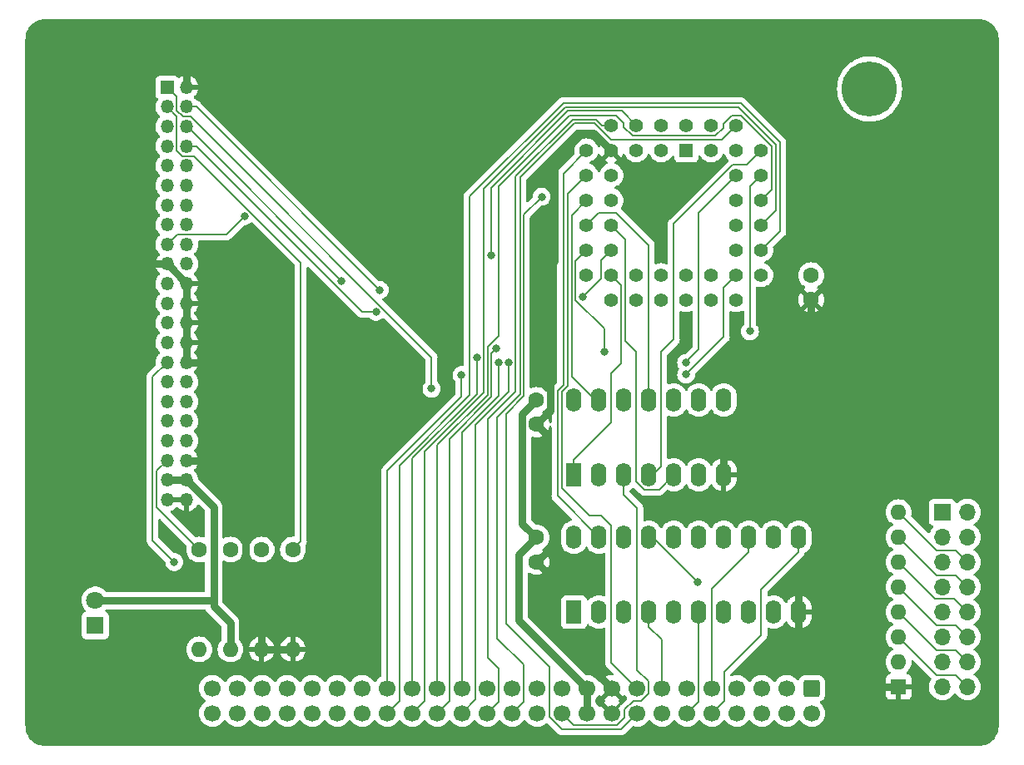
<source format=gbr>
%TF.GenerationSoftware,KiCad,Pcbnew,6.0.5+dfsg-1~bpo11+1*%
%TF.CreationDate,2022-07-07T00:02:15+02:00*%
%TF.ProjectId,z50_ppide,7a35305f-7070-4696-9465-2e6b69636164,rev?*%
%TF.SameCoordinates,Original*%
%TF.FileFunction,Copper,L2,Bot*%
%TF.FilePolarity,Positive*%
%FSLAX46Y46*%
G04 Gerber Fmt 4.6, Leading zero omitted, Abs format (unit mm)*
G04 Created by KiCad (PCBNEW 6.0.5+dfsg-1~bpo11+1) date 2022-07-07 00:02:15*
%MOMM*%
%LPD*%
G01*
G04 APERTURE LIST*
G04 Aperture macros list*
%AMRoundRect*
0 Rectangle with rounded corners*
0 $1 Rounding radius*
0 $2 $3 $4 $5 $6 $7 $8 $9 X,Y pos of 4 corners*
0 Add a 4 corners polygon primitive as box body*
4,1,4,$2,$3,$4,$5,$6,$7,$8,$9,$2,$3,0*
0 Add four circle primitives for the rounded corners*
1,1,$1+$1,$2,$3*
1,1,$1+$1,$4,$5*
1,1,$1+$1,$6,$7*
1,1,$1+$1,$8,$9*
0 Add four rect primitives between the rounded corners*
20,1,$1+$1,$2,$3,$4,$5,0*
20,1,$1+$1,$4,$5,$6,$7,0*
20,1,$1+$1,$6,$7,$8,$9,0*
20,1,$1+$1,$8,$9,$2,$3,0*%
G04 Aperture macros list end*
%TA.AperFunction,ComponentPad*%
%ADD10C,1.600000*%
%TD*%
%TA.AperFunction,ComponentPad*%
%ADD11O,1.600000X1.600000*%
%TD*%
%TA.AperFunction,ComponentPad*%
%ADD12R,1.700000X1.700000*%
%TD*%
%TA.AperFunction,ComponentPad*%
%ADD13O,1.700000X1.700000*%
%TD*%
%TA.AperFunction,ComponentPad*%
%ADD14R,1.600000X2.400000*%
%TD*%
%TA.AperFunction,ComponentPad*%
%ADD15O,1.600000X2.400000*%
%TD*%
%TA.AperFunction,ComponentPad*%
%ADD16R,1.350000X1.350000*%
%TD*%
%TA.AperFunction,ComponentPad*%
%ADD17O,1.350000X1.350000*%
%TD*%
%TA.AperFunction,ComponentPad*%
%ADD18R,1.800000X1.800000*%
%TD*%
%TA.AperFunction,ComponentPad*%
%ADD19C,1.800000*%
%TD*%
%TA.AperFunction,ComponentPad*%
%ADD20R,1.422400X1.422400*%
%TD*%
%TA.AperFunction,ComponentPad*%
%ADD21C,1.422400*%
%TD*%
%TA.AperFunction,ComponentPad*%
%ADD22RoundRect,0.250000X-0.600000X0.600000X-0.600000X-0.600000X0.600000X-0.600000X0.600000X0.600000X0*%
%TD*%
%TA.AperFunction,ComponentPad*%
%ADD23C,1.700000*%
%TD*%
%TA.AperFunction,ComponentPad*%
%ADD24R,1.600000X1.600000*%
%TD*%
%TA.AperFunction,ComponentPad*%
%ADD25C,3.600000*%
%TD*%
%TA.AperFunction,ConnectorPad*%
%ADD26C,5.600000*%
%TD*%
%TA.AperFunction,ViaPad*%
%ADD27C,0.800000*%
%TD*%
%TA.AperFunction,Conductor*%
%ADD28C,0.750000*%
%TD*%
%TA.AperFunction,Conductor*%
%ADD29C,0.200000*%
%TD*%
G04 APERTURE END LIST*
D10*
%TO.P,R104,1*%
%TO.N,/PA7*%
X127715000Y-104510000D03*
D11*
%TO.P,R104,2*%
%TO.N,GND*%
X127715000Y-114670000D03*
%TD*%
D10*
%TO.P,C103,1*%
%TO.N,VCC*%
X152480000Y-89270000D03*
%TO.P,C103,2*%
%TO.N,GND*%
X152480000Y-91770000D03*
%TD*%
%TO.P,C102,1*%
%TO.N,VCC*%
X152480000Y-103280000D03*
%TO.P,C102,2*%
%TO.N,GND*%
X152480000Y-105780000D03*
%TD*%
%TO.P,C101,1*%
%TO.N,VCC*%
X180420000Y-76570000D03*
%TO.P,C101,2*%
%TO.N,GND*%
X180420000Y-79070000D03*
%TD*%
D12*
%TO.P,J102,1,Pin_1*%
%TO.N,unconnected-(J102-Pad1)*%
X193755000Y-100700000D03*
D13*
%TO.P,J102,2,Pin_2*%
%TO.N,unconnected-(J102-Pad2)*%
X196295000Y-100700000D03*
%TO.P,J102,3,Pin_3*%
%TO.N,unconnected-(J102-Pad3)*%
X193755000Y-103240000D03*
%TO.P,J102,4,Pin_4*%
%TO.N,unconnected-(J102-Pad4)*%
X196295000Y-103240000D03*
%TO.P,J102,5,Pin_5*%
%TO.N,VCC*%
X193755000Y-105780000D03*
%TO.P,J102,6,Pin_6*%
%TO.N,Net-(J102-Pad6)*%
X196295000Y-105780000D03*
%TO.P,J102,7,Pin_7*%
%TO.N,VCC*%
X193755000Y-108320000D03*
%TO.P,J102,8,Pin_8*%
%TO.N,Net-(J102-Pad8)*%
X196295000Y-108320000D03*
%TO.P,J102,9,Pin_9*%
%TO.N,VCC*%
X193755000Y-110860000D03*
%TO.P,J102,10,Pin_10*%
%TO.N,Net-(J102-Pad10)*%
X196295000Y-110860000D03*
%TO.P,J102,11,Pin_11*%
%TO.N,VCC*%
X193755000Y-113400000D03*
%TO.P,J102,12,Pin_12*%
%TO.N,Net-(J102-Pad12)*%
X196295000Y-113400000D03*
%TO.P,J102,13,Pin_13*%
%TO.N,VCC*%
X193755000Y-115940000D03*
%TO.P,J102,14,Pin_14*%
%TO.N,Net-(J102-Pad14)*%
X196295000Y-115940000D03*
%TO.P,J102,15,Pin_15*%
%TO.N,VCC*%
X193755000Y-118480000D03*
%TO.P,J102,16,Pin_16*%
%TO.N,Net-(J102-Pad16)*%
X196295000Y-118480000D03*
%TD*%
D14*
%TO.P,U101,1,G*%
%TO.N,/~{IORQ}*%
X156295000Y-110875000D03*
D15*
%TO.P,U101,2,P0*%
%TO.N,/A2*%
X158835000Y-110875000D03*
%TO.P,U101,3,R0*%
%TO.N,Net-(J102-Pad6)*%
X161375000Y-110875000D03*
%TO.P,U101,4,P1*%
%TO.N,/A3*%
X163915000Y-110875000D03*
%TO.P,U101,5,R1*%
%TO.N,Net-(J102-Pad8)*%
X166455000Y-110875000D03*
%TO.P,U101,6,P2*%
%TO.N,/A4*%
X168995000Y-110875000D03*
%TO.P,U101,7,R2*%
%TO.N,Net-(J102-Pad10)*%
X171535000Y-110875000D03*
%TO.P,U101,8,P3*%
%TO.N,/A5*%
X174075000Y-110875000D03*
%TO.P,U101,9,R3*%
%TO.N,Net-(J102-Pad12)*%
X176615000Y-110875000D03*
%TO.P,U101,10,GND*%
%TO.N,GND*%
X179155000Y-110875000D03*
%TO.P,U101,11,P4*%
%TO.N,/A6*%
X179155000Y-103255000D03*
%TO.P,U101,12,R4*%
%TO.N,Net-(J102-Pad14)*%
X176615000Y-103255000D03*
%TO.P,U101,13,P5*%
%TO.N,/A7*%
X174075000Y-103255000D03*
%TO.P,U101,14,R5*%
%TO.N,Net-(J102-Pad16)*%
X171535000Y-103255000D03*
%TO.P,U101,15,P6*%
%TO.N,/~{M1}*%
X168995000Y-103255000D03*
%TO.P,U101,16,R6*%
%TO.N,VCC*%
X166455000Y-103255000D03*
%TO.P,U101,17,P7*%
%TO.N,Net-(RN101-Pad2)*%
X163915000Y-103255000D03*
%TO.P,U101,18,R7*%
X161375000Y-103255000D03*
%TO.P,U101,19,P=R*%
%TO.N,/~{PIO_CS}*%
X158835000Y-103255000D03*
%TO.P,U101,20,VCC*%
%TO.N,VCC*%
X156295000Y-103255000D03*
%TD*%
D16*
%TO.P,J103,1,Pin_1*%
%TO.N,/~{DRESET}*%
X114920000Y-57430000D03*
D17*
%TO.P,J103,2,Pin_2*%
%TO.N,GND*%
X116920000Y-57430000D03*
%TO.P,J103,3,Pin_3*%
%TO.N,/PA7*%
X114920000Y-59430000D03*
%TO.P,J103,4,Pin_4*%
%TO.N,/PB0*%
X116920000Y-59430000D03*
%TO.P,J103,5,Pin_5*%
%TO.N,/PA6*%
X114920000Y-61430000D03*
%TO.P,J103,6,Pin_6*%
%TO.N,/PB1*%
X116920000Y-61430000D03*
%TO.P,J103,7,Pin_7*%
%TO.N,/PA5*%
X114920000Y-63430000D03*
%TO.P,J103,8,Pin_8*%
%TO.N,/PB2*%
X116920000Y-63430000D03*
%TO.P,J103,9,Pin_9*%
%TO.N,/PA4*%
X114920000Y-65430000D03*
%TO.P,J103,10,Pin_10*%
%TO.N,/PB3*%
X116920000Y-65430000D03*
%TO.P,J103,11,Pin_11*%
%TO.N,/PA3*%
X114920000Y-67430000D03*
%TO.P,J103,12,Pin_12*%
%TO.N,/PB4*%
X116920000Y-67430000D03*
%TO.P,J103,13,Pin_13*%
%TO.N,/PA2*%
X114920000Y-69430000D03*
%TO.P,J103,14,Pin_14*%
%TO.N,/PB5*%
X116920000Y-69430000D03*
%TO.P,J103,15,Pin_15*%
%TO.N,/PA1*%
X114920000Y-71430000D03*
%TO.P,J103,16,Pin_16*%
%TO.N,/PB6*%
X116920000Y-71430000D03*
%TO.P,J103,17,Pin_17*%
%TO.N,/PA0*%
X114920000Y-73430000D03*
%TO.P,J103,18,Pin_18*%
%TO.N,/PB7*%
X116920000Y-73430000D03*
%TO.P,J103,19,Pin_19*%
%TO.N,GND*%
X114920000Y-75430000D03*
%TO.P,J103,20,Pin_20*%
%TO.N,unconnected-(J103-Pad20)*%
X116920000Y-75430000D03*
%TO.P,J103,21,Pin_21*%
%TO.N,/DMARQ*%
X114920000Y-77430000D03*
%TO.P,J103,22,Pin_22*%
%TO.N,GND*%
X116920000Y-77430000D03*
%TO.P,J103,23,Pin_23*%
%TO.N,/~{DIOW}*%
X114920000Y-79430000D03*
%TO.P,J103,24,Pin_24*%
%TO.N,GND*%
X116920000Y-79430000D03*
%TO.P,J103,25,Pin_25*%
%TO.N,/~{DIOR}*%
X114920000Y-81430000D03*
%TO.P,J103,26,Pin_26*%
%TO.N,GND*%
X116920000Y-81430000D03*
%TO.P,J103,27,Pin_27*%
%TO.N,unconnected-(J103-Pad27)*%
X114920000Y-83430000D03*
%TO.P,J103,28,Pin_28*%
%TO.N,GND*%
X116920000Y-83430000D03*
%TO.P,J103,29,Pin_29*%
%TO.N,/DMACK*%
X114920000Y-85430000D03*
%TO.P,J103,30,Pin_30*%
%TO.N,GND*%
X116920000Y-85430000D03*
%TO.P,J103,31,Pin_31*%
%TO.N,unconnected-(J103-Pad31)*%
X114920000Y-87430000D03*
%TO.P,J103,32,Pin_32*%
%TO.N,unconnected-(J103-Pad32)*%
X116920000Y-87430000D03*
%TO.P,J103,33,Pin_33*%
%TO.N,/DA1*%
X114920000Y-89430000D03*
%TO.P,J103,34,Pin_34*%
%TO.N,unconnected-(J103-Pad34)*%
X116920000Y-89430000D03*
%TO.P,J103,35,Pin_35*%
%TO.N,/DA0*%
X114920000Y-91430000D03*
%TO.P,J103,36,Pin_36*%
%TO.N,/DA2*%
X116920000Y-91430000D03*
%TO.P,J103,37,Pin_37*%
%TO.N,/~{DCS0}*%
X114920000Y-93430000D03*
%TO.P,J103,38,Pin_38*%
%TO.N,/~{DCS1}*%
X116920000Y-93430000D03*
%TO.P,J103,39,Pin_39*%
%TO.N,/~{ACT}*%
X114920000Y-95430000D03*
%TO.P,J103,40,Pin_40*%
%TO.N,GND*%
X116920000Y-95430000D03*
%TO.P,J103,41,Pin_41*%
%TO.N,VCC*%
X114920000Y-97430000D03*
%TO.P,J103,42,Pin_42*%
X116920000Y-97430000D03*
%TO.P,J103,43,Pin_43*%
%TO.N,GND*%
X114920000Y-99430000D03*
%TO.P,J103,44,Pin_44*%
X116920000Y-99430000D03*
%TD*%
D18*
%TO.P,D101,1,K*%
%TO.N,Net-(D101-Pad1)*%
X107620000Y-112230000D03*
D19*
%TO.P,D101,2,A*%
%TO.N,VCC*%
X107620000Y-109690000D03*
%TD*%
D10*
%TO.P,R103,1*%
%TO.N,/DMARQ*%
X124540000Y-104510000D03*
D11*
%TO.P,R103,2*%
%TO.N,GND*%
X124540000Y-114670000D03*
%TD*%
D14*
%TO.P,U102,1*%
%TO.N,/DCS0*%
X156290000Y-96890000D03*
D15*
%TO.P,U102,2*%
%TO.N,/~{DCS0}*%
X158830000Y-96890000D03*
%TO.P,U102,3*%
%TO.N,/~{RESET}*%
X161370000Y-96890000D03*
%TO.P,U102,4*%
%TO.N,/RESET*%
X163910000Y-96890000D03*
%TO.P,U102,5*%
%TO.N,/DIOW*%
X166450000Y-96890000D03*
%TO.P,U102,6*%
%TO.N,/~{DIOW}*%
X168990000Y-96890000D03*
%TO.P,U102,7,GND*%
%TO.N,GND*%
X171530000Y-96890000D03*
%TO.P,U102,8*%
%TO.N,/~{DCS1}*%
X171530000Y-89270000D03*
%TO.P,U102,9*%
%TO.N,/DCS1*%
X168990000Y-89270000D03*
%TO.P,U102,10*%
%TO.N,/~{DIOR}*%
X166450000Y-89270000D03*
%TO.P,U102,11*%
%TO.N,/DIOR*%
X163910000Y-89270000D03*
%TO.P,U102,12*%
%TO.N,/~{DRESET}*%
X161370000Y-89270000D03*
%TO.P,U102,13*%
%TO.N,/DRESET*%
X158830000Y-89270000D03*
%TO.P,U102,14,VCC*%
%TO.N,VCC*%
X156290000Y-89270000D03*
%TD*%
D20*
%TO.P,U103,1,NC*%
%TO.N,unconnected-(U103-Pad1)*%
X167720000Y-63870000D03*
D21*
%TO.P,U103,2,PA3*%
%TO.N,/PA3*%
X165180000Y-61330000D03*
%TO.P,U103,3,PA2*%
%TO.N,/PA2*%
X165180000Y-63870000D03*
%TO.P,U103,4,PA1*%
%TO.N,/PA1*%
X162640000Y-61330000D03*
%TO.P,U103,5,PA0*%
%TO.N,/PA0*%
X162640000Y-63870000D03*
%TO.P,U103,6,~{RD}*%
%TO.N,/~{RD}*%
X160100000Y-61330000D03*
%TO.P,U103,7,~{CS}*%
%TO.N,/~{PIO_CS}*%
X157560000Y-63870000D03*
%TO.P,U103,8,GND*%
%TO.N,GND*%
X160100000Y-63870000D03*
%TO.P,U103,9,A1*%
%TO.N,/A1*%
X157560000Y-66410000D03*
%TO.P,U103,10,A0*%
%TO.N,/A0*%
X160100000Y-66410000D03*
%TO.P,U103,11,PC7*%
%TO.N,/DRESET*%
X157560000Y-68950000D03*
%TO.P,U103,12,NC*%
%TO.N,unconnected-(U103-Pad12)*%
X160100000Y-68950000D03*
%TO.P,U103,13,PC6*%
%TO.N,/DIOR*%
X157560000Y-71490000D03*
%TO.P,U103,14,PC5*%
%TO.N,/DIOW*%
X160100000Y-71490000D03*
%TO.P,U103,15,PC4*%
%TO.N,/DCS1*%
X157560000Y-74030000D03*
%TO.P,U103,16,PC0*%
%TO.N,/DA0*%
X160100000Y-74030000D03*
%TO.P,U103,17,PC1*%
%TO.N,/DA1*%
X157560000Y-76570000D03*
%TO.P,U103,18,PC2*%
%TO.N,/DA2*%
X160100000Y-79110000D03*
%TO.P,U103,19,PC3*%
%TO.N,/DCS0*%
X160100000Y-76570000D03*
%TO.P,U103,20,PB0*%
%TO.N,/PB0*%
X162640000Y-79110000D03*
%TO.P,U103,21,PB1*%
%TO.N,/PB1*%
X162640000Y-76570000D03*
%TO.P,U103,22,PB2*%
%TO.N,/PB2*%
X165180000Y-79110000D03*
%TO.P,U103,23,NC*%
%TO.N,unconnected-(U103-Pad23)*%
X165180000Y-76570000D03*
%TO.P,U103,24,PB3*%
%TO.N,/PB3*%
X167720000Y-79110000D03*
%TO.P,U103,25,PB4*%
%TO.N,/PB4*%
X167720000Y-76570000D03*
%TO.P,U103,26,PB5*%
%TO.N,/PB5*%
X170260000Y-79110000D03*
%TO.P,U103,27,PB6*%
%TO.N,/PB6*%
X170260000Y-76570000D03*
%TO.P,U103,28,PB7*%
%TO.N,/PB7*%
X172800000Y-79110000D03*
%TO.P,U103,29,VCC*%
%TO.N,VCC*%
X175340000Y-76570000D03*
%TO.P,U103,30,D7*%
%TO.N,/D7*%
X172800000Y-76570000D03*
%TO.P,U103,31,D6*%
%TO.N,/D6*%
X175340000Y-74030000D03*
%TO.P,U103,32,D5*%
%TO.N,/D5*%
X172800000Y-74030000D03*
%TO.P,U103,33,D4*%
%TO.N,/D4*%
X175340000Y-71490000D03*
%TO.P,U103,34,NC*%
%TO.N,unconnected-(U103-Pad34)*%
X172800000Y-71490000D03*
%TO.P,U103,35,D3*%
%TO.N,/D3*%
X175340000Y-68950000D03*
%TO.P,U103,36,D2*%
%TO.N,/D2*%
X172800000Y-68950000D03*
%TO.P,U103,37,D1*%
%TO.N,/D1*%
X175340000Y-66410000D03*
%TO.P,U103,38,D0*%
%TO.N,/D0*%
X172800000Y-66410000D03*
%TO.P,U103,39,RESET*%
%TO.N,/RESET*%
X175340000Y-63870000D03*
%TO.P,U103,40,~{WR}*%
%TO.N,/~{WR}*%
X172800000Y-61330000D03*
%TO.P,U103,41,PA7*%
%TO.N,/PA7*%
X172800000Y-63870000D03*
%TO.P,U103,42,PA6*%
%TO.N,/PA6*%
X170260000Y-61330000D03*
%TO.P,U103,43,PA5*%
%TO.N,/PA5*%
X170260000Y-63870000D03*
%TO.P,U103,44,PA4*%
%TO.N,/PA4*%
X167720000Y-61330000D03*
%TD*%
D22*
%TO.P,J101,1,A15*%
%TO.N,unconnected-(J101-Pad1)*%
X180480000Y-118650000D03*
D23*
%TO.P,J101,2,A14*%
%TO.N,unconnected-(J101-Pad2)*%
X180480000Y-121190000D03*
%TO.P,J101,3,A13*%
%TO.N,unconnected-(J101-Pad3)*%
X177940000Y-118650000D03*
%TO.P,J101,4,A12*%
%TO.N,unconnected-(J101-Pad4)*%
X177940000Y-121190000D03*
%TO.P,J101,5,A11*%
%TO.N,unconnected-(J101-Pad5)*%
X175400000Y-118650000D03*
%TO.P,J101,6,A10*%
%TO.N,unconnected-(J101-Pad6)*%
X175400000Y-121190000D03*
%TO.P,J101,7,A9*%
%TO.N,unconnected-(J101-Pad7)*%
X172860000Y-118650000D03*
%TO.P,J101,8,A8*%
%TO.N,unconnected-(J101-Pad8)*%
X172860000Y-121190000D03*
%TO.P,J101,9,A7*%
%TO.N,/A7*%
X170320000Y-118650000D03*
%TO.P,J101,10,A6*%
%TO.N,/A6*%
X170320000Y-121190000D03*
%TO.P,J101,11,A5*%
%TO.N,/A5*%
X167780000Y-118650000D03*
%TO.P,J101,12,A4*%
%TO.N,/A4*%
X167780000Y-121190000D03*
%TO.P,J101,13,A3*%
%TO.N,/A3*%
X165240000Y-118650000D03*
%TO.P,J101,14,A2*%
%TO.N,/A2*%
X165240000Y-121190000D03*
%TO.P,J101,15,A1*%
%TO.N,/A1*%
X162700000Y-118650000D03*
%TO.P,J101,16,A0*%
%TO.N,/A0*%
X162700000Y-121190000D03*
%TO.P,J101,17,GND*%
%TO.N,GND*%
X160160000Y-118650000D03*
%TO.P,J101,18,GND*%
X160160000Y-121190000D03*
%TO.P,J101,19,+5V*%
%TO.N,VCC*%
X157620000Y-118650000D03*
%TO.P,J101,20,+5V*%
X157620000Y-121190000D03*
%TO.P,J101,21,~M1*%
%TO.N,/~{M1}*%
X155080000Y-118650000D03*
%TO.P,J101,22,~RESET*%
%TO.N,/~{RESET}*%
X155080000Y-121190000D03*
%TO.P,J101,23,CLK*%
%TO.N,unconnected-(J101-Pad23)*%
X152540000Y-118650000D03*
%TO.P,J101,24,~INT*%
%TO.N,unconnected-(J101-Pad24)*%
X152540000Y-121190000D03*
%TO.P,J101,25,~MREQ*%
%TO.N,unconnected-(J101-Pad25)*%
X150000000Y-118650000D03*
%TO.P,J101,26,~WR*%
%TO.N,/~{WR}*%
X150000000Y-121190000D03*
%TO.P,J101,27,~IORQ*%
%TO.N,/~{IORQ}*%
X147460000Y-118650000D03*
%TO.P,J101,28,~RD*%
%TO.N,/~{RD}*%
X147460000Y-121190000D03*
%TO.P,J101,29,D1*%
%TO.N,/D1*%
X144920000Y-118650000D03*
%TO.P,J101,30,D0*%
%TO.N,/D0*%
X144920000Y-121190000D03*
%TO.P,J101,31,D3*%
%TO.N,/D3*%
X142380000Y-118650000D03*
%TO.P,J101,32,D2*%
%TO.N,/D2*%
X142380000Y-121190000D03*
%TO.P,J101,33,D5*%
%TO.N,/D5*%
X139840000Y-118650000D03*
%TO.P,J101,34,D4*%
%TO.N,/D4*%
X139840000Y-121190000D03*
%TO.P,J101,35,D7*%
%TO.N,/D7*%
X137300000Y-118650000D03*
%TO.P,J101,36,D6*%
%TO.N,/D6*%
X137300000Y-121190000D03*
%TO.P,J101,37,TX*%
%TO.N,unconnected-(J101-Pad37)*%
X134760000Y-118650000D03*
%TO.P,J101,38,RX*%
%TO.N,unconnected-(J101-Pad38)*%
X134760000Y-121190000D03*
%TO.P,J101,39,USR1*%
%TO.N,unconnected-(J101-Pad39)*%
X132220000Y-118650000D03*
%TO.P,J101,40,USR0*%
%TO.N,unconnected-(J101-Pad40)*%
X132220000Y-121190000D03*
%TO.P,J101,41,USR3*%
%TO.N,unconnected-(J101-Pad41)*%
X129680000Y-118650000D03*
%TO.P,J101,42,USR2*%
%TO.N,unconnected-(J101-Pad42)*%
X129680000Y-121190000D03*
%TO.P,J101,43,~NMI*%
%TO.N,unconnected-(J101-Pad43)*%
X127140000Y-118650000D03*
%TO.P,J101,44,~RFSH*%
%TO.N,unconnected-(J101-Pad44)*%
X127140000Y-121190000D03*
%TO.P,J101,45,~WAIT*%
%TO.N,unconnected-(J101-Pad45)*%
X124600000Y-118650000D03*
%TO.P,J101,46,~HALT*%
%TO.N,unconnected-(J101-Pad46)*%
X124600000Y-121190000D03*
%TO.P,J101,47,~BUSRQ*%
%TO.N,unconnected-(J101-Pad47)*%
X122060000Y-118650000D03*
%TO.P,J101,48,~BUSAK*%
%TO.N,unconnected-(J101-Pad48)*%
X122060000Y-121190000D03*
%TO.P,J101,49,IEO*%
%TO.N,Net-(J101-Pad49)*%
X119520000Y-118650000D03*
%TO.P,J101,50,IEI*%
X119520000Y-121190000D03*
%TD*%
D24*
%TO.P,RN101,1,common*%
%TO.N,GND*%
X189310000Y-118480000D03*
D11*
%TO.P,RN101,2,R1*%
%TO.N,Net-(RN101-Pad2)*%
X189310000Y-115940000D03*
%TO.P,RN101,3,R2*%
%TO.N,Net-(J102-Pad16)*%
X189310000Y-113400000D03*
%TO.P,RN101,4,R3*%
%TO.N,Net-(J102-Pad14)*%
X189310000Y-110860000D03*
%TO.P,RN101,5,R4*%
%TO.N,Net-(J102-Pad12)*%
X189310000Y-108320000D03*
%TO.P,RN101,6,R5*%
%TO.N,Net-(J102-Pad10)*%
X189310000Y-105780000D03*
%TO.P,RN101,7,R6*%
%TO.N,Net-(J102-Pad8)*%
X189310000Y-103240000D03*
%TO.P,RN101,8,R7*%
%TO.N,Net-(J102-Pad6)*%
X189310000Y-100700000D03*
%TD*%
D10*
%TO.P,R101,1*%
%TO.N,/~{ACT}*%
X118190000Y-104510000D03*
D11*
%TO.P,R101,2*%
%TO.N,Net-(D101-Pad1)*%
X118190000Y-114670000D03*
%TD*%
D25*
%TO.P,H101,1*%
%TO.N,N/C*%
X186360000Y-57620000D03*
D26*
X186360000Y-57620000D03*
%TD*%
D10*
%TO.P,R102,1*%
%TO.N,/DMACK*%
X121365000Y-104510000D03*
D11*
%TO.P,R102,2*%
%TO.N,VCC*%
X121365000Y-114670000D03*
%TD*%
D27*
%TO.N,GND*%
X127010000Y-84990000D03*
X153610000Y-81390000D03*
%TO.N,/A0*%
X153010000Y-68590000D03*
%TO.N,/D1*%
X174197000Y-82290000D03*
X148662432Y-85459771D03*
%TO.N,/D0*%
X167710000Y-85490000D03*
X149661478Y-85490000D03*
%TO.N,/D2*%
X148416000Y-84063000D03*
%TO.N,/D5*%
X146410000Y-84990000D03*
%TO.N,/D7*%
X167710000Y-86690000D03*
X144860000Y-86730000D03*
%TO.N,/~{DRESET}*%
X141812000Y-88129001D03*
%TO.N,/PB0*%
X136539600Y-78074300D03*
%TO.N,/PB1*%
X132656000Y-77137600D03*
%TO.N,/PB2*%
X136156877Y-80290990D03*
%TO.N,/PA1*%
X147850800Y-74554600D03*
%TO.N,/PA0*%
X122803900Y-70554100D03*
%TO.N,/DMACK*%
X115650000Y-105780000D03*
%TO.N,Net-(RN101-Pad2)*%
X168863000Y-107812000D03*
%TO.N,/DA0*%
X157178500Y-78804900D03*
%TO.N,/DCS1*%
X159362400Y-84347500D03*
%TD*%
D28*
%TO.N,VCC*%
X152480000Y-103280000D02*
X151054000Y-101854000D01*
X157620000Y-121190000D02*
X157620000Y-118650000D01*
X114920000Y-97430000D02*
X116920000Y-97430000D01*
X157620000Y-118650000D02*
X150710000Y-111740000D01*
X119656600Y-108320000D02*
X119656600Y-100166600D01*
X121365000Y-111974700D02*
X119656600Y-110266300D01*
X151054000Y-101854000D02*
X151054000Y-90696000D01*
X107620000Y-109690000D02*
X119560000Y-109690000D01*
X151054000Y-90696000D02*
X152480000Y-89270000D01*
X150710000Y-111740000D02*
X150710000Y-105050000D01*
X150710000Y-105050000D02*
X152480000Y-103280000D01*
X119656600Y-110266300D02*
X119656600Y-109786600D01*
X119656600Y-109786600D02*
X119656600Y-108320000D01*
X121365000Y-114670000D02*
X121365000Y-111974700D01*
X119560000Y-109690000D02*
X119656600Y-109786600D01*
X119656600Y-100166600D02*
X116920000Y-97430000D01*
%TO.N,GND*%
X154110000Y-104150000D02*
X154110000Y-101090000D01*
X118610000Y-87390000D02*
X118610000Y-94890000D01*
X171530000Y-96890000D02*
X171530000Y-95064700D01*
X116920000Y-81430000D02*
X116920000Y-79430000D01*
X116920000Y-85430000D02*
X118610000Y-85430000D01*
X116920000Y-95430000D02*
X119150000Y-95430000D01*
X113250000Y-75430000D02*
X112710000Y-74890000D01*
X153410000Y-92700000D02*
X152480000Y-91770000D01*
X154295489Y-64919211D02*
X157122700Y-62092000D01*
X122910000Y-111390000D02*
X124540000Y-113020000D01*
X180420000Y-94686000D02*
X180041300Y-95064700D01*
X118610000Y-87390000D02*
X124610000Y-87390000D01*
X116920000Y-81430000D02*
X116920000Y-83430000D01*
X112710000Y-74890000D02*
X112710000Y-56904000D01*
X124610000Y-87390000D02*
X127010000Y-84990000D01*
X153904511Y-75502883D02*
X154295489Y-75111905D01*
X112710000Y-56904000D02*
X113745000Y-55869000D01*
X152480000Y-105780000D02*
X154110000Y-104150000D01*
X127715000Y-114670000D02*
X124540000Y-114670000D01*
X114920000Y-75430000D02*
X116920000Y-77430000D01*
X116920000Y-55869000D02*
X116920000Y-57430000D01*
X160160000Y-118650000D02*
X153710000Y-112200000D01*
X153410000Y-100390000D02*
X153410000Y-92700000D01*
X118610000Y-85430000D02*
X118610000Y-87390000D01*
X122910000Y-99190000D02*
X122910000Y-111390000D01*
D29*
X160160000Y-121190000D02*
X159160000Y-120190000D01*
D28*
X152480000Y-91770000D02*
X153904511Y-90345489D01*
X113745000Y-55869000D02*
X116920000Y-55869000D01*
D29*
X159160000Y-119650000D02*
X160160000Y-118650000D01*
D28*
X180910000Y-107294700D02*
X179155000Y-109049700D01*
X118610000Y-94890000D02*
X119150000Y-95430000D01*
X153904511Y-90345489D02*
X153904511Y-75502883D01*
X189310000Y-118480000D02*
X184934700Y-118480000D01*
D29*
X159160000Y-120190000D02*
X159160000Y-119650000D01*
D28*
X116920000Y-83430000D02*
X116920000Y-85430000D01*
X116920000Y-79430000D02*
X116920000Y-77430000D01*
X158322000Y-62092000D02*
X160100000Y-63870000D01*
X114920000Y-75430000D02*
X113250000Y-75430000D01*
X179155000Y-109049700D02*
X179155000Y-110875000D01*
X180910000Y-95933400D02*
X180910000Y-107294700D01*
X184934700Y-118480000D02*
X179155000Y-112700300D01*
X153710000Y-107010000D02*
X152480000Y-105780000D01*
X157122700Y-62092000D02*
X158322000Y-62092000D01*
X180041300Y-95064700D02*
X171530000Y-95064700D01*
X124540000Y-113020000D02*
X124540000Y-114670000D01*
X154110000Y-101090000D02*
X153410000Y-100390000D01*
X180420000Y-79070000D02*
X180420000Y-94686000D01*
X119150000Y-95430000D02*
X122910000Y-99190000D01*
X179155000Y-110875000D02*
X179155000Y-112700300D01*
X153710000Y-112200000D02*
X153710000Y-107010000D01*
X180041300Y-95064700D02*
X180910000Y-95933400D01*
X154295489Y-75111905D02*
X154295489Y-64919211D01*
D29*
%TO.N,/A7*%
X174075000Y-104755300D02*
X170320000Y-108510300D01*
X170320000Y-108510300D02*
X170320000Y-118650000D01*
X174075000Y-103255000D02*
X174075000Y-104755300D01*
%TO.N,/A6*%
X171590000Y-116961200D02*
X171590000Y-119920000D01*
X175345000Y-113206200D02*
X171590000Y-116961200D01*
X171590000Y-119920000D02*
X170320000Y-121190000D01*
X179155000Y-103255000D02*
X179155000Y-104755300D01*
X175345000Y-108565300D02*
X175345000Y-113206200D01*
X179155000Y-104755300D02*
X175345000Y-108565300D01*
%TO.N,/A4*%
X168995000Y-110875000D02*
X168995000Y-119975000D01*
X168995000Y-119975000D02*
X167780000Y-121190000D01*
%TO.N,/A3*%
X163915000Y-112375300D02*
X165240000Y-113700300D01*
X163915000Y-110875000D02*
X163915000Y-112375300D01*
X165240000Y-113700300D02*
X165240000Y-118650000D01*
%TO.N,/A1*%
X157901000Y-101081000D02*
X159084000Y-101081000D01*
X155667977Y-87866357D02*
X155078533Y-88455801D01*
X159084000Y-101081000D02*
X160105000Y-102102000D01*
X155667977Y-68302023D02*
X155667977Y-87866357D01*
X160105000Y-116055000D02*
X162700000Y-118650000D01*
X160105000Y-102102000D02*
X160105000Y-116055000D01*
X155078533Y-98258533D02*
X157901000Y-101081000D01*
X157560000Y-66410000D02*
X155667977Y-68302023D01*
X155078533Y-88455801D02*
X155078533Y-98258533D01*
%TO.N,/A0*%
X153810000Y-121551800D02*
X153810000Y-116464700D01*
X151210000Y-88885300D02*
X151210000Y-70390000D01*
X153810000Y-116464700D02*
X149410000Y-112064700D01*
X151210000Y-70390000D02*
X153010000Y-68590000D01*
X161094600Y-122795400D02*
X155053600Y-122795400D01*
X155053600Y-122795400D02*
X153810000Y-121551800D01*
X149410000Y-90685300D02*
X151210000Y-88885300D01*
X149410000Y-112064700D02*
X149410000Y-90685300D01*
X162700000Y-121190000D02*
X161094600Y-122795400D01*
%TO.N,/~{RESET}*%
X156285000Y-122395000D02*
X155080000Y-121190000D01*
X163118500Y-119920000D02*
X162341500Y-119920000D01*
X162731400Y-116781200D02*
X163850400Y-117900200D01*
X162341500Y-119920000D02*
X161465400Y-120796100D01*
X161465400Y-121592700D02*
X160663100Y-122395000D01*
X161370000Y-96890000D02*
X161370000Y-98922400D01*
X161370000Y-98922400D02*
X162731400Y-100283800D01*
X160663100Y-122395000D02*
X156285000Y-122395000D01*
X161465400Y-120796100D02*
X161465400Y-121592700D01*
X163850400Y-119188100D02*
X163118500Y-119920000D01*
X163850400Y-117900200D02*
X163850400Y-119188100D01*
X162731400Y-100283800D02*
X162731400Y-116781200D01*
%TO.N,/~{WR}*%
X148510000Y-91019000D02*
X150810489Y-88718511D01*
X156318528Y-61113022D02*
X158368921Y-61113021D01*
X151149511Y-120040489D02*
X151149511Y-116229511D01*
X160044300Y-62788400D02*
X171341600Y-62788400D01*
X148510000Y-113590000D02*
X148510000Y-91019000D01*
X150810489Y-88718511D02*
X150810490Y-66621060D01*
X151149511Y-116229511D02*
X148510000Y-113590000D01*
X171341600Y-62788400D02*
X172800000Y-61330000D01*
X158368921Y-61113021D02*
X160044300Y-62788400D01*
X150810490Y-66621060D02*
X156318528Y-61113022D01*
X150000000Y-121190000D02*
X151149511Y-120040489D01*
%TO.N,/~{RD}*%
X148609511Y-120040489D02*
X147460000Y-121190000D01*
X148609511Y-116624517D02*
X148609511Y-120040489D01*
X147510490Y-91254504D02*
X147510490Y-115525496D01*
X147510490Y-115525496D02*
X148609511Y-116624517D01*
X150360978Y-66505578D02*
X150360978Y-88404016D01*
X159150893Y-61330000D02*
X158534404Y-60713511D01*
X158534404Y-60713511D02*
X158460358Y-60713510D01*
X156153045Y-60713511D02*
X150360978Y-66505578D01*
X150360978Y-88404016D02*
X147510490Y-91254504D01*
X158460358Y-60713510D02*
X156153045Y-60713511D01*
X160100000Y-61330000D02*
X159150893Y-61330000D01*
%TO.N,/D1*%
X144920000Y-92615006D02*
X148670000Y-88865006D01*
X144920000Y-118650000D02*
X144920000Y-92615006D01*
X148670000Y-88865006D02*
X148670000Y-85467339D01*
X148670000Y-85467339D02*
X148662432Y-85459771D01*
X175340000Y-66410000D02*
X174197000Y-67553000D01*
X174197000Y-67553000D02*
X174197000Y-82290000D01*
%TO.N,/D0*%
X168990000Y-84110000D02*
X167610000Y-85490000D01*
X146310489Y-119799511D02*
X146310489Y-91789511D01*
X149661478Y-88438522D02*
X149661478Y-85490000D01*
X144920000Y-121190000D02*
X146310489Y-119799511D01*
X146310489Y-91789511D02*
X149661478Y-88438522D01*
X167610000Y-85490000D02*
X167710000Y-85490000D01*
X172800000Y-66410000D02*
X168990000Y-70220000D01*
X168990000Y-70220000D02*
X168990000Y-84110000D01*
%TO.N,/D3*%
X155846142Y-60314000D02*
X148610499Y-67549643D01*
X176390900Y-67899100D02*
X176390900Y-63467000D01*
X142380000Y-93879973D02*
X142380000Y-118650000D01*
X158699087Y-60313200D02*
X158698287Y-60314000D01*
X172363000Y-60318400D02*
X171530000Y-61151400D01*
X171530000Y-61151400D02*
X171530000Y-61556900D01*
X173242300Y-60318400D02*
X172363000Y-60318400D01*
X171530000Y-61556900D02*
X170698900Y-62388000D01*
X175340000Y-68950000D02*
X176390900Y-67899100D01*
X147510500Y-88749473D02*
X142380000Y-93879973D01*
X160588700Y-60313200D02*
X158699087Y-60313200D01*
X176390900Y-63467000D02*
X173242300Y-60318400D01*
X158698287Y-60314000D02*
X155846142Y-60314000D01*
X147510500Y-83900255D02*
X147510500Y-88749473D01*
X148610499Y-82800256D02*
X147510500Y-83900255D01*
X161370000Y-61094500D02*
X160588700Y-60313200D01*
X162266500Y-62388000D02*
X161370000Y-61491500D01*
X161370000Y-61491500D02*
X161370000Y-61094500D01*
X170698900Y-62388000D02*
X162266500Y-62388000D01*
X148610499Y-67549643D02*
X148610499Y-82800256D01*
%TO.N,/D2*%
X142380000Y-121190000D02*
X143650000Y-119920000D01*
X147912931Y-88957082D02*
X147912931Y-84566069D01*
X143650000Y-93220013D02*
X147912931Y-88957082D01*
X147912931Y-84566069D02*
X148416000Y-84063000D01*
X143650000Y-119920000D02*
X143650000Y-93220013D01*
%TO.N,/D5*%
X139840000Y-118650000D02*
X139840000Y-95235031D01*
X139840000Y-95235031D02*
X146410000Y-88665031D01*
X146410000Y-88665031D02*
X146410000Y-84990000D01*
%TO.N,/D4*%
X173017311Y-59443511D02*
X155445224Y-59443511D01*
X141110000Y-94530025D02*
X141110000Y-119920000D01*
X155445224Y-59443511D02*
X147110989Y-67777746D01*
X147110989Y-88529036D02*
X141110000Y-94530025D01*
X175340000Y-71490000D02*
X176830400Y-69999600D01*
X147110989Y-67777746D02*
X147110989Y-88529036D01*
X141110000Y-119920000D02*
X139840000Y-121190000D01*
X176830400Y-69999600D02*
X176830400Y-63256600D01*
X176830400Y-63256600D02*
X173017311Y-59443511D01*
%TO.N,/D7*%
X137300000Y-118650000D02*
X137300000Y-96500000D01*
X144860000Y-88940000D02*
X144860000Y-86730000D01*
X171530000Y-82870000D02*
X167710000Y-86690000D01*
X172800000Y-76570000D02*
X171530000Y-77840000D01*
X171530000Y-77840000D02*
X171530000Y-82870000D01*
X137300000Y-96500000D02*
X144860000Y-88940000D01*
%TO.N,/D6*%
X177279911Y-72090089D02*
X177279910Y-63070406D01*
X145710000Y-88790000D02*
X138570000Y-95930000D01*
X155209031Y-59044000D02*
X145710000Y-68543031D01*
X173253504Y-59044000D02*
X155209031Y-59044000D01*
X138570000Y-95930000D02*
X138570000Y-119920000D01*
X177279910Y-63070406D02*
X173253504Y-59044000D01*
X175340000Y-74030000D02*
X177279911Y-72090089D01*
X138570000Y-119920000D02*
X137300000Y-121190000D01*
X145710000Y-68543031D02*
X145710000Y-88790000D01*
%TO.N,/~{DRESET}*%
X115894511Y-58404511D02*
X115894511Y-59801511D01*
X116523000Y-60430000D02*
X117307200Y-60430000D01*
X141812000Y-84934800D02*
X141812000Y-88129001D01*
X114920000Y-57430000D02*
X115894511Y-58404511D01*
X115894511Y-59801511D02*
X116523000Y-60430000D01*
X117307200Y-60430000D02*
X141812000Y-84934800D01*
%TO.N,/PA7*%
X115895300Y-63838200D02*
X116487100Y-64430000D01*
X116487100Y-64430000D02*
X117670400Y-64430000D01*
X117670400Y-64430000D02*
X128514999Y-75274599D01*
X115895300Y-60405300D02*
X115895300Y-63838200D01*
X128514999Y-103710001D02*
X127715000Y-104510000D01*
X114920000Y-59430000D02*
X115895300Y-60405300D01*
X128514999Y-75274599D02*
X128514999Y-103710001D01*
%TO.N,/PB0*%
X117895300Y-59430000D02*
X136539600Y-78074300D01*
X116920000Y-59430000D02*
X117895300Y-59430000D01*
%TO.N,/PB1*%
X116948400Y-61430000D02*
X116920000Y-61430000D01*
X132656000Y-77137600D02*
X116948400Y-61430000D01*
%TO.N,/PB2*%
X134756290Y-80290990D02*
X136156877Y-80290990D01*
X116920000Y-63430000D02*
X117895300Y-63430000D01*
X117895300Y-63430000D02*
X134756290Y-80290990D01*
%TO.N,/PA1*%
X147850800Y-67673638D02*
X147850800Y-74554600D01*
X155681416Y-59843022D02*
X147850800Y-67673638D01*
X162640000Y-61330000D02*
X161153022Y-59843022D01*
X161153022Y-59843022D02*
X155681416Y-59843022D01*
%TO.N,/PA0*%
X120928000Y-72430000D02*
X122803900Y-70554100D01*
X114920000Y-73430000D02*
X115920000Y-72430000D01*
X115920000Y-72430000D02*
X120928000Y-72430000D01*
%TO.N,/DMACK*%
X114920000Y-85430000D02*
X113423700Y-86926300D01*
X113423700Y-86926300D02*
X113423700Y-103553700D01*
X113423700Y-103553700D02*
X115650000Y-105780000D01*
%TO.N,/~{ACT}*%
X118190000Y-104510000D02*
X113884700Y-100204700D01*
X113884700Y-96465300D02*
X114920000Y-95430000D01*
X113884700Y-100204700D02*
X113884700Y-96465300D01*
%TO.N,Net-(RN101-Pad2)*%
X163915000Y-103255000D02*
X164315000Y-103255000D01*
X168863000Y-107803000D02*
X168863000Y-107812000D01*
X164315000Y-103255000D02*
X168863000Y-107803000D01*
%TO.N,/~{PIO_CS}*%
X157560000Y-63870000D02*
X155218466Y-66211534D01*
X155218466Y-66211534D02*
X155218466Y-87750874D01*
X154629022Y-88340318D02*
X154629022Y-99049022D01*
X154629022Y-99049022D02*
X158835000Y-103255000D01*
X155218466Y-87750874D02*
X154629022Y-88340318D01*
%TO.N,Net-(J102-Pad6)*%
X193190489Y-104580489D02*
X195095489Y-104580489D01*
X195095489Y-104580489D02*
X196295000Y-105780000D01*
X189310000Y-100700000D02*
X193190489Y-104580489D01*
%TO.N,/RESET*%
X175340000Y-63870000D02*
X173869700Y-65340300D01*
X165180000Y-84374500D02*
X165180000Y-96020000D01*
X166450000Y-83104500D02*
X165180000Y-84374500D01*
X165180000Y-96020000D02*
X164310000Y-96890000D01*
X173869700Y-65340300D02*
X172438800Y-65340300D01*
X164310000Y-96890000D02*
X163910000Y-96890000D01*
X172438800Y-65340300D02*
X166450000Y-71329100D01*
X166450000Y-71329100D02*
X166450000Y-83104500D01*
%TO.N,Net-(J102-Pad8)*%
X193190489Y-107120489D02*
X195095489Y-107120489D01*
X195095489Y-107120489D02*
X196295000Y-108320000D01*
X189310000Y-103240000D02*
X193190489Y-107120489D01*
%TO.N,Net-(J102-Pad10)*%
X193049511Y-109519511D02*
X194954511Y-109519511D01*
X194954511Y-109519511D02*
X196295000Y-110860000D01*
X189310000Y-105780000D02*
X193049511Y-109519511D01*
%TO.N,Net-(J102-Pad12)*%
X193190489Y-112200489D02*
X195095489Y-112200489D01*
X195095489Y-112200489D02*
X196295000Y-113400000D01*
X189310000Y-108320000D02*
X193190489Y-112200489D01*
%TO.N,Net-(J102-Pad14)*%
X195095489Y-114740489D02*
X196295000Y-115940000D01*
X189310000Y-110860000D02*
X193190489Y-114740489D01*
X193190489Y-114740489D02*
X195095489Y-114740489D01*
%TO.N,Net-(J102-Pad16)*%
X193190489Y-117280489D02*
X195095489Y-117280489D01*
X189310000Y-113400000D02*
X193190489Y-117280489D01*
X195095489Y-117280489D02*
X196295000Y-118480000D01*
%TO.N,/DA0*%
X159088500Y-76894900D02*
X157178500Y-78804900D01*
X160100000Y-74030000D02*
X159088500Y-75041500D01*
X159088500Y-75041500D02*
X159088500Y-76894900D01*
%TO.N,/DRESET*%
X156067488Y-86907488D02*
X158430000Y-89270000D01*
X157560000Y-68950000D02*
X156067488Y-70442512D01*
X156067488Y-70442512D02*
X156067488Y-86907488D01*
X158430000Y-89270000D02*
X158830000Y-89270000D01*
%TO.N,/DIOR*%
X163910000Y-73522000D02*
X163910000Y-89270000D01*
X157560000Y-71490000D02*
X158830000Y-70220000D01*
X160608000Y-70220000D02*
X163910000Y-73522000D01*
X158830000Y-70220000D02*
X160608000Y-70220000D01*
%TO.N,/DCS1*%
X156466999Y-75123001D02*
X156466999Y-79082658D01*
X156466999Y-79082658D02*
X159362400Y-81978059D01*
X157560000Y-74030000D02*
X156466999Y-75123001D01*
X159362400Y-81978059D02*
X159362400Y-84347500D01*
%TO.N,/DIOW*%
X163454564Y-98389520D02*
X162640000Y-97574956D01*
X161516600Y-72906600D02*
X160100000Y-71490000D01*
X161516600Y-83251100D02*
X161516600Y-72906600D01*
X162640000Y-84374500D02*
X161516600Y-83251100D01*
X166450000Y-96890000D02*
X164950480Y-98389520D01*
X164950480Y-98389520D02*
X163454564Y-98389520D01*
X162640000Y-97574956D02*
X162640000Y-84374500D01*
%TO.N,/DCS0*%
X160099800Y-91579900D02*
X156290000Y-95389700D01*
X161116200Y-77586200D02*
X161116200Y-85534000D01*
X161116200Y-85534000D02*
X160099800Y-86550400D01*
X160099800Y-86550400D02*
X160099800Y-91579900D01*
X160100000Y-76570000D02*
X161116200Y-77586200D01*
X156290000Y-96890000D02*
X156290000Y-95389700D01*
%TD*%
%TA.AperFunction,Conductor*%
%TO.N,GND*%
G36*
X197470018Y-50510000D02*
G01*
X197484851Y-50512310D01*
X197484855Y-50512310D01*
X197493724Y-50513691D01*
X197510012Y-50511561D01*
X197534589Y-50510767D01*
X197561441Y-50512527D01*
X197751701Y-50524998D01*
X197768041Y-50527149D01*
X197887691Y-50550949D01*
X198007343Y-50574749D01*
X198023257Y-50579013D01*
X198138776Y-50618227D01*
X198254292Y-50657439D01*
X198269519Y-50663746D01*
X198488342Y-50771657D01*
X198502616Y-50779898D01*
X198705478Y-50915447D01*
X198718553Y-50925480D01*
X198901993Y-51086352D01*
X198913648Y-51098007D01*
X199074520Y-51281447D01*
X199084553Y-51294522D01*
X199220102Y-51497384D01*
X199228343Y-51511658D01*
X199336254Y-51730481D01*
X199342561Y-51745708D01*
X199420986Y-51976740D01*
X199425252Y-51992660D01*
X199472851Y-52231959D01*
X199475002Y-52248299D01*
X199488763Y-52458236D01*
X199487733Y-52481350D01*
X199487690Y-52484854D01*
X199486309Y-52493724D01*
X199487473Y-52502626D01*
X199487473Y-52502628D01*
X199490436Y-52525283D01*
X199491500Y-52541621D01*
X199491500Y-122450633D01*
X199490000Y-122470018D01*
X199487690Y-122484851D01*
X199487690Y-122484855D01*
X199486309Y-122493724D01*
X199488136Y-122507694D01*
X199488439Y-122510010D01*
X199489233Y-122534590D01*
X199475002Y-122751701D01*
X199472851Y-122768041D01*
X199425252Y-123007340D01*
X199420986Y-123023260D01*
X199342561Y-123254292D01*
X199336254Y-123269519D01*
X199228343Y-123488342D01*
X199220102Y-123502616D01*
X199084553Y-123705478D01*
X199074520Y-123718553D01*
X198913648Y-123901993D01*
X198901993Y-123913648D01*
X198718553Y-124074520D01*
X198705478Y-124084553D01*
X198502616Y-124220102D01*
X198488342Y-124228343D01*
X198269519Y-124336254D01*
X198254292Y-124342561D01*
X198138776Y-124381773D01*
X198023257Y-124420987D01*
X198007343Y-124425251D01*
X197887691Y-124449051D01*
X197768041Y-124472851D01*
X197751701Y-124475002D01*
X197610437Y-124484262D01*
X197541763Y-124488763D01*
X197518650Y-124487733D01*
X197515146Y-124487690D01*
X197506276Y-124486309D01*
X197497374Y-124487473D01*
X197497372Y-124487473D01*
X197483915Y-124489233D01*
X197474714Y-124490436D01*
X197458379Y-124491500D01*
X102549367Y-124491500D01*
X102529982Y-124490000D01*
X102515149Y-124487690D01*
X102515145Y-124487690D01*
X102506276Y-124486309D01*
X102489988Y-124488439D01*
X102465411Y-124489233D01*
X102420801Y-124486309D01*
X102248299Y-124475002D01*
X102231959Y-124472851D01*
X102112309Y-124449051D01*
X101992657Y-124425251D01*
X101976743Y-124420987D01*
X101861224Y-124381774D01*
X101745708Y-124342561D01*
X101730481Y-124336254D01*
X101511658Y-124228343D01*
X101497384Y-124220102D01*
X101294522Y-124084553D01*
X101281447Y-124074520D01*
X101098007Y-123913648D01*
X101086352Y-123901993D01*
X100925480Y-123718553D01*
X100915447Y-123705478D01*
X100779898Y-123502616D01*
X100771657Y-123488342D01*
X100663746Y-123269519D01*
X100657439Y-123254292D01*
X100579014Y-123023260D01*
X100574748Y-123007340D01*
X100527149Y-122768041D01*
X100524998Y-122751701D01*
X100511476Y-122545407D01*
X100512650Y-122522232D01*
X100512334Y-122522204D01*
X100512770Y-122517344D01*
X100513576Y-122512552D01*
X100513729Y-122500000D01*
X100509773Y-122472376D01*
X100508500Y-122454514D01*
X100508500Y-121156695D01*
X118157251Y-121156695D01*
X118157548Y-121161848D01*
X118157548Y-121161851D01*
X118163011Y-121256590D01*
X118170110Y-121379715D01*
X118171247Y-121384761D01*
X118171248Y-121384767D01*
X118188229Y-121460115D01*
X118219222Y-121597639D01*
X118303266Y-121804616D01*
X118354019Y-121887438D01*
X118417291Y-121990688D01*
X118419987Y-121995088D01*
X118566250Y-122163938D01*
X118738126Y-122306632D01*
X118931000Y-122419338D01*
X119139692Y-122499030D01*
X119144760Y-122500061D01*
X119144763Y-122500062D01*
X119206154Y-122512552D01*
X119358597Y-122543567D01*
X119363772Y-122543757D01*
X119363774Y-122543757D01*
X119576673Y-122551564D01*
X119576677Y-122551564D01*
X119581837Y-122551753D01*
X119586957Y-122551097D01*
X119586959Y-122551097D01*
X119798288Y-122524025D01*
X119798289Y-122524025D01*
X119803416Y-122523368D01*
X119808366Y-122521883D01*
X120012429Y-122460661D01*
X120012434Y-122460659D01*
X120017384Y-122459174D01*
X120217994Y-122360896D01*
X120399860Y-122231173D01*
X120415430Y-122215658D01*
X120554435Y-122077137D01*
X120558096Y-122073489D01*
X120617594Y-121990689D01*
X120688453Y-121892077D01*
X120689776Y-121893028D01*
X120736645Y-121849857D01*
X120806580Y-121837625D01*
X120872026Y-121865144D01*
X120899875Y-121896994D01*
X120959987Y-121995088D01*
X121106250Y-122163938D01*
X121278126Y-122306632D01*
X121471000Y-122419338D01*
X121679692Y-122499030D01*
X121684760Y-122500061D01*
X121684763Y-122500062D01*
X121746154Y-122512552D01*
X121898597Y-122543567D01*
X121903772Y-122543757D01*
X121903774Y-122543757D01*
X122116673Y-122551564D01*
X122116677Y-122551564D01*
X122121837Y-122551753D01*
X122126957Y-122551097D01*
X122126959Y-122551097D01*
X122338288Y-122524025D01*
X122338289Y-122524025D01*
X122343416Y-122523368D01*
X122348366Y-122521883D01*
X122552429Y-122460661D01*
X122552434Y-122460659D01*
X122557384Y-122459174D01*
X122757994Y-122360896D01*
X122939860Y-122231173D01*
X122955430Y-122215658D01*
X123094435Y-122077137D01*
X123098096Y-122073489D01*
X123157594Y-121990689D01*
X123228453Y-121892077D01*
X123229776Y-121893028D01*
X123276645Y-121849857D01*
X123346580Y-121837625D01*
X123412026Y-121865144D01*
X123439875Y-121896994D01*
X123499987Y-121995088D01*
X123646250Y-122163938D01*
X123818126Y-122306632D01*
X124011000Y-122419338D01*
X124219692Y-122499030D01*
X124224760Y-122500061D01*
X124224763Y-122500062D01*
X124286154Y-122512552D01*
X124438597Y-122543567D01*
X124443772Y-122543757D01*
X124443774Y-122543757D01*
X124656673Y-122551564D01*
X124656677Y-122551564D01*
X124661837Y-122551753D01*
X124666957Y-122551097D01*
X124666959Y-122551097D01*
X124878288Y-122524025D01*
X124878289Y-122524025D01*
X124883416Y-122523368D01*
X124888366Y-122521883D01*
X125092429Y-122460661D01*
X125092434Y-122460659D01*
X125097384Y-122459174D01*
X125297994Y-122360896D01*
X125479860Y-122231173D01*
X125495430Y-122215658D01*
X125634435Y-122077137D01*
X125638096Y-122073489D01*
X125697594Y-121990689D01*
X125768453Y-121892077D01*
X125769776Y-121893028D01*
X125816645Y-121849857D01*
X125886580Y-121837625D01*
X125952026Y-121865144D01*
X125979875Y-121896994D01*
X126039987Y-121995088D01*
X126186250Y-122163938D01*
X126358126Y-122306632D01*
X126551000Y-122419338D01*
X126759692Y-122499030D01*
X126764760Y-122500061D01*
X126764763Y-122500062D01*
X126826154Y-122512552D01*
X126978597Y-122543567D01*
X126983772Y-122543757D01*
X126983774Y-122543757D01*
X127196673Y-122551564D01*
X127196677Y-122551564D01*
X127201837Y-122551753D01*
X127206957Y-122551097D01*
X127206959Y-122551097D01*
X127418288Y-122524025D01*
X127418289Y-122524025D01*
X127423416Y-122523368D01*
X127428366Y-122521883D01*
X127632429Y-122460661D01*
X127632434Y-122460659D01*
X127637384Y-122459174D01*
X127837994Y-122360896D01*
X128019860Y-122231173D01*
X128035430Y-122215658D01*
X128174435Y-122077137D01*
X128178096Y-122073489D01*
X128237594Y-121990689D01*
X128308453Y-121892077D01*
X128309776Y-121893028D01*
X128356645Y-121849857D01*
X128426580Y-121837625D01*
X128492026Y-121865144D01*
X128519875Y-121896994D01*
X128579987Y-121995088D01*
X128726250Y-122163938D01*
X128898126Y-122306632D01*
X129091000Y-122419338D01*
X129299692Y-122499030D01*
X129304760Y-122500061D01*
X129304763Y-122500062D01*
X129366154Y-122512552D01*
X129518597Y-122543567D01*
X129523772Y-122543757D01*
X129523774Y-122543757D01*
X129736673Y-122551564D01*
X129736677Y-122551564D01*
X129741837Y-122551753D01*
X129746957Y-122551097D01*
X129746959Y-122551097D01*
X129958288Y-122524025D01*
X129958289Y-122524025D01*
X129963416Y-122523368D01*
X129968366Y-122521883D01*
X130172429Y-122460661D01*
X130172434Y-122460659D01*
X130177384Y-122459174D01*
X130377994Y-122360896D01*
X130559860Y-122231173D01*
X130575430Y-122215658D01*
X130714435Y-122077137D01*
X130718096Y-122073489D01*
X130777594Y-121990689D01*
X130848453Y-121892077D01*
X130849776Y-121893028D01*
X130896645Y-121849857D01*
X130966580Y-121837625D01*
X131032026Y-121865144D01*
X131059875Y-121896994D01*
X131119987Y-121995088D01*
X131266250Y-122163938D01*
X131438126Y-122306632D01*
X131631000Y-122419338D01*
X131839692Y-122499030D01*
X131844760Y-122500061D01*
X131844763Y-122500062D01*
X131906154Y-122512552D01*
X132058597Y-122543567D01*
X132063772Y-122543757D01*
X132063774Y-122543757D01*
X132276673Y-122551564D01*
X132276677Y-122551564D01*
X132281837Y-122551753D01*
X132286957Y-122551097D01*
X132286959Y-122551097D01*
X132498288Y-122524025D01*
X132498289Y-122524025D01*
X132503416Y-122523368D01*
X132508366Y-122521883D01*
X132712429Y-122460661D01*
X132712434Y-122460659D01*
X132717384Y-122459174D01*
X132917994Y-122360896D01*
X133099860Y-122231173D01*
X133115430Y-122215658D01*
X133254435Y-122077137D01*
X133258096Y-122073489D01*
X133317594Y-121990689D01*
X133388453Y-121892077D01*
X133389776Y-121893028D01*
X133436645Y-121849857D01*
X133506580Y-121837625D01*
X133572026Y-121865144D01*
X133599875Y-121896994D01*
X133659987Y-121995088D01*
X133806250Y-122163938D01*
X133978126Y-122306632D01*
X134171000Y-122419338D01*
X134379692Y-122499030D01*
X134384760Y-122500061D01*
X134384763Y-122500062D01*
X134446154Y-122512552D01*
X134598597Y-122543567D01*
X134603772Y-122543757D01*
X134603774Y-122543757D01*
X134816673Y-122551564D01*
X134816677Y-122551564D01*
X134821837Y-122551753D01*
X134826957Y-122551097D01*
X134826959Y-122551097D01*
X135038288Y-122524025D01*
X135038289Y-122524025D01*
X135043416Y-122523368D01*
X135048366Y-122521883D01*
X135252429Y-122460661D01*
X135252434Y-122460659D01*
X135257384Y-122459174D01*
X135457994Y-122360896D01*
X135639860Y-122231173D01*
X135655430Y-122215658D01*
X135794435Y-122077137D01*
X135798096Y-122073489D01*
X135857594Y-121990689D01*
X135928453Y-121892077D01*
X135929776Y-121893028D01*
X135976645Y-121849857D01*
X136046580Y-121837625D01*
X136112026Y-121865144D01*
X136139875Y-121896994D01*
X136199987Y-121995088D01*
X136346250Y-122163938D01*
X136518126Y-122306632D01*
X136711000Y-122419338D01*
X136919692Y-122499030D01*
X136924760Y-122500061D01*
X136924763Y-122500062D01*
X136986154Y-122512552D01*
X137138597Y-122543567D01*
X137143772Y-122543757D01*
X137143774Y-122543757D01*
X137356673Y-122551564D01*
X137356677Y-122551564D01*
X137361837Y-122551753D01*
X137366957Y-122551097D01*
X137366959Y-122551097D01*
X137578288Y-122524025D01*
X137578289Y-122524025D01*
X137583416Y-122523368D01*
X137588366Y-122521883D01*
X137792429Y-122460661D01*
X137792434Y-122460659D01*
X137797384Y-122459174D01*
X137997994Y-122360896D01*
X138179860Y-122231173D01*
X138195430Y-122215658D01*
X138334435Y-122077137D01*
X138338096Y-122073489D01*
X138397594Y-121990689D01*
X138468453Y-121892077D01*
X138469776Y-121893028D01*
X138516645Y-121849857D01*
X138586580Y-121837625D01*
X138652026Y-121865144D01*
X138679875Y-121896994D01*
X138739987Y-121995088D01*
X138886250Y-122163938D01*
X139058126Y-122306632D01*
X139251000Y-122419338D01*
X139459692Y-122499030D01*
X139464760Y-122500061D01*
X139464763Y-122500062D01*
X139526154Y-122512552D01*
X139678597Y-122543567D01*
X139683772Y-122543757D01*
X139683774Y-122543757D01*
X139896673Y-122551564D01*
X139896677Y-122551564D01*
X139901837Y-122551753D01*
X139906957Y-122551097D01*
X139906959Y-122551097D01*
X140118288Y-122524025D01*
X140118289Y-122524025D01*
X140123416Y-122523368D01*
X140128366Y-122521883D01*
X140332429Y-122460661D01*
X140332434Y-122460659D01*
X140337384Y-122459174D01*
X140537994Y-122360896D01*
X140719860Y-122231173D01*
X140735430Y-122215658D01*
X140874435Y-122077137D01*
X140878096Y-122073489D01*
X140937594Y-121990689D01*
X141008453Y-121892077D01*
X141009776Y-121893028D01*
X141056645Y-121849857D01*
X141126580Y-121837625D01*
X141192026Y-121865144D01*
X141219875Y-121896994D01*
X141279987Y-121995088D01*
X141426250Y-122163938D01*
X141598126Y-122306632D01*
X141791000Y-122419338D01*
X141999692Y-122499030D01*
X142004760Y-122500061D01*
X142004763Y-122500062D01*
X142066154Y-122512552D01*
X142218597Y-122543567D01*
X142223772Y-122543757D01*
X142223774Y-122543757D01*
X142436673Y-122551564D01*
X142436677Y-122551564D01*
X142441837Y-122551753D01*
X142446957Y-122551097D01*
X142446959Y-122551097D01*
X142658288Y-122524025D01*
X142658289Y-122524025D01*
X142663416Y-122523368D01*
X142668366Y-122521883D01*
X142872429Y-122460661D01*
X142872434Y-122460659D01*
X142877384Y-122459174D01*
X143077994Y-122360896D01*
X143259860Y-122231173D01*
X143275430Y-122215658D01*
X143414435Y-122077137D01*
X143418096Y-122073489D01*
X143477594Y-121990689D01*
X143548453Y-121892077D01*
X143549776Y-121893028D01*
X143596645Y-121849857D01*
X143666580Y-121837625D01*
X143732026Y-121865144D01*
X143759875Y-121896994D01*
X143819987Y-121995088D01*
X143966250Y-122163938D01*
X144138126Y-122306632D01*
X144331000Y-122419338D01*
X144539692Y-122499030D01*
X144544760Y-122500061D01*
X144544763Y-122500062D01*
X144606154Y-122512552D01*
X144758597Y-122543567D01*
X144763772Y-122543757D01*
X144763774Y-122543757D01*
X144976673Y-122551564D01*
X144976677Y-122551564D01*
X144981837Y-122551753D01*
X144986957Y-122551097D01*
X144986959Y-122551097D01*
X145198288Y-122524025D01*
X145198289Y-122524025D01*
X145203416Y-122523368D01*
X145208366Y-122521883D01*
X145412429Y-122460661D01*
X145412434Y-122460659D01*
X145417384Y-122459174D01*
X145617994Y-122360896D01*
X145799860Y-122231173D01*
X145815430Y-122215658D01*
X145954435Y-122077137D01*
X145958096Y-122073489D01*
X146017594Y-121990689D01*
X146088453Y-121892077D01*
X146089776Y-121893028D01*
X146136645Y-121849857D01*
X146206580Y-121837625D01*
X146272026Y-121865144D01*
X146299875Y-121896994D01*
X146359987Y-121995088D01*
X146506250Y-122163938D01*
X146678126Y-122306632D01*
X146871000Y-122419338D01*
X147079692Y-122499030D01*
X147084760Y-122500061D01*
X147084763Y-122500062D01*
X147146154Y-122512552D01*
X147298597Y-122543567D01*
X147303772Y-122543757D01*
X147303774Y-122543757D01*
X147516673Y-122551564D01*
X147516677Y-122551564D01*
X147521837Y-122551753D01*
X147526957Y-122551097D01*
X147526959Y-122551097D01*
X147738288Y-122524025D01*
X147738289Y-122524025D01*
X147743416Y-122523368D01*
X147748366Y-122521883D01*
X147952429Y-122460661D01*
X147952434Y-122460659D01*
X147957384Y-122459174D01*
X148157994Y-122360896D01*
X148339860Y-122231173D01*
X148355430Y-122215658D01*
X148494435Y-122077137D01*
X148498096Y-122073489D01*
X148557594Y-121990689D01*
X148628453Y-121892077D01*
X148629776Y-121893028D01*
X148676645Y-121849857D01*
X148746580Y-121837625D01*
X148812026Y-121865144D01*
X148839875Y-121896994D01*
X148899987Y-121995088D01*
X149046250Y-122163938D01*
X149218126Y-122306632D01*
X149411000Y-122419338D01*
X149619692Y-122499030D01*
X149624760Y-122500061D01*
X149624763Y-122500062D01*
X149686154Y-122512552D01*
X149838597Y-122543567D01*
X149843772Y-122543757D01*
X149843774Y-122543757D01*
X150056673Y-122551564D01*
X150056677Y-122551564D01*
X150061837Y-122551753D01*
X150066957Y-122551097D01*
X150066959Y-122551097D01*
X150278288Y-122524025D01*
X150278289Y-122524025D01*
X150283416Y-122523368D01*
X150288366Y-122521883D01*
X150492429Y-122460661D01*
X150492434Y-122460659D01*
X150497384Y-122459174D01*
X150697994Y-122360896D01*
X150879860Y-122231173D01*
X150895430Y-122215658D01*
X151034435Y-122077137D01*
X151038096Y-122073489D01*
X151097594Y-121990689D01*
X151168453Y-121892077D01*
X151169776Y-121893028D01*
X151216645Y-121849857D01*
X151286580Y-121837625D01*
X151352026Y-121865144D01*
X151379875Y-121896994D01*
X151439987Y-121995088D01*
X151586250Y-122163938D01*
X151758126Y-122306632D01*
X151951000Y-122419338D01*
X152159692Y-122499030D01*
X152164760Y-122500061D01*
X152164763Y-122500062D01*
X152226154Y-122512552D01*
X152378597Y-122543567D01*
X152383772Y-122543757D01*
X152383774Y-122543757D01*
X152596673Y-122551564D01*
X152596677Y-122551564D01*
X152601837Y-122551753D01*
X152606957Y-122551097D01*
X152606959Y-122551097D01*
X152818288Y-122524025D01*
X152818289Y-122524025D01*
X152823416Y-122523368D01*
X152828366Y-122521883D01*
X153032429Y-122460661D01*
X153032434Y-122460659D01*
X153037384Y-122459174D01*
X153237994Y-122360896D01*
X153318703Y-122303327D01*
X153415651Y-122234176D01*
X153415657Y-122234171D01*
X153419860Y-122231173D01*
X153435431Y-122215656D01*
X153497800Y-122181741D01*
X153568606Y-122186929D01*
X153613464Y-122215813D01*
X154589285Y-123191634D01*
X154600152Y-123204025D01*
X154619613Y-123229387D01*
X154651525Y-123253874D01*
X154651528Y-123253877D01*
X154746724Y-123326924D01*
X154894749Y-123388238D01*
X154902936Y-123389316D01*
X154902937Y-123389316D01*
X154914142Y-123390791D01*
X154945338Y-123394898D01*
X155013715Y-123403900D01*
X155013718Y-123403900D01*
X155013726Y-123403901D01*
X155045411Y-123408072D01*
X155053600Y-123409150D01*
X155085293Y-123404978D01*
X155101736Y-123403900D01*
X161046464Y-123403900D01*
X161062907Y-123404978D01*
X161094600Y-123409150D01*
X161102789Y-123408072D01*
X161134474Y-123403901D01*
X161134484Y-123403900D01*
X161134485Y-123403900D01*
X161134501Y-123403898D01*
X161234057Y-123390791D01*
X161245264Y-123389316D01*
X161245266Y-123389315D01*
X161253451Y-123388238D01*
X161401476Y-123326924D01*
X161496672Y-123253877D01*
X161496675Y-123253874D01*
X161528587Y-123229387D01*
X161533617Y-123222832D01*
X161548052Y-123204021D01*
X161558919Y-123191630D01*
X162215171Y-122535378D01*
X162277483Y-122501352D01*
X162329385Y-122501002D01*
X162538597Y-122543567D01*
X162543772Y-122543757D01*
X162543774Y-122543757D01*
X162756673Y-122551564D01*
X162756677Y-122551564D01*
X162761837Y-122551753D01*
X162766957Y-122551097D01*
X162766959Y-122551097D01*
X162978288Y-122524025D01*
X162978289Y-122524025D01*
X162983416Y-122523368D01*
X162988366Y-122521883D01*
X163192429Y-122460661D01*
X163192434Y-122460659D01*
X163197384Y-122459174D01*
X163397994Y-122360896D01*
X163579860Y-122231173D01*
X163595430Y-122215658D01*
X163734435Y-122077137D01*
X163738096Y-122073489D01*
X163797594Y-121990689D01*
X163868453Y-121892077D01*
X163869776Y-121893028D01*
X163916645Y-121849857D01*
X163986580Y-121837625D01*
X164052026Y-121865144D01*
X164079875Y-121896994D01*
X164139987Y-121995088D01*
X164286250Y-122163938D01*
X164458126Y-122306632D01*
X164651000Y-122419338D01*
X164859692Y-122499030D01*
X164864760Y-122500061D01*
X164864763Y-122500062D01*
X164926154Y-122512552D01*
X165078597Y-122543567D01*
X165083772Y-122543757D01*
X165083774Y-122543757D01*
X165296673Y-122551564D01*
X165296677Y-122551564D01*
X165301837Y-122551753D01*
X165306957Y-122551097D01*
X165306959Y-122551097D01*
X165518288Y-122524025D01*
X165518289Y-122524025D01*
X165523416Y-122523368D01*
X165528366Y-122521883D01*
X165732429Y-122460661D01*
X165732434Y-122460659D01*
X165737384Y-122459174D01*
X165937994Y-122360896D01*
X166119860Y-122231173D01*
X166135430Y-122215658D01*
X166274435Y-122077137D01*
X166278096Y-122073489D01*
X166337594Y-121990689D01*
X166408453Y-121892077D01*
X166409776Y-121893028D01*
X166456645Y-121849857D01*
X166526580Y-121837625D01*
X166592026Y-121865144D01*
X166619875Y-121896994D01*
X166679987Y-121995088D01*
X166826250Y-122163938D01*
X166998126Y-122306632D01*
X167191000Y-122419338D01*
X167399692Y-122499030D01*
X167404760Y-122500061D01*
X167404763Y-122500062D01*
X167466154Y-122512552D01*
X167618597Y-122543567D01*
X167623772Y-122543757D01*
X167623774Y-122543757D01*
X167836673Y-122551564D01*
X167836677Y-122551564D01*
X167841837Y-122551753D01*
X167846957Y-122551097D01*
X167846959Y-122551097D01*
X168058288Y-122524025D01*
X168058289Y-122524025D01*
X168063416Y-122523368D01*
X168068366Y-122521883D01*
X168272429Y-122460661D01*
X168272434Y-122460659D01*
X168277384Y-122459174D01*
X168477994Y-122360896D01*
X168659860Y-122231173D01*
X168675430Y-122215658D01*
X168814435Y-122077137D01*
X168818096Y-122073489D01*
X168877594Y-121990689D01*
X168948453Y-121892077D01*
X168949776Y-121893028D01*
X168996645Y-121849857D01*
X169066580Y-121837625D01*
X169132026Y-121865144D01*
X169159875Y-121896994D01*
X169219987Y-121995088D01*
X169366250Y-122163938D01*
X169538126Y-122306632D01*
X169731000Y-122419338D01*
X169939692Y-122499030D01*
X169944760Y-122500061D01*
X169944763Y-122500062D01*
X170006154Y-122512552D01*
X170158597Y-122543567D01*
X170163772Y-122543757D01*
X170163774Y-122543757D01*
X170376673Y-122551564D01*
X170376677Y-122551564D01*
X170381837Y-122551753D01*
X170386957Y-122551097D01*
X170386959Y-122551097D01*
X170598288Y-122524025D01*
X170598289Y-122524025D01*
X170603416Y-122523368D01*
X170608366Y-122521883D01*
X170812429Y-122460661D01*
X170812434Y-122460659D01*
X170817384Y-122459174D01*
X171017994Y-122360896D01*
X171199860Y-122231173D01*
X171215430Y-122215658D01*
X171354435Y-122077137D01*
X171358096Y-122073489D01*
X171417594Y-121990689D01*
X171488453Y-121892077D01*
X171489776Y-121893028D01*
X171536645Y-121849857D01*
X171606580Y-121837625D01*
X171672026Y-121865144D01*
X171699875Y-121896994D01*
X171759987Y-121995088D01*
X171906250Y-122163938D01*
X172078126Y-122306632D01*
X172271000Y-122419338D01*
X172479692Y-122499030D01*
X172484760Y-122500061D01*
X172484763Y-122500062D01*
X172546154Y-122512552D01*
X172698597Y-122543567D01*
X172703772Y-122543757D01*
X172703774Y-122543757D01*
X172916673Y-122551564D01*
X172916677Y-122551564D01*
X172921837Y-122551753D01*
X172926957Y-122551097D01*
X172926959Y-122551097D01*
X173138288Y-122524025D01*
X173138289Y-122524025D01*
X173143416Y-122523368D01*
X173148366Y-122521883D01*
X173352429Y-122460661D01*
X173352434Y-122460659D01*
X173357384Y-122459174D01*
X173557994Y-122360896D01*
X173739860Y-122231173D01*
X173755430Y-122215658D01*
X173894435Y-122077137D01*
X173898096Y-122073489D01*
X173957594Y-121990689D01*
X174028453Y-121892077D01*
X174029776Y-121893028D01*
X174076645Y-121849857D01*
X174146580Y-121837625D01*
X174212026Y-121865144D01*
X174239875Y-121896994D01*
X174299987Y-121995088D01*
X174446250Y-122163938D01*
X174618126Y-122306632D01*
X174811000Y-122419338D01*
X175019692Y-122499030D01*
X175024760Y-122500061D01*
X175024763Y-122500062D01*
X175086154Y-122512552D01*
X175238597Y-122543567D01*
X175243772Y-122543757D01*
X175243774Y-122543757D01*
X175456673Y-122551564D01*
X175456677Y-122551564D01*
X175461837Y-122551753D01*
X175466957Y-122551097D01*
X175466959Y-122551097D01*
X175678288Y-122524025D01*
X175678289Y-122524025D01*
X175683416Y-122523368D01*
X175688366Y-122521883D01*
X175892429Y-122460661D01*
X175892434Y-122460659D01*
X175897384Y-122459174D01*
X176097994Y-122360896D01*
X176279860Y-122231173D01*
X176295430Y-122215658D01*
X176434435Y-122077137D01*
X176438096Y-122073489D01*
X176497594Y-121990689D01*
X176568453Y-121892077D01*
X176569776Y-121893028D01*
X176616645Y-121849857D01*
X176686580Y-121837625D01*
X176752026Y-121865144D01*
X176779875Y-121896994D01*
X176839987Y-121995088D01*
X176986250Y-122163938D01*
X177158126Y-122306632D01*
X177351000Y-122419338D01*
X177559692Y-122499030D01*
X177564760Y-122500061D01*
X177564763Y-122500062D01*
X177626154Y-122512552D01*
X177778597Y-122543567D01*
X177783772Y-122543757D01*
X177783774Y-122543757D01*
X177996673Y-122551564D01*
X177996677Y-122551564D01*
X178001837Y-122551753D01*
X178006957Y-122551097D01*
X178006959Y-122551097D01*
X178218288Y-122524025D01*
X178218289Y-122524025D01*
X178223416Y-122523368D01*
X178228366Y-122521883D01*
X178432429Y-122460661D01*
X178432434Y-122460659D01*
X178437384Y-122459174D01*
X178637994Y-122360896D01*
X178819860Y-122231173D01*
X178835430Y-122215658D01*
X178974435Y-122077137D01*
X178978096Y-122073489D01*
X179037594Y-121990689D01*
X179108453Y-121892077D01*
X179109776Y-121893028D01*
X179156645Y-121849857D01*
X179226580Y-121837625D01*
X179292026Y-121865144D01*
X179319875Y-121896994D01*
X179379987Y-121995088D01*
X179526250Y-122163938D01*
X179698126Y-122306632D01*
X179891000Y-122419338D01*
X180099692Y-122499030D01*
X180104760Y-122500061D01*
X180104763Y-122500062D01*
X180166154Y-122512552D01*
X180318597Y-122543567D01*
X180323772Y-122543757D01*
X180323774Y-122543757D01*
X180536673Y-122551564D01*
X180536677Y-122551564D01*
X180541837Y-122551753D01*
X180546957Y-122551097D01*
X180546959Y-122551097D01*
X180758288Y-122524025D01*
X180758289Y-122524025D01*
X180763416Y-122523368D01*
X180768366Y-122521883D01*
X180972429Y-122460661D01*
X180972434Y-122460659D01*
X180977384Y-122459174D01*
X181177994Y-122360896D01*
X181359860Y-122231173D01*
X181375430Y-122215658D01*
X181514435Y-122077137D01*
X181518096Y-122073489D01*
X181577594Y-121990689D01*
X181645435Y-121896277D01*
X181648453Y-121892077D01*
X181669320Y-121849857D01*
X181745136Y-121696453D01*
X181745137Y-121696451D01*
X181747430Y-121691811D01*
X181812370Y-121478069D01*
X181841529Y-121256590D01*
X181843156Y-121190000D01*
X181824852Y-120967361D01*
X181770431Y-120750702D01*
X181681354Y-120545840D01*
X181583148Y-120394036D01*
X181562822Y-120362617D01*
X181562820Y-120362614D01*
X181560014Y-120358277D01*
X181409670Y-120193051D01*
X181367006Y-120159357D01*
X181325944Y-120101441D01*
X181322712Y-120030518D01*
X181358337Y-119969107D01*
X181391647Y-119946376D01*
X181397007Y-119943865D01*
X181403946Y-119941550D01*
X181554348Y-119848478D01*
X181679305Y-119723303D01*
X181726600Y-119646577D01*
X181768275Y-119578968D01*
X181768276Y-119578966D01*
X181772115Y-119572738D01*
X181827797Y-119404861D01*
X181828541Y-119397606D01*
X181833232Y-119351819D01*
X181836014Y-119324669D01*
X188002001Y-119324669D01*
X188002371Y-119331490D01*
X188007895Y-119382352D01*
X188011521Y-119397604D01*
X188056676Y-119518054D01*
X188065214Y-119533649D01*
X188141715Y-119635724D01*
X188154276Y-119648285D01*
X188256351Y-119724786D01*
X188271946Y-119733324D01*
X188392394Y-119778478D01*
X188407649Y-119782105D01*
X188458514Y-119787631D01*
X188465328Y-119788000D01*
X189037885Y-119788000D01*
X189053124Y-119783525D01*
X189054329Y-119782135D01*
X189056000Y-119774452D01*
X189056000Y-119769884D01*
X189564000Y-119769884D01*
X189568475Y-119785123D01*
X189569865Y-119786328D01*
X189577548Y-119787999D01*
X190154669Y-119787999D01*
X190161490Y-119787629D01*
X190212352Y-119782105D01*
X190227604Y-119778479D01*
X190348054Y-119733324D01*
X190363649Y-119724786D01*
X190465724Y-119648285D01*
X190478285Y-119635724D01*
X190554786Y-119533649D01*
X190563324Y-119518054D01*
X190608478Y-119397606D01*
X190612105Y-119382351D01*
X190617631Y-119331486D01*
X190618000Y-119324672D01*
X190618000Y-118752115D01*
X190613525Y-118736876D01*
X190612135Y-118735671D01*
X190604452Y-118734000D01*
X189582115Y-118734000D01*
X189566876Y-118738475D01*
X189565671Y-118739865D01*
X189564000Y-118747548D01*
X189564000Y-119769884D01*
X189056000Y-119769884D01*
X189056000Y-118752115D01*
X189051525Y-118736876D01*
X189050135Y-118735671D01*
X189042452Y-118734000D01*
X188020116Y-118734000D01*
X188004877Y-118738475D01*
X188003672Y-118739865D01*
X188002001Y-118747548D01*
X188002001Y-119324669D01*
X181836014Y-119324669D01*
X181838500Y-119300400D01*
X181838500Y-117999600D01*
X181838163Y-117996350D01*
X181828238Y-117900692D01*
X181828237Y-117900688D01*
X181827526Y-117893834D01*
X181809763Y-117840590D01*
X181773868Y-117733002D01*
X181771550Y-117726054D01*
X181678478Y-117575652D01*
X181622492Y-117519763D01*
X181582507Y-117479848D01*
X181553303Y-117450695D01*
X181538751Y-117441725D01*
X181408968Y-117361725D01*
X181408966Y-117361724D01*
X181402738Y-117357885D01*
X181305284Y-117325561D01*
X181241389Y-117304368D01*
X181241387Y-117304368D01*
X181234861Y-117302203D01*
X181228025Y-117301503D01*
X181228022Y-117301502D01*
X181184969Y-117297091D01*
X181130400Y-117291500D01*
X179829600Y-117291500D01*
X179826354Y-117291837D01*
X179826350Y-117291837D01*
X179730692Y-117301762D01*
X179730688Y-117301763D01*
X179723834Y-117302474D01*
X179717298Y-117304655D01*
X179717296Y-117304655D01*
X179654634Y-117325561D01*
X179556054Y-117358450D01*
X179405652Y-117451522D01*
X179400479Y-117456704D01*
X179342686Y-117514598D01*
X179280695Y-117576697D01*
X179276855Y-117582927D01*
X179276854Y-117582928D01*
X179231275Y-117656870D01*
X179187885Y-117727262D01*
X179185579Y-117734213D01*
X179183561Y-117738542D01*
X179136644Y-117791828D01*
X179068367Y-117811290D01*
X179000407Y-117790749D01*
X178976172Y-117770094D01*
X178873152Y-117656876D01*
X178873142Y-117656867D01*
X178869670Y-117653051D01*
X178865619Y-117649852D01*
X178865615Y-117649848D01*
X178698414Y-117517800D01*
X178698410Y-117517798D01*
X178694359Y-117514598D01*
X178498789Y-117406638D01*
X178493920Y-117404914D01*
X178493916Y-117404912D01*
X178293087Y-117333795D01*
X178293083Y-117333794D01*
X178288212Y-117332069D01*
X178283119Y-117331162D01*
X178283116Y-117331161D01*
X178073373Y-117293800D01*
X178073367Y-117293799D01*
X178068284Y-117292894D01*
X177994452Y-117291992D01*
X177850081Y-117290228D01*
X177850079Y-117290228D01*
X177844911Y-117290165D01*
X177624091Y-117323955D01*
X177411756Y-117393357D01*
X177381443Y-117409137D01*
X177245609Y-117479848D01*
X177213607Y-117496507D01*
X177209474Y-117499610D01*
X177209471Y-117499612D01*
X177042598Y-117624904D01*
X177034965Y-117630635D01*
X176880629Y-117792138D01*
X176773201Y-117949621D01*
X176718293Y-117994621D01*
X176647768Y-118002792D01*
X176584021Y-117971538D01*
X176563324Y-117947054D01*
X176482822Y-117822617D01*
X176482820Y-117822614D01*
X176480014Y-117818277D01*
X176329670Y-117653051D01*
X176325619Y-117649852D01*
X176325615Y-117649848D01*
X176158414Y-117517800D01*
X176158410Y-117517798D01*
X176154359Y-117514598D01*
X175958789Y-117406638D01*
X175953920Y-117404914D01*
X175953916Y-117404912D01*
X175753087Y-117333795D01*
X175753083Y-117333794D01*
X175748212Y-117332069D01*
X175743119Y-117331162D01*
X175743116Y-117331161D01*
X175533373Y-117293800D01*
X175533367Y-117293799D01*
X175528284Y-117292894D01*
X175454452Y-117291992D01*
X175310081Y-117290228D01*
X175310079Y-117290228D01*
X175304911Y-117290165D01*
X175084091Y-117323955D01*
X174871756Y-117393357D01*
X174841443Y-117409137D01*
X174705609Y-117479848D01*
X174673607Y-117496507D01*
X174669474Y-117499610D01*
X174669471Y-117499612D01*
X174502598Y-117624904D01*
X174494965Y-117630635D01*
X174340629Y-117792138D01*
X174233201Y-117949621D01*
X174178293Y-117994621D01*
X174107768Y-118002792D01*
X174044021Y-117971538D01*
X174023324Y-117947054D01*
X173942822Y-117822617D01*
X173942820Y-117822614D01*
X173940014Y-117818277D01*
X173789670Y-117653051D01*
X173785619Y-117649852D01*
X173785615Y-117649848D01*
X173618414Y-117517800D01*
X173618410Y-117517798D01*
X173614359Y-117514598D01*
X173418789Y-117406638D01*
X173413920Y-117404914D01*
X173413916Y-117404912D01*
X173213087Y-117333795D01*
X173213083Y-117333794D01*
X173208212Y-117332069D01*
X173203119Y-117331162D01*
X173203116Y-117331161D01*
X172993373Y-117293800D01*
X172993367Y-117293799D01*
X172988284Y-117292894D01*
X172914452Y-117291992D01*
X172770081Y-117290228D01*
X172770079Y-117290228D01*
X172764911Y-117290165D01*
X172544091Y-117323955D01*
X172403324Y-117369965D01*
X172367017Y-117381832D01*
X172296053Y-117383983D01*
X172235192Y-117347427D01*
X172203755Y-117283770D01*
X172211725Y-117213222D01*
X172238777Y-117172972D01*
X173471749Y-115940000D01*
X187996502Y-115940000D01*
X188016457Y-116168087D01*
X188017881Y-116173400D01*
X188017881Y-116173402D01*
X188066339Y-116354246D01*
X188075716Y-116389243D01*
X188078039Y-116394224D01*
X188078039Y-116394225D01*
X188170151Y-116591762D01*
X188170154Y-116591767D01*
X188172477Y-116596749D01*
X188221485Y-116666739D01*
X188279442Y-116749510D01*
X188303802Y-116784300D01*
X188465700Y-116946198D01*
X188470211Y-116949357D01*
X188474424Y-116952892D01*
X188473612Y-116953860D01*
X188514090Y-117004494D01*
X188521404Y-117075113D01*
X188489376Y-117138476D01*
X188428177Y-117174464D01*
X188411099Y-117177520D01*
X188407648Y-117177895D01*
X188392396Y-117181521D01*
X188271946Y-117226676D01*
X188256351Y-117235214D01*
X188154276Y-117311715D01*
X188141715Y-117324276D01*
X188065214Y-117426351D01*
X188056676Y-117441946D01*
X188011522Y-117562394D01*
X188007895Y-117577649D01*
X188002369Y-117628514D01*
X188002000Y-117635328D01*
X188002000Y-118207885D01*
X188006475Y-118223124D01*
X188007865Y-118224329D01*
X188015548Y-118226000D01*
X190599884Y-118226000D01*
X190615123Y-118221525D01*
X190616328Y-118220135D01*
X190617999Y-118212452D01*
X190617999Y-117635331D01*
X190617629Y-117628510D01*
X190612105Y-117577648D01*
X190608479Y-117562396D01*
X190563324Y-117441946D01*
X190554786Y-117426351D01*
X190478285Y-117324276D01*
X190465724Y-117311715D01*
X190363649Y-117235214D01*
X190348054Y-117226676D01*
X190227606Y-117181522D01*
X190212357Y-117177896D01*
X190208904Y-117177521D01*
X190206394Y-117176478D01*
X190204669Y-117176068D01*
X190204735Y-117175789D01*
X190143341Y-117150281D01*
X190102912Y-117091920D01*
X190100454Y-117020966D01*
X190136747Y-116959946D01*
X190148240Y-116950656D01*
X190149786Y-116949359D01*
X190154300Y-116946198D01*
X190316198Y-116784300D01*
X190340559Y-116749510D01*
X190398515Y-116666739D01*
X190447523Y-116596749D01*
X190449846Y-116591767D01*
X190449849Y-116591762D01*
X190541961Y-116394225D01*
X190541961Y-116394224D01*
X190544284Y-116389243D01*
X190553662Y-116354246D01*
X190602119Y-116173402D01*
X190602119Y-116173400D01*
X190603543Y-116168087D01*
X190623498Y-115940000D01*
X190623019Y-115934525D01*
X190623019Y-115934514D01*
X190618584Y-115883825D01*
X190632572Y-115814220D01*
X190681971Y-115763228D01*
X190751097Y-115747037D01*
X190818003Y-115770789D01*
X190833199Y-115783748D01*
X192612043Y-117562592D01*
X192646069Y-117624904D01*
X192641004Y-117695719D01*
X192627039Y-117722686D01*
X192569743Y-117806680D01*
X192529787Y-117892759D01*
X192488653Y-117981375D01*
X192475688Y-118009305D01*
X192415989Y-118224570D01*
X192392251Y-118446695D01*
X192392548Y-118451848D01*
X192392548Y-118451851D01*
X192398011Y-118546590D01*
X192405110Y-118669715D01*
X192406247Y-118674761D01*
X192406248Y-118674767D01*
X192420606Y-118738475D01*
X192454222Y-118887639D01*
X192538266Y-119094616D01*
X192589019Y-119177438D01*
X192652291Y-119280688D01*
X192654987Y-119285088D01*
X192801250Y-119453938D01*
X192973126Y-119596632D01*
X193166000Y-119709338D01*
X193170825Y-119711180D01*
X193170826Y-119711181D01*
X193202720Y-119723360D01*
X193374692Y-119789030D01*
X193379760Y-119790061D01*
X193379763Y-119790062D01*
X193487017Y-119811883D01*
X193593597Y-119833567D01*
X193598772Y-119833757D01*
X193598774Y-119833757D01*
X193811673Y-119841564D01*
X193811677Y-119841564D01*
X193816837Y-119841753D01*
X193821957Y-119841097D01*
X193821959Y-119841097D01*
X194033288Y-119814025D01*
X194033289Y-119814025D01*
X194038416Y-119813368D01*
X194043366Y-119811883D01*
X194247429Y-119750661D01*
X194247434Y-119750659D01*
X194252384Y-119749174D01*
X194452994Y-119650896D01*
X194634860Y-119521173D01*
X194793096Y-119363489D01*
X194798110Y-119356512D01*
X194923453Y-119182077D01*
X194924776Y-119183028D01*
X194971645Y-119139857D01*
X195041580Y-119127625D01*
X195107026Y-119155144D01*
X195134875Y-119186994D01*
X195194987Y-119285088D01*
X195341250Y-119453938D01*
X195513126Y-119596632D01*
X195706000Y-119709338D01*
X195710825Y-119711180D01*
X195710826Y-119711181D01*
X195742720Y-119723360D01*
X195914692Y-119789030D01*
X195919760Y-119790061D01*
X195919763Y-119790062D01*
X196027017Y-119811883D01*
X196133597Y-119833567D01*
X196138772Y-119833757D01*
X196138774Y-119833757D01*
X196351673Y-119841564D01*
X196351677Y-119841564D01*
X196356837Y-119841753D01*
X196361957Y-119841097D01*
X196361959Y-119841097D01*
X196573288Y-119814025D01*
X196573289Y-119814025D01*
X196578416Y-119813368D01*
X196583366Y-119811883D01*
X196787429Y-119750661D01*
X196787434Y-119750659D01*
X196792384Y-119749174D01*
X196992994Y-119650896D01*
X197174860Y-119521173D01*
X197333096Y-119363489D01*
X197338110Y-119356512D01*
X197460435Y-119186277D01*
X197463453Y-119182077D01*
X197478412Y-119151811D01*
X197560136Y-118986453D01*
X197560137Y-118986451D01*
X197562430Y-118981811D01*
X197627370Y-118768069D01*
X197656529Y-118546590D01*
X197658156Y-118480000D01*
X197639852Y-118257361D01*
X197585431Y-118040702D01*
X197496354Y-117835840D01*
X197423155Y-117722691D01*
X197377822Y-117652617D01*
X197377820Y-117652614D01*
X197375014Y-117648277D01*
X197224670Y-117483051D01*
X197220619Y-117479852D01*
X197220615Y-117479848D01*
X197053414Y-117347800D01*
X197053410Y-117347798D01*
X197049359Y-117344598D01*
X197008053Y-117321796D01*
X196958084Y-117271364D01*
X196943312Y-117201921D01*
X196968428Y-117135516D01*
X196995780Y-117108909D01*
X197083832Y-117046102D01*
X197174860Y-116981173D01*
X197209958Y-116946198D01*
X197329435Y-116827137D01*
X197333096Y-116823489D01*
X197364498Y-116779789D01*
X197460435Y-116646277D01*
X197463453Y-116642077D01*
X197476179Y-116616329D01*
X197560136Y-116446453D01*
X197560137Y-116446451D01*
X197562430Y-116441811D01*
X197627370Y-116228069D01*
X197656529Y-116006590D01*
X197658156Y-115940000D01*
X197639852Y-115717361D01*
X197585431Y-115500702D01*
X197496354Y-115295840D01*
X197405706Y-115155719D01*
X197377822Y-115112617D01*
X197377820Y-115112614D01*
X197375014Y-115108277D01*
X197224670Y-114943051D01*
X197220619Y-114939852D01*
X197220615Y-114939848D01*
X197053414Y-114807800D01*
X197053410Y-114807798D01*
X197049359Y-114804598D01*
X197008053Y-114781796D01*
X196958084Y-114731364D01*
X196943312Y-114661921D01*
X196968428Y-114595516D01*
X196995780Y-114568909D01*
X197044207Y-114534366D01*
X197174860Y-114441173D01*
X197206788Y-114409357D01*
X197256209Y-114360107D01*
X197333096Y-114283489D01*
X197364498Y-114239789D01*
X197460435Y-114106277D01*
X197463453Y-114102077D01*
X197483628Y-114061257D01*
X197560136Y-113906453D01*
X197560137Y-113906451D01*
X197562430Y-113901811D01*
X197627370Y-113688069D01*
X197656529Y-113466590D01*
X197657227Y-113438039D01*
X197658074Y-113403365D01*
X197658074Y-113403361D01*
X197658156Y-113400000D01*
X197639852Y-113177361D01*
X197585431Y-112960702D01*
X197496354Y-112755840D01*
X197417370Y-112633749D01*
X197377822Y-112572617D01*
X197377820Y-112572614D01*
X197375014Y-112568277D01*
X197224670Y-112403051D01*
X197220619Y-112399852D01*
X197220615Y-112399848D01*
X197053414Y-112267800D01*
X197053410Y-112267798D01*
X197049359Y-112264598D01*
X197008053Y-112241796D01*
X196958084Y-112191364D01*
X196943312Y-112121921D01*
X196968428Y-112055516D01*
X196995780Y-112028909D01*
X197099582Y-111954868D01*
X197174860Y-111901173D01*
X197184115Y-111891951D01*
X197329435Y-111747137D01*
X197333096Y-111743489D01*
X197345068Y-111726829D01*
X197460435Y-111566277D01*
X197463453Y-111562077D01*
X197483628Y-111521257D01*
X197560136Y-111366453D01*
X197560137Y-111366451D01*
X197562430Y-111361811D01*
X197627370Y-111148069D01*
X197656529Y-110926590D01*
X197657551Y-110884771D01*
X197658074Y-110863365D01*
X197658074Y-110863361D01*
X197658156Y-110860000D01*
X197639852Y-110637361D01*
X197585431Y-110420702D01*
X197496354Y-110215840D01*
X197375014Y-110028277D01*
X197224670Y-109863051D01*
X197220619Y-109859852D01*
X197220615Y-109859848D01*
X197053414Y-109727800D01*
X197053410Y-109727798D01*
X197049359Y-109724598D01*
X197008053Y-109701796D01*
X196958084Y-109651364D01*
X196943312Y-109581921D01*
X196968428Y-109515516D01*
X196995780Y-109488909D01*
X197068970Y-109436703D01*
X197174860Y-109361173D01*
X197195035Y-109341069D01*
X197292935Y-109243510D01*
X197333096Y-109203489D01*
X197340273Y-109193502D01*
X197460435Y-109026277D01*
X197463453Y-109022077D01*
X197483628Y-108981257D01*
X197560136Y-108826453D01*
X197560137Y-108826451D01*
X197562430Y-108821811D01*
X197620703Y-108630012D01*
X197625865Y-108613023D01*
X197625865Y-108613021D01*
X197627370Y-108608069D01*
X197656529Y-108386590D01*
X197658156Y-108320000D01*
X197639852Y-108097361D01*
X197585431Y-107880702D01*
X197496354Y-107675840D01*
X197375014Y-107488277D01*
X197224670Y-107323051D01*
X197220619Y-107319852D01*
X197220615Y-107319848D01*
X197053414Y-107187800D01*
X197053410Y-107187798D01*
X197049359Y-107184598D01*
X197008053Y-107161796D01*
X196958084Y-107111364D01*
X196943312Y-107041921D01*
X196968428Y-106975516D01*
X196995780Y-106948909D01*
X197087483Y-106883498D01*
X197174860Y-106821173D01*
X197206788Y-106789357D01*
X197329435Y-106667137D01*
X197333096Y-106663489D01*
X197342670Y-106650166D01*
X197460435Y-106486277D01*
X197463453Y-106482077D01*
X197473006Y-106462749D01*
X197560136Y-106286453D01*
X197560137Y-106286451D01*
X197562430Y-106281811D01*
X197627370Y-106068069D01*
X197656529Y-105846590D01*
X197658156Y-105780000D01*
X197639852Y-105557361D01*
X197585431Y-105340702D01*
X197496354Y-105135840D01*
X197405706Y-104995719D01*
X197377822Y-104952617D01*
X197377820Y-104952614D01*
X197375014Y-104948277D01*
X197224670Y-104783051D01*
X197220619Y-104779852D01*
X197220615Y-104779848D01*
X197053414Y-104647800D01*
X197053410Y-104647798D01*
X197049359Y-104644598D01*
X197008053Y-104621796D01*
X196958084Y-104571364D01*
X196943312Y-104501921D01*
X196968428Y-104435516D01*
X196995780Y-104408909D01*
X197044207Y-104374366D01*
X197174860Y-104281173D01*
X197192735Y-104263361D01*
X197268508Y-104187852D01*
X197333096Y-104123489D01*
X197341927Y-104111200D01*
X197460435Y-103946277D01*
X197463453Y-103942077D01*
X197466087Y-103936749D01*
X197560136Y-103746453D01*
X197560137Y-103746451D01*
X197562430Y-103741811D01*
X197619583Y-103553700D01*
X197625865Y-103533023D01*
X197625865Y-103533021D01*
X197627370Y-103528069D01*
X197656529Y-103306590D01*
X197656650Y-103301651D01*
X197658074Y-103243365D01*
X197658074Y-103243361D01*
X197658156Y-103240000D01*
X197639852Y-103017361D01*
X197585431Y-102800702D01*
X197496354Y-102595840D01*
X197375014Y-102408277D01*
X197224670Y-102243051D01*
X197220619Y-102239852D01*
X197220615Y-102239848D01*
X197053414Y-102107800D01*
X197053410Y-102107798D01*
X197049359Y-102104598D01*
X197008053Y-102081796D01*
X196958084Y-102031364D01*
X196943312Y-101961921D01*
X196968428Y-101895516D01*
X196995780Y-101868909D01*
X197044207Y-101834366D01*
X197174860Y-101741173D01*
X197206788Y-101709357D01*
X197286099Y-101630322D01*
X197333096Y-101583489D01*
X197361299Y-101544241D01*
X197460435Y-101406277D01*
X197463453Y-101402077D01*
X197483628Y-101361257D01*
X197560136Y-101206453D01*
X197560137Y-101206451D01*
X197562430Y-101201811D01*
X197627370Y-100988069D01*
X197656529Y-100766590D01*
X197658156Y-100700000D01*
X197639852Y-100477361D01*
X197585431Y-100260702D01*
X197496354Y-100055840D01*
X197395090Y-99899310D01*
X197377822Y-99872617D01*
X197377820Y-99872614D01*
X197375014Y-99868277D01*
X197224670Y-99703051D01*
X197220619Y-99699852D01*
X197220615Y-99699848D01*
X197053414Y-99567800D01*
X197053410Y-99567798D01*
X197049359Y-99564598D01*
X197041304Y-99560151D01*
X196997136Y-99535769D01*
X196853789Y-99456638D01*
X196848920Y-99454914D01*
X196848916Y-99454912D01*
X196648087Y-99383795D01*
X196648083Y-99383794D01*
X196643212Y-99382069D01*
X196638119Y-99381162D01*
X196638116Y-99381161D01*
X196428373Y-99343800D01*
X196428367Y-99343799D01*
X196423284Y-99342894D01*
X196349452Y-99341992D01*
X196205081Y-99340228D01*
X196205079Y-99340228D01*
X196199911Y-99340165D01*
X195979091Y-99373955D01*
X195766756Y-99443357D01*
X195568607Y-99546507D01*
X195564474Y-99549610D01*
X195564471Y-99549612D01*
X195412123Y-99663998D01*
X195389965Y-99680635D01*
X195331385Y-99741936D01*
X195309283Y-99765064D01*
X195247759Y-99800494D01*
X195176846Y-99797037D01*
X195119060Y-99755791D01*
X195100207Y-99722243D01*
X195058767Y-99611703D01*
X195055615Y-99603295D01*
X194968261Y-99486739D01*
X194851705Y-99399385D01*
X194715316Y-99348255D01*
X194653134Y-99341500D01*
X192856866Y-99341500D01*
X192794684Y-99348255D01*
X192658295Y-99399385D01*
X192541739Y-99486739D01*
X192454385Y-99603295D01*
X192403255Y-99739684D01*
X192396500Y-99801866D01*
X192396500Y-101598134D01*
X192403255Y-101660316D01*
X192454385Y-101796705D01*
X192541739Y-101913261D01*
X192658295Y-102000615D01*
X192666704Y-102003767D01*
X192666705Y-102003768D01*
X192775451Y-102044535D01*
X192832216Y-102087176D01*
X192856916Y-102153738D01*
X192841709Y-102223087D01*
X192822316Y-102249568D01*
X192712435Y-102364552D01*
X192695629Y-102382138D01*
X192692720Y-102386403D01*
X192692714Y-102386411D01*
X192664355Y-102427984D01*
X192569743Y-102566680D01*
X192544251Y-102621598D01*
X192476827Y-102766851D01*
X192430002Y-102820217D01*
X192361759Y-102839798D01*
X192293764Y-102819374D01*
X192273444Y-102802895D01*
X190611681Y-101141132D01*
X190577655Y-101078820D01*
X190579069Y-101019426D01*
X190602119Y-100933402D01*
X190602119Y-100933400D01*
X190603543Y-100928087D01*
X190623498Y-100700000D01*
X190603543Y-100471913D01*
X190585726Y-100405420D01*
X190545707Y-100256067D01*
X190545706Y-100256065D01*
X190544284Y-100250757D01*
X190483449Y-100120294D01*
X190449849Y-100048238D01*
X190449846Y-100048233D01*
X190447523Y-100043251D01*
X190334418Y-99881721D01*
X190319357Y-99860211D01*
X190319355Y-99860208D01*
X190316198Y-99855700D01*
X190154300Y-99693802D01*
X190149792Y-99690645D01*
X190149789Y-99690643D01*
X189987741Y-99577176D01*
X189966749Y-99562477D01*
X189961767Y-99560154D01*
X189961762Y-99560151D01*
X189764225Y-99468039D01*
X189764224Y-99468039D01*
X189759243Y-99465716D01*
X189753935Y-99464294D01*
X189753933Y-99464293D01*
X189543402Y-99407881D01*
X189543400Y-99407881D01*
X189538087Y-99406457D01*
X189310000Y-99386502D01*
X189081913Y-99406457D01*
X189076600Y-99407881D01*
X189076598Y-99407881D01*
X188866067Y-99464293D01*
X188866065Y-99464294D01*
X188860757Y-99465716D01*
X188855776Y-99468039D01*
X188855775Y-99468039D01*
X188658238Y-99560151D01*
X188658233Y-99560154D01*
X188653251Y-99562477D01*
X188632259Y-99577176D01*
X188470211Y-99690643D01*
X188470208Y-99690645D01*
X188465700Y-99693802D01*
X188303802Y-99855700D01*
X188300645Y-99860208D01*
X188300643Y-99860211D01*
X188285582Y-99881721D01*
X188172477Y-100043251D01*
X188170154Y-100048233D01*
X188170151Y-100048238D01*
X188136551Y-100120294D01*
X188075716Y-100250757D01*
X188074294Y-100256065D01*
X188074293Y-100256067D01*
X188034274Y-100405420D01*
X188016457Y-100471913D01*
X187996502Y-100700000D01*
X188016457Y-100928087D01*
X188017881Y-100933400D01*
X188017881Y-100933402D01*
X188073543Y-101141132D01*
X188075716Y-101149243D01*
X188078039Y-101154224D01*
X188078039Y-101154225D01*
X188170151Y-101351762D01*
X188170154Y-101351767D01*
X188172477Y-101356749D01*
X188227866Y-101435852D01*
X188284644Y-101516939D01*
X188303802Y-101544300D01*
X188465700Y-101706198D01*
X188470208Y-101709355D01*
X188470211Y-101709357D01*
X188493703Y-101725806D01*
X188653251Y-101837523D01*
X188658233Y-101839846D01*
X188658238Y-101839849D01*
X188692457Y-101855805D01*
X188745742Y-101902722D01*
X188765203Y-101970999D01*
X188744661Y-102038959D01*
X188692457Y-102084195D01*
X188658238Y-102100151D01*
X188658233Y-102100154D01*
X188653251Y-102102477D01*
X188591617Y-102145634D01*
X188470211Y-102230643D01*
X188470208Y-102230645D01*
X188465700Y-102233802D01*
X188303802Y-102395700D01*
X188300645Y-102400208D01*
X188300643Y-102400211D01*
X188272635Y-102440211D01*
X188172477Y-102583251D01*
X188170154Y-102588233D01*
X188170151Y-102588238D01*
X188086863Y-102766851D01*
X188075716Y-102790757D01*
X188074294Y-102796065D01*
X188074293Y-102796067D01*
X188068048Y-102819374D01*
X188016457Y-103011913D01*
X187996502Y-103240000D01*
X188016457Y-103468087D01*
X188017881Y-103473400D01*
X188017881Y-103473402D01*
X188073543Y-103681132D01*
X188075716Y-103689243D01*
X188078039Y-103694224D01*
X188078039Y-103694225D01*
X188170151Y-103891762D01*
X188170154Y-103891767D01*
X188172477Y-103896749D01*
X188213808Y-103955775D01*
X188283829Y-104055775D01*
X188303802Y-104084300D01*
X188465700Y-104246198D01*
X188470208Y-104249355D01*
X188470211Y-104249357D01*
X188509614Y-104276947D01*
X188653251Y-104377523D01*
X188658233Y-104379846D01*
X188658238Y-104379849D01*
X188692457Y-104395805D01*
X188745742Y-104442722D01*
X188765203Y-104510999D01*
X188744661Y-104578959D01*
X188692457Y-104624195D01*
X188658238Y-104640151D01*
X188658233Y-104640154D01*
X188653251Y-104642477D01*
X188580724Y-104693261D01*
X188470211Y-104770643D01*
X188470208Y-104770645D01*
X188465700Y-104773802D01*
X188303802Y-104935700D01*
X188300645Y-104940208D01*
X188300643Y-104940211D01*
X188267119Y-104988088D01*
X188172477Y-105123251D01*
X188170154Y-105128233D01*
X188170151Y-105128238D01*
X188127542Y-105219615D01*
X188075716Y-105330757D01*
X188074294Y-105336065D01*
X188074293Y-105336067D01*
X188052886Y-105415958D01*
X188016457Y-105551913D01*
X187996502Y-105780000D01*
X188016457Y-106008087D01*
X188017881Y-106013400D01*
X188017881Y-106013402D01*
X188073543Y-106221132D01*
X188075716Y-106229243D01*
X188078039Y-106234224D01*
X188078039Y-106234225D01*
X188170151Y-106431762D01*
X188170154Y-106431767D01*
X188172477Y-106436749D01*
X188200968Y-106477438D01*
X188268444Y-106573803D01*
X188303802Y-106624300D01*
X188465700Y-106786198D01*
X188470208Y-106789355D01*
X188470211Y-106789357D01*
X188510445Y-106817529D01*
X188653251Y-106917523D01*
X188658233Y-106919846D01*
X188658238Y-106919849D01*
X188692457Y-106935805D01*
X188745742Y-106982722D01*
X188765203Y-107050999D01*
X188744661Y-107118959D01*
X188692457Y-107164195D01*
X188658238Y-107180151D01*
X188658233Y-107180154D01*
X188653251Y-107182477D01*
X188548389Y-107255902D01*
X188470211Y-107310643D01*
X188470208Y-107310645D01*
X188465700Y-107313802D01*
X188303802Y-107475700D01*
X188300645Y-107480208D01*
X188300643Y-107480211D01*
X188261776Y-107535719D01*
X188172477Y-107663251D01*
X188170154Y-107668233D01*
X188170151Y-107668238D01*
X188100053Y-107818565D01*
X188075716Y-107870757D01*
X188074294Y-107876065D01*
X188074293Y-107876067D01*
X188038886Y-108008206D01*
X188016457Y-108091913D01*
X187996502Y-108320000D01*
X188016457Y-108548087D01*
X188017881Y-108553400D01*
X188017881Y-108553402D01*
X188073543Y-108761132D01*
X188075716Y-108769243D01*
X188078039Y-108774224D01*
X188078039Y-108774225D01*
X188170151Y-108971762D01*
X188170154Y-108971767D01*
X188172477Y-108976749D01*
X188186368Y-108996587D01*
X188288126Y-109141912D01*
X188303802Y-109164300D01*
X188465700Y-109326198D01*
X188470208Y-109329355D01*
X188470211Y-109329357D01*
X188486559Y-109340804D01*
X188653251Y-109457523D01*
X188658233Y-109459846D01*
X188658238Y-109459849D01*
X188692457Y-109475805D01*
X188745742Y-109522722D01*
X188765203Y-109590999D01*
X188744661Y-109658959D01*
X188692457Y-109704195D01*
X188658238Y-109720151D01*
X188658233Y-109720154D01*
X188653251Y-109722477D01*
X188594737Y-109763449D01*
X188470211Y-109850643D01*
X188470208Y-109850645D01*
X188465700Y-109853802D01*
X188303802Y-110015700D01*
X188300645Y-110020208D01*
X188300643Y-110020211D01*
X188259320Y-110079227D01*
X188172477Y-110203251D01*
X188170154Y-110208233D01*
X188170151Y-110208238D01*
X188112608Y-110331641D01*
X188075716Y-110410757D01*
X188074294Y-110416065D01*
X188074293Y-110416067D01*
X188020953Y-110615135D01*
X188016457Y-110631913D01*
X187996502Y-110860000D01*
X188016457Y-111088087D01*
X188017881Y-111093400D01*
X188017881Y-111093402D01*
X188073543Y-111301132D01*
X188075716Y-111309243D01*
X188078039Y-111314224D01*
X188078039Y-111314225D01*
X188170151Y-111511762D01*
X188170154Y-111511767D01*
X188172477Y-111516749D01*
X188240131Y-111613369D01*
X188261848Y-111644383D01*
X188303802Y-111704300D01*
X188465700Y-111866198D01*
X188470208Y-111869355D01*
X188470211Y-111869357D01*
X188502479Y-111891951D01*
X188653251Y-111997523D01*
X188658233Y-111999846D01*
X188658238Y-111999849D01*
X188692457Y-112015805D01*
X188745742Y-112062722D01*
X188765203Y-112130999D01*
X188744661Y-112198959D01*
X188692457Y-112244195D01*
X188658238Y-112260151D01*
X188658233Y-112260154D01*
X188653251Y-112262477D01*
X188594303Y-112303753D01*
X188470211Y-112390643D01*
X188470208Y-112390645D01*
X188465700Y-112393802D01*
X188303802Y-112555700D01*
X188300645Y-112560208D01*
X188300643Y-112560211D01*
X188267119Y-112608088D01*
X188172477Y-112743251D01*
X188170154Y-112748233D01*
X188170151Y-112748238D01*
X188135138Y-112823325D01*
X188075716Y-112950757D01*
X188074294Y-112956065D01*
X188074293Y-112956067D01*
X188017881Y-113166598D01*
X188016457Y-113171913D01*
X187996502Y-113400000D01*
X188016457Y-113628087D01*
X188017881Y-113633400D01*
X188017881Y-113633402D01*
X188073543Y-113841132D01*
X188075716Y-113849243D01*
X188078039Y-113854224D01*
X188078039Y-113854225D01*
X188170151Y-114051762D01*
X188170154Y-114051767D01*
X188172477Y-114056749D01*
X188175634Y-114061257D01*
X188300099Y-114239011D01*
X188303802Y-114244300D01*
X188465700Y-114406198D01*
X188470208Y-114409355D01*
X188470211Y-114409357D01*
X188510445Y-114437529D01*
X188653251Y-114537523D01*
X188658233Y-114539846D01*
X188658238Y-114539849D01*
X188692457Y-114555805D01*
X188745742Y-114602722D01*
X188765203Y-114670999D01*
X188744661Y-114738959D01*
X188692457Y-114784195D01*
X188658238Y-114800151D01*
X188658233Y-114800154D01*
X188653251Y-114802477D01*
X188548389Y-114875902D01*
X188470211Y-114930643D01*
X188470208Y-114930645D01*
X188465700Y-114933802D01*
X188303802Y-115095700D01*
X188300645Y-115100208D01*
X188300643Y-115100211D01*
X188261776Y-115155719D01*
X188172477Y-115283251D01*
X188170154Y-115288233D01*
X188170151Y-115288238D01*
X188086863Y-115466851D01*
X188075716Y-115490757D01*
X188074294Y-115496065D01*
X188074293Y-115496067D01*
X188025180Y-115679357D01*
X188016457Y-115711913D01*
X187996502Y-115940000D01*
X173471749Y-115940000D01*
X175741229Y-113670519D01*
X175753620Y-113659652D01*
X175772434Y-113645216D01*
X175772437Y-113645213D01*
X175778987Y-113640187D01*
X175784194Y-113633402D01*
X175817716Y-113589715D01*
X175871498Y-113519626D01*
X175876524Y-113513076D01*
X175907606Y-113438039D01*
X175934678Y-113372680D01*
X175937838Y-113365051D01*
X175938964Y-113356502D01*
X175943457Y-113322369D01*
X175953500Y-113246085D01*
X175953500Y-113246080D01*
X175957672Y-113214389D01*
X175958750Y-113206200D01*
X175954578Y-113174507D01*
X175953500Y-113158064D01*
X175953500Y-112608088D01*
X175973502Y-112539967D01*
X176027158Y-112493474D01*
X176097432Y-112483370D01*
X176132749Y-112493893D01*
X176160770Y-112506959D01*
X176160775Y-112506961D01*
X176165757Y-112509284D01*
X176171065Y-112510706D01*
X176171067Y-112510707D01*
X176381598Y-112567119D01*
X176381600Y-112567119D01*
X176386913Y-112568543D01*
X176615000Y-112588498D01*
X176843087Y-112568543D01*
X176848400Y-112567119D01*
X176848402Y-112567119D01*
X177058933Y-112510707D01*
X177058935Y-112510706D01*
X177064243Y-112509284D01*
X177070235Y-112506490D01*
X177266762Y-112414849D01*
X177266767Y-112414846D01*
X177271749Y-112412523D01*
X177413458Y-112313297D01*
X177454789Y-112284357D01*
X177454792Y-112284355D01*
X177459300Y-112281198D01*
X177621198Y-112119300D01*
X177627542Y-112110241D01*
X177708678Y-111994366D01*
X177752523Y-111931749D01*
X177754846Y-111926767D01*
X177754849Y-111926762D01*
X177771081Y-111891951D01*
X177817998Y-111838666D01*
X177886275Y-111819205D01*
X177954235Y-111839747D01*
X177999471Y-111891951D01*
X178015586Y-111926511D01*
X178021069Y-111936007D01*
X178146028Y-112114467D01*
X178153084Y-112122875D01*
X178307125Y-112276916D01*
X178315533Y-112283972D01*
X178493993Y-112408931D01*
X178503489Y-112414414D01*
X178700947Y-112506490D01*
X178711239Y-112510236D01*
X178883503Y-112556394D01*
X178897599Y-112556058D01*
X178901000Y-112548116D01*
X178901000Y-112542967D01*
X179409000Y-112542967D01*
X179412973Y-112556498D01*
X179421522Y-112557727D01*
X179598761Y-112510236D01*
X179609053Y-112506490D01*
X179806511Y-112414414D01*
X179816007Y-112408931D01*
X179994467Y-112283972D01*
X180002875Y-112276916D01*
X180156916Y-112122875D01*
X180163972Y-112114467D01*
X180288931Y-111936007D01*
X180294414Y-111926511D01*
X180386490Y-111729053D01*
X180390236Y-111718761D01*
X180446625Y-111508312D01*
X180448528Y-111497519D01*
X180462762Y-111334830D01*
X180463000Y-111329365D01*
X180463000Y-111147115D01*
X180458525Y-111131876D01*
X180457135Y-111130671D01*
X180449452Y-111129000D01*
X179427115Y-111129000D01*
X179411876Y-111133475D01*
X179410671Y-111134865D01*
X179409000Y-111142548D01*
X179409000Y-112542967D01*
X178901000Y-112542967D01*
X178901000Y-110602885D01*
X179409000Y-110602885D01*
X179413475Y-110618124D01*
X179414865Y-110619329D01*
X179422548Y-110621000D01*
X180444885Y-110621000D01*
X180460124Y-110616525D01*
X180461329Y-110615135D01*
X180463000Y-110607452D01*
X180463000Y-110420635D01*
X180462762Y-110415170D01*
X180448528Y-110252481D01*
X180446625Y-110241688D01*
X180390236Y-110031239D01*
X180386490Y-110020947D01*
X180294414Y-109823489D01*
X180288931Y-109813993D01*
X180163972Y-109635533D01*
X180156916Y-109627125D01*
X180002875Y-109473084D01*
X179994467Y-109466028D01*
X179816007Y-109341069D01*
X179806511Y-109335586D01*
X179609053Y-109243510D01*
X179598761Y-109239764D01*
X179426497Y-109193606D01*
X179412401Y-109193942D01*
X179409000Y-109201884D01*
X179409000Y-110602885D01*
X178901000Y-110602885D01*
X178901000Y-109207033D01*
X178897027Y-109193502D01*
X178888478Y-109192273D01*
X178711239Y-109239764D01*
X178700947Y-109243510D01*
X178503489Y-109335586D01*
X178493993Y-109341069D01*
X178315533Y-109466028D01*
X178307125Y-109473084D01*
X178153084Y-109627125D01*
X178146028Y-109635533D01*
X178021069Y-109813993D01*
X178015586Y-109823489D01*
X177999471Y-109858049D01*
X177952554Y-109911334D01*
X177884277Y-109930795D01*
X177816317Y-109910253D01*
X177771081Y-109858049D01*
X177754849Y-109823238D01*
X177754846Y-109823233D01*
X177752523Y-109818251D01*
X177640985Y-109658959D01*
X177624357Y-109635211D01*
X177624355Y-109635208D01*
X177621198Y-109630700D01*
X177459300Y-109468802D01*
X177454792Y-109465645D01*
X177454789Y-109465643D01*
X177362900Y-109401302D01*
X177271749Y-109337477D01*
X177266767Y-109335154D01*
X177266762Y-109335151D01*
X177069225Y-109243039D01*
X177069224Y-109243039D01*
X177064243Y-109240716D01*
X177058935Y-109239294D01*
X177058933Y-109239293D01*
X176848402Y-109182881D01*
X176848400Y-109182881D01*
X176843087Y-109181457D01*
X176615000Y-109161502D01*
X176386913Y-109181457D01*
X176381600Y-109182881D01*
X176381598Y-109182881D01*
X176171067Y-109239293D01*
X176171065Y-109239294D01*
X176165757Y-109240716D01*
X176160775Y-109243039D01*
X176160770Y-109243041D01*
X176132749Y-109256107D01*
X176062557Y-109266768D01*
X175997745Y-109237787D01*
X175958889Y-109178367D01*
X175953500Y-109141912D01*
X175953500Y-108869539D01*
X175973502Y-108801418D01*
X175990405Y-108780444D01*
X179551234Y-105219615D01*
X179563625Y-105208748D01*
X179582437Y-105194313D01*
X179588987Y-105189287D01*
X179613474Y-105157375D01*
X179613478Y-105157371D01*
X179686524Y-105062176D01*
X179747838Y-104914151D01*
X179751879Y-104883457D01*
X179780602Y-104818530D01*
X179811687Y-104792552D01*
X179811749Y-104792523D01*
X179881901Y-104743402D01*
X179994789Y-104664357D01*
X179994792Y-104664355D01*
X179999300Y-104661198D01*
X180161198Y-104499300D01*
X180167542Y-104490241D01*
X180289366Y-104316257D01*
X180292523Y-104311749D01*
X180294846Y-104306767D01*
X180294849Y-104306762D01*
X180386961Y-104109225D01*
X180386961Y-104109224D01*
X180389284Y-104104243D01*
X180395837Y-104079789D01*
X180447119Y-103888402D01*
X180447119Y-103888400D01*
X180448543Y-103883087D01*
X180460903Y-103741811D01*
X180463262Y-103714851D01*
X180463262Y-103714844D01*
X180463500Y-103712127D01*
X180463500Y-102797873D01*
X180462878Y-102790757D01*
X180449022Y-102632393D01*
X180448543Y-102626913D01*
X180435636Y-102578743D01*
X180390707Y-102411067D01*
X180390706Y-102411065D01*
X180389284Y-102405757D01*
X180386698Y-102400211D01*
X180294849Y-102203238D01*
X180294846Y-102203233D01*
X180292523Y-102198251D01*
X180180985Y-102038959D01*
X180164357Y-102015211D01*
X180164355Y-102015208D01*
X180161198Y-102010700D01*
X179999300Y-101848802D01*
X179994792Y-101845645D01*
X179994789Y-101845643D01*
X179902900Y-101781302D01*
X179811749Y-101717477D01*
X179806767Y-101715154D01*
X179806762Y-101715151D01*
X179609225Y-101623039D01*
X179609224Y-101623039D01*
X179604243Y-101620716D01*
X179598935Y-101619294D01*
X179598933Y-101619293D01*
X179388402Y-101562881D01*
X179388400Y-101562881D01*
X179383087Y-101561457D01*
X179155000Y-101541502D01*
X178926913Y-101561457D01*
X178921600Y-101562881D01*
X178921598Y-101562881D01*
X178711067Y-101619293D01*
X178711065Y-101619294D01*
X178705757Y-101620716D01*
X178700776Y-101623039D01*
X178700775Y-101623039D01*
X178503238Y-101715151D01*
X178503233Y-101715154D01*
X178498251Y-101717477D01*
X178407100Y-101781302D01*
X178315211Y-101845643D01*
X178315208Y-101845645D01*
X178310700Y-101848802D01*
X178148802Y-102010700D01*
X178145645Y-102015208D01*
X178145643Y-102015211D01*
X178129015Y-102038959D01*
X178017477Y-102198251D01*
X178015154Y-102203233D01*
X178015151Y-102203238D01*
X177999195Y-102237457D01*
X177952278Y-102290742D01*
X177884001Y-102310203D01*
X177816041Y-102289661D01*
X177770805Y-102237457D01*
X177754849Y-102203238D01*
X177754846Y-102203233D01*
X177752523Y-102198251D01*
X177640985Y-102038959D01*
X177624357Y-102015211D01*
X177624355Y-102015208D01*
X177621198Y-102010700D01*
X177459300Y-101848802D01*
X177454792Y-101845645D01*
X177454789Y-101845643D01*
X177362900Y-101781302D01*
X177271749Y-101717477D01*
X177266767Y-101715154D01*
X177266762Y-101715151D01*
X177069225Y-101623039D01*
X177069224Y-101623039D01*
X177064243Y-101620716D01*
X177058935Y-101619294D01*
X177058933Y-101619293D01*
X176848402Y-101562881D01*
X176848400Y-101562881D01*
X176843087Y-101561457D01*
X176615000Y-101541502D01*
X176386913Y-101561457D01*
X176381600Y-101562881D01*
X176381598Y-101562881D01*
X176171067Y-101619293D01*
X176171065Y-101619294D01*
X176165757Y-101620716D01*
X176160776Y-101623039D01*
X176160775Y-101623039D01*
X175963238Y-101715151D01*
X175963233Y-101715154D01*
X175958251Y-101717477D01*
X175867100Y-101781302D01*
X175775211Y-101845643D01*
X175775208Y-101845645D01*
X175770700Y-101848802D01*
X175608802Y-102010700D01*
X175605645Y-102015208D01*
X175605643Y-102015211D01*
X175589015Y-102038959D01*
X175477477Y-102198251D01*
X175475154Y-102203233D01*
X175475151Y-102203238D01*
X175459195Y-102237457D01*
X175412278Y-102290742D01*
X175344001Y-102310203D01*
X175276041Y-102289661D01*
X175230805Y-102237457D01*
X175214849Y-102203238D01*
X175214846Y-102203233D01*
X175212523Y-102198251D01*
X175100985Y-102038959D01*
X175084357Y-102015211D01*
X175084355Y-102015208D01*
X175081198Y-102010700D01*
X174919300Y-101848802D01*
X174914792Y-101845645D01*
X174914789Y-101845643D01*
X174822900Y-101781302D01*
X174731749Y-101717477D01*
X174726767Y-101715154D01*
X174726762Y-101715151D01*
X174529225Y-101623039D01*
X174529224Y-101623039D01*
X174524243Y-101620716D01*
X174518935Y-101619294D01*
X174518933Y-101619293D01*
X174308402Y-101562881D01*
X174308400Y-101562881D01*
X174303087Y-101561457D01*
X174075000Y-101541502D01*
X173846913Y-101561457D01*
X173841600Y-101562881D01*
X173841598Y-101562881D01*
X173631067Y-101619293D01*
X173631065Y-101619294D01*
X173625757Y-101620716D01*
X173620776Y-101623039D01*
X173620775Y-101623039D01*
X173423238Y-101715151D01*
X173423233Y-101715154D01*
X173418251Y-101717477D01*
X173327100Y-101781302D01*
X173235211Y-101845643D01*
X173235208Y-101845645D01*
X173230700Y-101848802D01*
X173068802Y-102010700D01*
X173065645Y-102015208D01*
X173065643Y-102015211D01*
X173049015Y-102038959D01*
X172937477Y-102198251D01*
X172935154Y-102203233D01*
X172935151Y-102203238D01*
X172919195Y-102237457D01*
X172872278Y-102290742D01*
X172804001Y-102310203D01*
X172736041Y-102289661D01*
X172690805Y-102237457D01*
X172674849Y-102203238D01*
X172674846Y-102203233D01*
X172672523Y-102198251D01*
X172560985Y-102038959D01*
X172544357Y-102015211D01*
X172544355Y-102015208D01*
X172541198Y-102010700D01*
X172379300Y-101848802D01*
X172374792Y-101845645D01*
X172374789Y-101845643D01*
X172282900Y-101781302D01*
X172191749Y-101717477D01*
X172186767Y-101715154D01*
X172186762Y-101715151D01*
X171989225Y-101623039D01*
X171989224Y-101623039D01*
X171984243Y-101620716D01*
X171978935Y-101619294D01*
X171978933Y-101619293D01*
X171768402Y-101562881D01*
X171768400Y-101562881D01*
X171763087Y-101561457D01*
X171535000Y-101541502D01*
X171306913Y-101561457D01*
X171301600Y-101562881D01*
X171301598Y-101562881D01*
X171091067Y-101619293D01*
X171091065Y-101619294D01*
X171085757Y-101620716D01*
X171080776Y-101623039D01*
X171080775Y-101623039D01*
X170883238Y-101715151D01*
X170883233Y-101715154D01*
X170878251Y-101717477D01*
X170787100Y-101781302D01*
X170695211Y-101845643D01*
X170695208Y-101845645D01*
X170690700Y-101848802D01*
X170528802Y-102010700D01*
X170525645Y-102015208D01*
X170525643Y-102015211D01*
X170509015Y-102038959D01*
X170397477Y-102198251D01*
X170395154Y-102203233D01*
X170395151Y-102203238D01*
X170379195Y-102237457D01*
X170332278Y-102290742D01*
X170264001Y-102310203D01*
X170196041Y-102289661D01*
X170150805Y-102237457D01*
X170134849Y-102203238D01*
X170134846Y-102203233D01*
X170132523Y-102198251D01*
X170020985Y-102038959D01*
X170004357Y-102015211D01*
X170004355Y-102015208D01*
X170001198Y-102010700D01*
X169839300Y-101848802D01*
X169834792Y-101845645D01*
X169834789Y-101845643D01*
X169742900Y-101781302D01*
X169651749Y-101717477D01*
X169646767Y-101715154D01*
X169646762Y-101715151D01*
X169449225Y-101623039D01*
X169449224Y-101623039D01*
X169444243Y-101620716D01*
X169438935Y-101619294D01*
X169438933Y-101619293D01*
X169228402Y-101562881D01*
X169228400Y-101562881D01*
X169223087Y-101561457D01*
X168995000Y-101541502D01*
X168766913Y-101561457D01*
X168761600Y-101562881D01*
X168761598Y-101562881D01*
X168551067Y-101619293D01*
X168551065Y-101619294D01*
X168545757Y-101620716D01*
X168540776Y-101623039D01*
X168540775Y-101623039D01*
X168343238Y-101715151D01*
X168343233Y-101715154D01*
X168338251Y-101717477D01*
X168247100Y-101781302D01*
X168155211Y-101845643D01*
X168155208Y-101845645D01*
X168150700Y-101848802D01*
X167988802Y-102010700D01*
X167985645Y-102015208D01*
X167985643Y-102015211D01*
X167969015Y-102038959D01*
X167857477Y-102198251D01*
X167855154Y-102203233D01*
X167855151Y-102203238D01*
X167839195Y-102237457D01*
X167792278Y-102290742D01*
X167724001Y-102310203D01*
X167656041Y-102289661D01*
X167610805Y-102237457D01*
X167594849Y-102203238D01*
X167594846Y-102203233D01*
X167592523Y-102198251D01*
X167480985Y-102038959D01*
X167464357Y-102015211D01*
X167464355Y-102015208D01*
X167461198Y-102010700D01*
X167299300Y-101848802D01*
X167294792Y-101845645D01*
X167294789Y-101845643D01*
X167202900Y-101781302D01*
X167111749Y-101717477D01*
X167106767Y-101715154D01*
X167106762Y-101715151D01*
X166909225Y-101623039D01*
X166909224Y-101623039D01*
X166904243Y-101620716D01*
X166898935Y-101619294D01*
X166898933Y-101619293D01*
X166688402Y-101562881D01*
X166688400Y-101562881D01*
X166683087Y-101561457D01*
X166455000Y-101541502D01*
X166226913Y-101561457D01*
X166221600Y-101562881D01*
X166221598Y-101562881D01*
X166011067Y-101619293D01*
X166011065Y-101619294D01*
X166005757Y-101620716D01*
X166000776Y-101623039D01*
X166000775Y-101623039D01*
X165803238Y-101715151D01*
X165803233Y-101715154D01*
X165798251Y-101717477D01*
X165707100Y-101781302D01*
X165615211Y-101845643D01*
X165615208Y-101845645D01*
X165610700Y-101848802D01*
X165448802Y-102010700D01*
X165445645Y-102015208D01*
X165445643Y-102015211D01*
X165429015Y-102038959D01*
X165317477Y-102198251D01*
X165315154Y-102203233D01*
X165315151Y-102203238D01*
X165299195Y-102237457D01*
X165252278Y-102290742D01*
X165184001Y-102310203D01*
X165116041Y-102289661D01*
X165070805Y-102237457D01*
X165054849Y-102203238D01*
X165054846Y-102203233D01*
X165052523Y-102198251D01*
X164940985Y-102038959D01*
X164924357Y-102015211D01*
X164924355Y-102015208D01*
X164921198Y-102010700D01*
X164759300Y-101848802D01*
X164754792Y-101845645D01*
X164754789Y-101845643D01*
X164662900Y-101781302D01*
X164571749Y-101717477D01*
X164566767Y-101715154D01*
X164566762Y-101715151D01*
X164369225Y-101623039D01*
X164369224Y-101623039D01*
X164364243Y-101620716D01*
X164358935Y-101619294D01*
X164358933Y-101619293D01*
X164148402Y-101562881D01*
X164148400Y-101562881D01*
X164143087Y-101561457D01*
X163915000Y-101541502D01*
X163686913Y-101561457D01*
X163498509Y-101611940D01*
X163427535Y-101610250D01*
X163368739Y-101570456D01*
X163340791Y-101505192D01*
X163339900Y-101490233D01*
X163339900Y-100331936D01*
X163340978Y-100315490D01*
X163344072Y-100291988D01*
X163345150Y-100283800D01*
X163339900Y-100243922D01*
X163339900Y-100243915D01*
X163335842Y-100213093D01*
X163325316Y-100133138D01*
X163324238Y-100124950D01*
X163316958Y-100107375D01*
X163266084Y-99984553D01*
X163266083Y-99984551D01*
X163262924Y-99976925D01*
X163237578Y-99943894D01*
X163189877Y-99881728D01*
X163189874Y-99881725D01*
X163173366Y-99860211D01*
X163170416Y-99856366D01*
X163170413Y-99856363D01*
X163165387Y-99849813D01*
X163147755Y-99836283D01*
X163140021Y-99830348D01*
X163127630Y-99819481D01*
X162015405Y-98707256D01*
X161981379Y-98644944D01*
X161978500Y-98618161D01*
X161978500Y-98526899D01*
X161998502Y-98458778D01*
X162032229Y-98423686D01*
X162209793Y-98299354D01*
X162209794Y-98299353D01*
X162214300Y-98296198D01*
X162218190Y-98292308D01*
X162218196Y-98292303D01*
X162268402Y-98242097D01*
X162330714Y-98208071D01*
X162401529Y-98213136D01*
X162446592Y-98242097D01*
X162990249Y-98785754D01*
X163001116Y-98798145D01*
X163020577Y-98823507D01*
X163052489Y-98847994D01*
X163052492Y-98847997D01*
X163084144Y-98872284D01*
X163147689Y-98921044D01*
X163295714Y-98982358D01*
X163414679Y-98998020D01*
X163414684Y-98998020D01*
X163414693Y-98998021D01*
X163446376Y-99002192D01*
X163454564Y-99003270D01*
X163486257Y-98999098D01*
X163502700Y-98998020D01*
X164902344Y-98998020D01*
X164918787Y-98999098D01*
X164950480Y-99003270D01*
X164958669Y-99002192D01*
X164990354Y-98998021D01*
X164990364Y-98998020D01*
X164990365Y-98998020D01*
X164990381Y-98998018D01*
X165089937Y-98984911D01*
X165101144Y-98983436D01*
X165101146Y-98983435D01*
X165109331Y-98982358D01*
X165257356Y-98921044D01*
X165318321Y-98874264D01*
X165352552Y-98847997D01*
X165352555Y-98847994D01*
X165377914Y-98828535D01*
X165384467Y-98823507D01*
X165392073Y-98813595D01*
X165403932Y-98798141D01*
X165414799Y-98785750D01*
X165717072Y-98483477D01*
X165779384Y-98449451D01*
X165850199Y-98454516D01*
X165859416Y-98458377D01*
X165995770Y-98521959D01*
X165995775Y-98521961D01*
X166000757Y-98524284D01*
X166006065Y-98525706D01*
X166006067Y-98525707D01*
X166216598Y-98582119D01*
X166216600Y-98582119D01*
X166221913Y-98583543D01*
X166450000Y-98603498D01*
X166678087Y-98583543D01*
X166683400Y-98582119D01*
X166683402Y-98582119D01*
X166893933Y-98525707D01*
X166893935Y-98525706D01*
X166899243Y-98524284D01*
X166905235Y-98521490D01*
X167101762Y-98429849D01*
X167101767Y-98429846D01*
X167106749Y-98427523D01*
X167248458Y-98328297D01*
X167289789Y-98299357D01*
X167289793Y-98299354D01*
X167294300Y-98296198D01*
X167456198Y-98134300D01*
X167587523Y-97946749D01*
X167589846Y-97941767D01*
X167589849Y-97941762D01*
X167605805Y-97907543D01*
X167652722Y-97854258D01*
X167720999Y-97834797D01*
X167788959Y-97855339D01*
X167834195Y-97907543D01*
X167850151Y-97941762D01*
X167850154Y-97941767D01*
X167852477Y-97946749D01*
X167983802Y-98134300D01*
X168145700Y-98296198D01*
X168150207Y-98299354D01*
X168150211Y-98299357D01*
X168191542Y-98328297D01*
X168333251Y-98427523D01*
X168338233Y-98429846D01*
X168338238Y-98429849D01*
X168534765Y-98521490D01*
X168540757Y-98524284D01*
X168546065Y-98525706D01*
X168546067Y-98525707D01*
X168756598Y-98582119D01*
X168756600Y-98582119D01*
X168761913Y-98583543D01*
X168990000Y-98603498D01*
X169218087Y-98583543D01*
X169223400Y-98582119D01*
X169223402Y-98582119D01*
X169433933Y-98525707D01*
X169433935Y-98525706D01*
X169439243Y-98524284D01*
X169445235Y-98521490D01*
X169641762Y-98429849D01*
X169641767Y-98429846D01*
X169646749Y-98427523D01*
X169788458Y-98328297D01*
X169829789Y-98299357D01*
X169829793Y-98299354D01*
X169834300Y-98296198D01*
X169996198Y-98134300D01*
X170127523Y-97946749D01*
X170129846Y-97941767D01*
X170129849Y-97941762D01*
X170146081Y-97906951D01*
X170192998Y-97853666D01*
X170261275Y-97834205D01*
X170329235Y-97854747D01*
X170374471Y-97906951D01*
X170390586Y-97941511D01*
X170396069Y-97951007D01*
X170521028Y-98129467D01*
X170528084Y-98137875D01*
X170682125Y-98291916D01*
X170690533Y-98298972D01*
X170868993Y-98423931D01*
X170878489Y-98429414D01*
X171075947Y-98521490D01*
X171086239Y-98525236D01*
X171258503Y-98571394D01*
X171272599Y-98571058D01*
X171276000Y-98563116D01*
X171276000Y-98557967D01*
X171784000Y-98557967D01*
X171787973Y-98571498D01*
X171796522Y-98572727D01*
X171973761Y-98525236D01*
X171984053Y-98521490D01*
X172181511Y-98429414D01*
X172191007Y-98423931D01*
X172369467Y-98298972D01*
X172377875Y-98291916D01*
X172531916Y-98137875D01*
X172538972Y-98129467D01*
X172663931Y-97951007D01*
X172669414Y-97941511D01*
X172761490Y-97744053D01*
X172765236Y-97733761D01*
X172821625Y-97523312D01*
X172823528Y-97512519D01*
X172837762Y-97349830D01*
X172838000Y-97344365D01*
X172838000Y-97162115D01*
X172833525Y-97146876D01*
X172832135Y-97145671D01*
X172824452Y-97144000D01*
X171802115Y-97144000D01*
X171786876Y-97148475D01*
X171785671Y-97149865D01*
X171784000Y-97157548D01*
X171784000Y-98557967D01*
X171276000Y-98557967D01*
X171276000Y-96617885D01*
X171784000Y-96617885D01*
X171788475Y-96633124D01*
X171789865Y-96634329D01*
X171797548Y-96636000D01*
X172819885Y-96636000D01*
X172835124Y-96631525D01*
X172836329Y-96630135D01*
X172838000Y-96622452D01*
X172838000Y-96435635D01*
X172837762Y-96430170D01*
X172823528Y-96267481D01*
X172821625Y-96256688D01*
X172765236Y-96046239D01*
X172761490Y-96035947D01*
X172669414Y-95838489D01*
X172663931Y-95828993D01*
X172538972Y-95650533D01*
X172531916Y-95642125D01*
X172377875Y-95488084D01*
X172369467Y-95481028D01*
X172191007Y-95356069D01*
X172181511Y-95350586D01*
X171984053Y-95258510D01*
X171973761Y-95254764D01*
X171801497Y-95208606D01*
X171787401Y-95208942D01*
X171784000Y-95216884D01*
X171784000Y-96617885D01*
X171276000Y-96617885D01*
X171276000Y-95222033D01*
X171272027Y-95208502D01*
X171263478Y-95207273D01*
X171086239Y-95254764D01*
X171075947Y-95258510D01*
X170878489Y-95350586D01*
X170868993Y-95356069D01*
X170690533Y-95481028D01*
X170682125Y-95488084D01*
X170528084Y-95642125D01*
X170521028Y-95650533D01*
X170396069Y-95828993D01*
X170390586Y-95838489D01*
X170374471Y-95873049D01*
X170327554Y-95926334D01*
X170259277Y-95945795D01*
X170191317Y-95925253D01*
X170146081Y-95873049D01*
X170129849Y-95838238D01*
X170129846Y-95838233D01*
X170127523Y-95833251D01*
X170012332Y-95668742D01*
X169999357Y-95650211D01*
X169999355Y-95650208D01*
X169996198Y-95645700D01*
X169834300Y-95483802D01*
X169829792Y-95480645D01*
X169829789Y-95480643D01*
X169751611Y-95425902D01*
X169646749Y-95352477D01*
X169641767Y-95350154D01*
X169641762Y-95350151D01*
X169444225Y-95258039D01*
X169444224Y-95258039D01*
X169439243Y-95255716D01*
X169433935Y-95254294D01*
X169433933Y-95254293D01*
X169223402Y-95197881D01*
X169223400Y-95197881D01*
X169218087Y-95196457D01*
X168990000Y-95176502D01*
X168761913Y-95196457D01*
X168756600Y-95197881D01*
X168756598Y-95197881D01*
X168546067Y-95254293D01*
X168546065Y-95254294D01*
X168540757Y-95255716D01*
X168535776Y-95258039D01*
X168535775Y-95258039D01*
X168338238Y-95350151D01*
X168338233Y-95350154D01*
X168333251Y-95352477D01*
X168228389Y-95425902D01*
X168150211Y-95480643D01*
X168150208Y-95480645D01*
X168145700Y-95483802D01*
X167983802Y-95645700D01*
X167980645Y-95650208D01*
X167980643Y-95650211D01*
X167967668Y-95668742D01*
X167852477Y-95833251D01*
X167850154Y-95838233D01*
X167850151Y-95838238D01*
X167834195Y-95872457D01*
X167787278Y-95925742D01*
X167719001Y-95945203D01*
X167651041Y-95924661D01*
X167605805Y-95872457D01*
X167589849Y-95838238D01*
X167589846Y-95838233D01*
X167587523Y-95833251D01*
X167472332Y-95668742D01*
X167459357Y-95650211D01*
X167459355Y-95650208D01*
X167456198Y-95645700D01*
X167294300Y-95483802D01*
X167289792Y-95480645D01*
X167289789Y-95480643D01*
X167211611Y-95425902D01*
X167106749Y-95352477D01*
X167101767Y-95350154D01*
X167101762Y-95350151D01*
X166904225Y-95258039D01*
X166904224Y-95258039D01*
X166899243Y-95255716D01*
X166893935Y-95254294D01*
X166893933Y-95254293D01*
X166683402Y-95197881D01*
X166683400Y-95197881D01*
X166678087Y-95196457D01*
X166450000Y-95176502D01*
X166221913Y-95196457D01*
X166216600Y-95197881D01*
X166216598Y-95197881D01*
X166006067Y-95254293D01*
X166006065Y-95254294D01*
X166000757Y-95255716D01*
X165995775Y-95258039D01*
X165995770Y-95258041D01*
X165967749Y-95271107D01*
X165897557Y-95281768D01*
X165832745Y-95252787D01*
X165793889Y-95193367D01*
X165788500Y-95156912D01*
X165788500Y-91003088D01*
X165808502Y-90934967D01*
X165862158Y-90888474D01*
X165932432Y-90878370D01*
X165967749Y-90888893D01*
X165995770Y-90901959D01*
X165995775Y-90901961D01*
X166000757Y-90904284D01*
X166006065Y-90905706D01*
X166006067Y-90905707D01*
X166216598Y-90962119D01*
X166216600Y-90962119D01*
X166221913Y-90963543D01*
X166450000Y-90983498D01*
X166678087Y-90963543D01*
X166683400Y-90962119D01*
X166683402Y-90962119D01*
X166893933Y-90905707D01*
X166893935Y-90905706D01*
X166899243Y-90904284D01*
X166932050Y-90888986D01*
X167101762Y-90809849D01*
X167101767Y-90809846D01*
X167106749Y-90807523D01*
X167211611Y-90734098D01*
X167289789Y-90679357D01*
X167289792Y-90679355D01*
X167294300Y-90676198D01*
X167456198Y-90514300D01*
X167460391Y-90508313D01*
X167528410Y-90411171D01*
X167587523Y-90326749D01*
X167589846Y-90321767D01*
X167589849Y-90321762D01*
X167605805Y-90287543D01*
X167652722Y-90234258D01*
X167720999Y-90214797D01*
X167788959Y-90235339D01*
X167834195Y-90287543D01*
X167850151Y-90321762D01*
X167850154Y-90321767D01*
X167852477Y-90326749D01*
X167911590Y-90411171D01*
X167979610Y-90508313D01*
X167983802Y-90514300D01*
X168145700Y-90676198D01*
X168150208Y-90679355D01*
X168150211Y-90679357D01*
X168228389Y-90734098D01*
X168333251Y-90807523D01*
X168338233Y-90809846D01*
X168338238Y-90809849D01*
X168507950Y-90888986D01*
X168540757Y-90904284D01*
X168546065Y-90905706D01*
X168546067Y-90905707D01*
X168756598Y-90962119D01*
X168756600Y-90962119D01*
X168761913Y-90963543D01*
X168990000Y-90983498D01*
X169218087Y-90963543D01*
X169223400Y-90962119D01*
X169223402Y-90962119D01*
X169433933Y-90905707D01*
X169433935Y-90905706D01*
X169439243Y-90904284D01*
X169472050Y-90888986D01*
X169641762Y-90809849D01*
X169641767Y-90809846D01*
X169646749Y-90807523D01*
X169751611Y-90734098D01*
X169829789Y-90679357D01*
X169829792Y-90679355D01*
X169834300Y-90676198D01*
X169996198Y-90514300D01*
X170000391Y-90508313D01*
X170068410Y-90411171D01*
X170127523Y-90326749D01*
X170129846Y-90321767D01*
X170129849Y-90321762D01*
X170145805Y-90287543D01*
X170192722Y-90234258D01*
X170260999Y-90214797D01*
X170328959Y-90235339D01*
X170374195Y-90287543D01*
X170390151Y-90321762D01*
X170390154Y-90321767D01*
X170392477Y-90326749D01*
X170451590Y-90411171D01*
X170519610Y-90508313D01*
X170523802Y-90514300D01*
X170685700Y-90676198D01*
X170690208Y-90679355D01*
X170690211Y-90679357D01*
X170768389Y-90734098D01*
X170873251Y-90807523D01*
X170878233Y-90809846D01*
X170878238Y-90809849D01*
X171047950Y-90888986D01*
X171080757Y-90904284D01*
X171086065Y-90905706D01*
X171086067Y-90905707D01*
X171296598Y-90962119D01*
X171296600Y-90962119D01*
X171301913Y-90963543D01*
X171530000Y-90983498D01*
X171758087Y-90963543D01*
X171763400Y-90962119D01*
X171763402Y-90962119D01*
X171973933Y-90905707D01*
X171973935Y-90905706D01*
X171979243Y-90904284D01*
X172012050Y-90888986D01*
X172181762Y-90809849D01*
X172181767Y-90809846D01*
X172186749Y-90807523D01*
X172291611Y-90734098D01*
X172369789Y-90679357D01*
X172369792Y-90679355D01*
X172374300Y-90676198D01*
X172536198Y-90514300D01*
X172540391Y-90508313D01*
X172608410Y-90411171D01*
X172667523Y-90326749D01*
X172669846Y-90321767D01*
X172669849Y-90321762D01*
X172761961Y-90124225D01*
X172761961Y-90124224D01*
X172764284Y-90119243D01*
X172778504Y-90066176D01*
X172822119Y-89903402D01*
X172822119Y-89903400D01*
X172823543Y-89898087D01*
X172838500Y-89727127D01*
X172838500Y-88812873D01*
X172837633Y-88802956D01*
X172832254Y-88741480D01*
X172823543Y-88641913D01*
X172815863Y-88613251D01*
X172765707Y-88426067D01*
X172765706Y-88426065D01*
X172764284Y-88420757D01*
X172741552Y-88372008D01*
X172669849Y-88218238D01*
X172669846Y-88218233D01*
X172667523Y-88213251D01*
X172546962Y-88041072D01*
X172539357Y-88030211D01*
X172539355Y-88030208D01*
X172536198Y-88025700D01*
X172374300Y-87863802D01*
X172369792Y-87860645D01*
X172369789Y-87860643D01*
X172291611Y-87805902D01*
X172186749Y-87732477D01*
X172181767Y-87730154D01*
X172181762Y-87730151D01*
X171984225Y-87638039D01*
X171984224Y-87638039D01*
X171979243Y-87635716D01*
X171973935Y-87634294D01*
X171973933Y-87634293D01*
X171763402Y-87577881D01*
X171763400Y-87577881D01*
X171758087Y-87576457D01*
X171530000Y-87556502D01*
X171301913Y-87576457D01*
X171296600Y-87577881D01*
X171296598Y-87577881D01*
X171086067Y-87634293D01*
X171086065Y-87634294D01*
X171080757Y-87635716D01*
X171075776Y-87638039D01*
X171075775Y-87638039D01*
X170878238Y-87730151D01*
X170878233Y-87730154D01*
X170873251Y-87732477D01*
X170768389Y-87805902D01*
X170690211Y-87860643D01*
X170690208Y-87860645D01*
X170685700Y-87863802D01*
X170523802Y-88025700D01*
X170520645Y-88030208D01*
X170520643Y-88030211D01*
X170513038Y-88041072D01*
X170392477Y-88213251D01*
X170390154Y-88218233D01*
X170390151Y-88218238D01*
X170374195Y-88252457D01*
X170327278Y-88305742D01*
X170259001Y-88325203D01*
X170191041Y-88304661D01*
X170145805Y-88252457D01*
X170129849Y-88218238D01*
X170129846Y-88218233D01*
X170127523Y-88213251D01*
X170006962Y-88041072D01*
X169999357Y-88030211D01*
X169999355Y-88030208D01*
X169996198Y-88025700D01*
X169834300Y-87863802D01*
X169829792Y-87860645D01*
X169829789Y-87860643D01*
X169751611Y-87805902D01*
X169646749Y-87732477D01*
X169641767Y-87730154D01*
X169641762Y-87730151D01*
X169444225Y-87638039D01*
X169444224Y-87638039D01*
X169439243Y-87635716D01*
X169433935Y-87634294D01*
X169433933Y-87634293D01*
X169223402Y-87577881D01*
X169223400Y-87577881D01*
X169218087Y-87576457D01*
X168990000Y-87556502D01*
X168761913Y-87576457D01*
X168756600Y-87577881D01*
X168756598Y-87577881D01*
X168546067Y-87634293D01*
X168546065Y-87634294D01*
X168540757Y-87635716D01*
X168535776Y-87638039D01*
X168535775Y-87638039D01*
X168338238Y-87730151D01*
X168338233Y-87730154D01*
X168333251Y-87732477D01*
X168228389Y-87805902D01*
X168150211Y-87860643D01*
X168150208Y-87860645D01*
X168145700Y-87863802D01*
X167983802Y-88025700D01*
X167980645Y-88030208D01*
X167980643Y-88030211D01*
X167973038Y-88041072D01*
X167852477Y-88213251D01*
X167850154Y-88218233D01*
X167850151Y-88218238D01*
X167834195Y-88252457D01*
X167787278Y-88305742D01*
X167719001Y-88325203D01*
X167651041Y-88304661D01*
X167605805Y-88252457D01*
X167589849Y-88218238D01*
X167589846Y-88218233D01*
X167587523Y-88213251D01*
X167466962Y-88041072D01*
X167459357Y-88030211D01*
X167459355Y-88030208D01*
X167456198Y-88025700D01*
X167294300Y-87863802D01*
X167289792Y-87860645D01*
X167289789Y-87860643D01*
X167211611Y-87805902D01*
X167106749Y-87732477D01*
X167101767Y-87730154D01*
X167101762Y-87730151D01*
X166904225Y-87638039D01*
X166904224Y-87638039D01*
X166899243Y-87635716D01*
X166893935Y-87634294D01*
X166893933Y-87634293D01*
X166683402Y-87577881D01*
X166683400Y-87577881D01*
X166678087Y-87576457D01*
X166450000Y-87556502D01*
X166221913Y-87576457D01*
X166216600Y-87577881D01*
X166216598Y-87577881D01*
X166006067Y-87634293D01*
X166006065Y-87634294D01*
X166000757Y-87635716D01*
X165995775Y-87638039D01*
X165995770Y-87638041D01*
X165967749Y-87651107D01*
X165897557Y-87661768D01*
X165832745Y-87632787D01*
X165793889Y-87573367D01*
X165788500Y-87536912D01*
X165788500Y-84678739D01*
X165808502Y-84610618D01*
X165825405Y-84589644D01*
X166846234Y-83568815D01*
X166858625Y-83557948D01*
X166877437Y-83543513D01*
X166883987Y-83538487D01*
X166908474Y-83506575D01*
X166908480Y-83506569D01*
X166976496Y-83417929D01*
X166976497Y-83417927D01*
X166981524Y-83411376D01*
X167024585Y-83307417D01*
X167039226Y-83272071D01*
X167039678Y-83270980D01*
X167039679Y-83270977D01*
X167042838Y-83263350D01*
X167052677Y-83188619D01*
X167058500Y-83144385D01*
X167058500Y-83144378D01*
X167062672Y-83112688D01*
X167063750Y-83104500D01*
X167059578Y-83072807D01*
X167058500Y-83056364D01*
X167058500Y-80345108D01*
X167078502Y-80276987D01*
X167132158Y-80230494D01*
X167202432Y-80220390D01*
X167237750Y-80230913D01*
X167277036Y-80249232D01*
X167301245Y-80260521D01*
X167306553Y-80261943D01*
X167306555Y-80261944D01*
X167502077Y-80314334D01*
X167502079Y-80314334D01*
X167507392Y-80315758D01*
X167720000Y-80334359D01*
X167932608Y-80315758D01*
X167937921Y-80314334D01*
X167937923Y-80314334D01*
X168133445Y-80261944D01*
X168133447Y-80261943D01*
X168138755Y-80260521D01*
X168162965Y-80249232D01*
X168202250Y-80230913D01*
X168272442Y-80220252D01*
X168337255Y-80249232D01*
X168376111Y-80308652D01*
X168381500Y-80345108D01*
X168381500Y-83805761D01*
X168361498Y-83873882D01*
X168344595Y-83894856D01*
X167693828Y-84545623D01*
X167631516Y-84579649D01*
X167620002Y-84581500D01*
X167614513Y-84581500D01*
X167608060Y-84582872D01*
X167608057Y-84582872D01*
X167545487Y-84596172D01*
X167427712Y-84621206D01*
X167421682Y-84623891D01*
X167421681Y-84623891D01*
X167259278Y-84696197D01*
X167259276Y-84696198D01*
X167253248Y-84698882D01*
X167247907Y-84702762D01*
X167247906Y-84702763D01*
X167225481Y-84719056D01*
X167098747Y-84811134D01*
X166970960Y-84953056D01*
X166875473Y-85118444D01*
X166816458Y-85300072D01*
X166796496Y-85490000D01*
X166797186Y-85496565D01*
X166813116Y-85648127D01*
X166816458Y-85679928D01*
X166875473Y-85861556D01*
X166878776Y-85867278D01*
X166878777Y-85867279D01*
X166970960Y-86026944D01*
X166968223Y-86028524D01*
X166987649Y-86082347D01*
X166971822Y-86151557D01*
X166970886Y-86153013D01*
X166970960Y-86153056D01*
X166922512Y-86236971D01*
X166875473Y-86318444D01*
X166816458Y-86500072D01*
X166815768Y-86506633D01*
X166815768Y-86506635D01*
X166804711Y-86611842D01*
X166796496Y-86690000D01*
X166797186Y-86696565D01*
X166809001Y-86808974D01*
X166816458Y-86879928D01*
X166875473Y-87061556D01*
X166970960Y-87226944D01*
X166975378Y-87231851D01*
X166975379Y-87231852D01*
X167006976Y-87266944D01*
X167098747Y-87368866D01*
X167253248Y-87481118D01*
X167259276Y-87483802D01*
X167259278Y-87483803D01*
X167375909Y-87535730D01*
X167427712Y-87558794D01*
X167517509Y-87577881D01*
X167608056Y-87597128D01*
X167608061Y-87597128D01*
X167614513Y-87598500D01*
X167805487Y-87598500D01*
X167811939Y-87597128D01*
X167811944Y-87597128D01*
X167902491Y-87577881D01*
X167992288Y-87558794D01*
X168044091Y-87535730D01*
X168160722Y-87483803D01*
X168160724Y-87483802D01*
X168166752Y-87481118D01*
X168321253Y-87368866D01*
X168413024Y-87266944D01*
X168444621Y-87231852D01*
X168444622Y-87231851D01*
X168449040Y-87226944D01*
X168544527Y-87061556D01*
X168603542Y-86879928D01*
X168611000Y-86808974D01*
X168622814Y-86696565D01*
X168623504Y-86690000D01*
X168623316Y-86688214D01*
X168642816Y-86621804D01*
X168659719Y-86600830D01*
X171926234Y-83334315D01*
X171938625Y-83323448D01*
X171957437Y-83309013D01*
X171963987Y-83303987D01*
X171988474Y-83272075D01*
X171988478Y-83272071D01*
X172061524Y-83176876D01*
X172122838Y-83028851D01*
X172125347Y-83009794D01*
X172133791Y-82945652D01*
X172133791Y-82945650D01*
X172138500Y-82909885D01*
X172138501Y-82909871D01*
X172142672Y-82878188D01*
X172143750Y-82870000D01*
X172139578Y-82838307D01*
X172138500Y-82821864D01*
X172138500Y-80345108D01*
X172158502Y-80276987D01*
X172212158Y-80230494D01*
X172282432Y-80220390D01*
X172317750Y-80230913D01*
X172357036Y-80249232D01*
X172381245Y-80260521D01*
X172386553Y-80261943D01*
X172386555Y-80261944D01*
X172582077Y-80314334D01*
X172582079Y-80314334D01*
X172587392Y-80315758D01*
X172800000Y-80334359D01*
X173012608Y-80315758D01*
X173017921Y-80314334D01*
X173017923Y-80314334D01*
X173213445Y-80261944D01*
X173213447Y-80261943D01*
X173218755Y-80260521D01*
X173242965Y-80249232D01*
X173344439Y-80201914D01*
X173409251Y-80171692D01*
X173479442Y-80161031D01*
X173544255Y-80190011D01*
X173583111Y-80249431D01*
X173588500Y-80285887D01*
X173588500Y-81559710D01*
X173568498Y-81627831D01*
X173556136Y-81644020D01*
X173499009Y-81707466D01*
X173457960Y-81753056D01*
X173362473Y-81918444D01*
X173303458Y-82100072D01*
X173302768Y-82106633D01*
X173302768Y-82106635D01*
X173293670Y-82193203D01*
X173283496Y-82290000D01*
X173284186Y-82296565D01*
X173301448Y-82460800D01*
X173303458Y-82479928D01*
X173362473Y-82661556D01*
X173457960Y-82826944D01*
X173462378Y-82831851D01*
X173462379Y-82831852D01*
X173576959Y-82959106D01*
X173585747Y-82968866D01*
X173657041Y-83020664D01*
X173717541Y-83064620D01*
X173740248Y-83081118D01*
X173746276Y-83083802D01*
X173746278Y-83083803D01*
X173908681Y-83156109D01*
X173914712Y-83158794D01*
X174008112Y-83178647D01*
X174095056Y-83197128D01*
X174095061Y-83197128D01*
X174101513Y-83198500D01*
X174292487Y-83198500D01*
X174298939Y-83197128D01*
X174298944Y-83197128D01*
X174385888Y-83178647D01*
X174479288Y-83158794D01*
X174485319Y-83156109D01*
X174647722Y-83083803D01*
X174647724Y-83083802D01*
X174653752Y-83081118D01*
X174676460Y-83064620D01*
X174736959Y-83020664D01*
X174808253Y-82968866D01*
X174817041Y-82959106D01*
X174931621Y-82831852D01*
X174931622Y-82831851D01*
X174936040Y-82826944D01*
X175031527Y-82661556D01*
X175090542Y-82479928D01*
X175092553Y-82460800D01*
X175109814Y-82296565D01*
X175110504Y-82290000D01*
X175100330Y-82193203D01*
X175091232Y-82106635D01*
X175091232Y-82106633D01*
X175090542Y-82100072D01*
X175031527Y-81918444D01*
X174936040Y-81753056D01*
X174894991Y-81707466D01*
X174837864Y-81644020D01*
X174807146Y-81580013D01*
X174805500Y-81559710D01*
X174805500Y-80156062D01*
X179698493Y-80156062D01*
X179707789Y-80168077D01*
X179758994Y-80203931D01*
X179768489Y-80209414D01*
X179965947Y-80301490D01*
X179976239Y-80305236D01*
X180186688Y-80361625D01*
X180197481Y-80363528D01*
X180414525Y-80382517D01*
X180425475Y-80382517D01*
X180642519Y-80363528D01*
X180653312Y-80361625D01*
X180863761Y-80305236D01*
X180874053Y-80301490D01*
X181071511Y-80209414D01*
X181081006Y-80203931D01*
X181133048Y-80167491D01*
X181141424Y-80157012D01*
X181134356Y-80143566D01*
X180432812Y-79442022D01*
X180418868Y-79434408D01*
X180417035Y-79434539D01*
X180410420Y-79438790D01*
X179704923Y-80144287D01*
X179698493Y-80156062D01*
X174805500Y-80156062D01*
X174805500Y-79075475D01*
X179107483Y-79075475D01*
X179126472Y-79292519D01*
X179128375Y-79303312D01*
X179184764Y-79513761D01*
X179188510Y-79524053D01*
X179280586Y-79721511D01*
X179286069Y-79731006D01*
X179322509Y-79783048D01*
X179332988Y-79791424D01*
X179346434Y-79784356D01*
X180047978Y-79082812D01*
X180054356Y-79071132D01*
X180784408Y-79071132D01*
X180784539Y-79072965D01*
X180788790Y-79079580D01*
X181494287Y-79785077D01*
X181506062Y-79791507D01*
X181518077Y-79782211D01*
X181553931Y-79731006D01*
X181559414Y-79721511D01*
X181651490Y-79524053D01*
X181655236Y-79513761D01*
X181711625Y-79303312D01*
X181713528Y-79292519D01*
X181732517Y-79075475D01*
X181732517Y-79064525D01*
X181713528Y-78847481D01*
X181711625Y-78836688D01*
X181655236Y-78626239D01*
X181651490Y-78615947D01*
X181559414Y-78418489D01*
X181553931Y-78408994D01*
X181517491Y-78356952D01*
X181507012Y-78348576D01*
X181493566Y-78355644D01*
X180792022Y-79057188D01*
X180784408Y-79071132D01*
X180054356Y-79071132D01*
X180055592Y-79068868D01*
X180055461Y-79067035D01*
X180051210Y-79060420D01*
X179345713Y-78354923D01*
X179333938Y-78348493D01*
X179321923Y-78357789D01*
X179286069Y-78408994D01*
X179280586Y-78418489D01*
X179188510Y-78615947D01*
X179184764Y-78626239D01*
X179128375Y-78836688D01*
X179126472Y-78847481D01*
X179107483Y-79064525D01*
X179107483Y-79075475D01*
X174805500Y-79075475D01*
X174805500Y-77853714D01*
X174825502Y-77785593D01*
X174879158Y-77739100D01*
X174949432Y-77728996D01*
X174964111Y-77732007D01*
X175122077Y-77774334D01*
X175122079Y-77774334D01*
X175127392Y-77775758D01*
X175340000Y-77794359D01*
X175552608Y-77775758D01*
X175557921Y-77774334D01*
X175557923Y-77774334D01*
X175753445Y-77721944D01*
X175753447Y-77721943D01*
X175758755Y-77720521D01*
X175763743Y-77718195D01*
X175947193Y-77632652D01*
X175947198Y-77632649D01*
X175952180Y-77630326D01*
X176050066Y-77561785D01*
X176122492Y-77511072D01*
X176122495Y-77511070D01*
X176127003Y-77507913D01*
X176277913Y-77357003D01*
X176316427Y-77302000D01*
X176397169Y-77186688D01*
X176397170Y-77186686D01*
X176400326Y-77182179D01*
X176402649Y-77177197D01*
X176402652Y-77177192D01*
X176488198Y-76993737D01*
X176488199Y-76993736D01*
X176490521Y-76988755D01*
X176494166Y-76975154D01*
X176544334Y-76787923D01*
X176544334Y-76787921D01*
X176545758Y-76782608D01*
X176564359Y-76570000D01*
X179106502Y-76570000D01*
X179126457Y-76798087D01*
X179127881Y-76803400D01*
X179127881Y-76803402D01*
X179180307Y-76999055D01*
X179185716Y-77019243D01*
X179188039Y-77024224D01*
X179188039Y-77024225D01*
X179280151Y-77221762D01*
X179280154Y-77221767D01*
X179282477Y-77226749D01*
X179355902Y-77331611D01*
X179404031Y-77400345D01*
X179413802Y-77414300D01*
X179575700Y-77576198D01*
X179580208Y-77579355D01*
X179580211Y-77579357D01*
X179654953Y-77631692D01*
X179763251Y-77707523D01*
X179768235Y-77709847D01*
X179770528Y-77711171D01*
X179819521Y-77762553D01*
X179832957Y-77832267D01*
X179806571Y-77898178D01*
X179770528Y-77929409D01*
X179758998Y-77936066D01*
X179706952Y-77972509D01*
X179698576Y-77982988D01*
X179705644Y-77996434D01*
X180407188Y-78697978D01*
X180421132Y-78705592D01*
X180422965Y-78705461D01*
X180429580Y-78701210D01*
X181135077Y-77995713D01*
X181141507Y-77983938D01*
X181132211Y-77971923D01*
X181081002Y-77936066D01*
X181069472Y-77929409D01*
X181020479Y-77878027D01*
X181007042Y-77808313D01*
X181033429Y-77742402D01*
X181069472Y-77711171D01*
X181071765Y-77709847D01*
X181076749Y-77707523D01*
X181185047Y-77631692D01*
X181259789Y-77579357D01*
X181259792Y-77579355D01*
X181264300Y-77576198D01*
X181426198Y-77414300D01*
X181435970Y-77400345D01*
X181484098Y-77331611D01*
X181557523Y-77226749D01*
X181559846Y-77221767D01*
X181559849Y-77221762D01*
X181651961Y-77024225D01*
X181651961Y-77024224D01*
X181654284Y-77019243D01*
X181659694Y-76999055D01*
X181712119Y-76803402D01*
X181712119Y-76803400D01*
X181713543Y-76798087D01*
X181733498Y-76570000D01*
X181713543Y-76341913D01*
X181699734Y-76290376D01*
X181655707Y-76126067D01*
X181655706Y-76126065D01*
X181654284Y-76120757D01*
X181580632Y-75962808D01*
X181559849Y-75918238D01*
X181559846Y-75918233D01*
X181557523Y-75913251D01*
X181426198Y-75725700D01*
X181264300Y-75563802D01*
X181259792Y-75560645D01*
X181259789Y-75560643D01*
X181158533Y-75489743D01*
X181076749Y-75432477D01*
X181071767Y-75430154D01*
X181071762Y-75430151D01*
X180874225Y-75338039D01*
X180874224Y-75338039D01*
X180869243Y-75335716D01*
X180863935Y-75334294D01*
X180863933Y-75334293D01*
X180653402Y-75277881D01*
X180653400Y-75277881D01*
X180648087Y-75276457D01*
X180420000Y-75256502D01*
X180191913Y-75276457D01*
X180186600Y-75277881D01*
X180186598Y-75277881D01*
X179976067Y-75334293D01*
X179976065Y-75334294D01*
X179970757Y-75335716D01*
X179965776Y-75338039D01*
X179965775Y-75338039D01*
X179768238Y-75430151D01*
X179768233Y-75430154D01*
X179763251Y-75432477D01*
X179681467Y-75489743D01*
X179580211Y-75560643D01*
X179580208Y-75560645D01*
X179575700Y-75563802D01*
X179413802Y-75725700D01*
X179282477Y-75913251D01*
X179280154Y-75918233D01*
X179280151Y-75918238D01*
X179259368Y-75962808D01*
X179185716Y-76120757D01*
X179184294Y-76126065D01*
X179184293Y-76126067D01*
X179140266Y-76290376D01*
X179126457Y-76341913D01*
X179106502Y-76570000D01*
X176564359Y-76570000D01*
X176545758Y-76357392D01*
X176541658Y-76342091D01*
X176491944Y-76156555D01*
X176491943Y-76156553D01*
X176490521Y-76151245D01*
X176488195Y-76146256D01*
X176402652Y-75962808D01*
X176402649Y-75962803D01*
X176400326Y-75957821D01*
X176369118Y-75913251D01*
X176281072Y-75787508D01*
X176281070Y-75787505D01*
X176277913Y-75782997D01*
X176127003Y-75632087D01*
X175952180Y-75509674D01*
X175947198Y-75507351D01*
X175947193Y-75507348D01*
X175763744Y-75421805D01*
X175763740Y-75421804D01*
X175758755Y-75419479D01*
X175754197Y-75418258D01*
X175697222Y-75376308D01*
X175671883Y-75309986D01*
X175686423Y-75240495D01*
X175736225Y-75189895D01*
X175753907Y-75181820D01*
X175758755Y-75180521D01*
X175763740Y-75178196D01*
X175763744Y-75178195D01*
X175947193Y-75092652D01*
X175947198Y-75092649D01*
X175952180Y-75090326D01*
X176127003Y-74967913D01*
X176277913Y-74817003D01*
X176304948Y-74778394D01*
X176397169Y-74646688D01*
X176397170Y-74646686D01*
X176400326Y-74642179D01*
X176402649Y-74637197D01*
X176402652Y-74637192D01*
X176488198Y-74453737D01*
X176488199Y-74453736D01*
X176490521Y-74448755D01*
X176519196Y-74341741D01*
X176544334Y-74247923D01*
X176544334Y-74247921D01*
X176545758Y-74242608D01*
X176564359Y-74030000D01*
X176545758Y-73817392D01*
X176536564Y-73783079D01*
X176538254Y-73712102D01*
X176569176Y-73661373D01*
X177676145Y-72554404D01*
X177688536Y-72543537D01*
X177707348Y-72529102D01*
X177713898Y-72524076D01*
X177738385Y-72492164D01*
X177738388Y-72492161D01*
X177811434Y-72396965D01*
X177811435Y-72396964D01*
X177872749Y-72248939D01*
X177888411Y-72129974D01*
X177888411Y-72129967D01*
X177893661Y-72090089D01*
X177889489Y-72058396D01*
X177888411Y-72041953D01*
X177888410Y-63118542D01*
X177889488Y-63102096D01*
X177891409Y-63087508D01*
X177893660Y-63070406D01*
X177888410Y-63030526D01*
X177888410Y-63030521D01*
X177874921Y-62928061D01*
X177872748Y-62911555D01*
X177811434Y-62763530D01*
X177738387Y-62668334D01*
X177738384Y-62668331D01*
X177713897Y-62636419D01*
X177707342Y-62631389D01*
X177688531Y-62616954D01*
X177676140Y-62606087D01*
X173717819Y-58647766D01*
X173706952Y-58635375D01*
X173692517Y-58616563D01*
X173687491Y-58610013D01*
X173655579Y-58585526D01*
X173655576Y-58585523D01*
X173653559Y-58583975D01*
X173566933Y-58517504D01*
X173566931Y-58517503D01*
X173560380Y-58512476D01*
X173412355Y-58451162D01*
X173404168Y-58450084D01*
X173404167Y-58450084D01*
X173392962Y-58448609D01*
X173361766Y-58444502D01*
X173293389Y-58435500D01*
X173293386Y-58435500D01*
X173293378Y-58435499D01*
X173261693Y-58431328D01*
X173253504Y-58430250D01*
X173221811Y-58434422D01*
X173205368Y-58435500D01*
X155257167Y-58435500D01*
X155240721Y-58434422D01*
X155217219Y-58431328D01*
X155209031Y-58430250D01*
X155200843Y-58431328D01*
X155169160Y-58435499D01*
X155169151Y-58435500D01*
X155169146Y-58435500D01*
X155050181Y-58451162D01*
X154902156Y-58512476D01*
X154902154Y-58512477D01*
X154902155Y-58512477D01*
X154806959Y-58585523D01*
X154806956Y-58585526D01*
X154775044Y-58610013D01*
X154770014Y-58616568D01*
X154755579Y-58635379D01*
X154744712Y-58647770D01*
X145313766Y-68078716D01*
X145301375Y-68089583D01*
X145276013Y-68109044D01*
X145251526Y-68140956D01*
X145251523Y-68140959D01*
X145251517Y-68140967D01*
X145187244Y-68224729D01*
X145178476Y-68236155D01*
X145117162Y-68384180D01*
X145117162Y-68384181D01*
X145101500Y-68503146D01*
X145101500Y-68503151D01*
X145096250Y-68543031D01*
X145097704Y-68554072D01*
X145100422Y-68574721D01*
X145101500Y-68591167D01*
X145101500Y-85697603D01*
X145081498Y-85765724D01*
X145027842Y-85812217D01*
X144962332Y-85822913D01*
X144961942Y-85822872D01*
X144955487Y-85821500D01*
X144764513Y-85821500D01*
X144758061Y-85822872D01*
X144758056Y-85822872D01*
X144673357Y-85840876D01*
X144577712Y-85861206D01*
X144571682Y-85863891D01*
X144571681Y-85863891D01*
X144409278Y-85936197D01*
X144409276Y-85936198D01*
X144403248Y-85938882D01*
X144397907Y-85942762D01*
X144397906Y-85942763D01*
X144356271Y-85973013D01*
X144248747Y-86051134D01*
X144244326Y-86056044D01*
X144244325Y-86056045D01*
X144161240Y-86148321D01*
X144120960Y-86193056D01*
X144025473Y-86358444D01*
X143966458Y-86540072D01*
X143965768Y-86546633D01*
X143965768Y-86546635D01*
X143954333Y-86655439D01*
X143946496Y-86730000D01*
X143947186Y-86736565D01*
X143952031Y-86782658D01*
X143966458Y-86919928D01*
X144025473Y-87101556D01*
X144120960Y-87266944D01*
X144125378Y-87271851D01*
X144125379Y-87271852D01*
X144219136Y-87375980D01*
X144249854Y-87439987D01*
X144251500Y-87460290D01*
X144251500Y-88635761D01*
X144231498Y-88703882D01*
X144214595Y-88724856D01*
X136903766Y-96035685D01*
X136891375Y-96046552D01*
X136866013Y-96066013D01*
X136841526Y-96097925D01*
X136841523Y-96097928D01*
X136768476Y-96193124D01*
X136713074Y-96326876D01*
X136707162Y-96341150D01*
X136691500Y-96460115D01*
X136691500Y-96460120D01*
X136686250Y-96500000D01*
X136689066Y-96521387D01*
X136690422Y-96531690D01*
X136691500Y-96548136D01*
X136691500Y-117358678D01*
X136671498Y-117426799D01*
X136623683Y-117470439D01*
X136573607Y-117496507D01*
X136569474Y-117499610D01*
X136569471Y-117499612D01*
X136402598Y-117624904D01*
X136394965Y-117630635D01*
X136240629Y-117792138D01*
X136133201Y-117949621D01*
X136078293Y-117994621D01*
X136007768Y-118002792D01*
X135944021Y-117971538D01*
X135923324Y-117947054D01*
X135842822Y-117822617D01*
X135842820Y-117822614D01*
X135840014Y-117818277D01*
X135689670Y-117653051D01*
X135685619Y-117649852D01*
X135685615Y-117649848D01*
X135518414Y-117517800D01*
X135518410Y-117517798D01*
X135514359Y-117514598D01*
X135318789Y-117406638D01*
X135313920Y-117404914D01*
X135313916Y-117404912D01*
X135113087Y-117333795D01*
X135113083Y-117333794D01*
X135108212Y-117332069D01*
X135103119Y-117331162D01*
X135103116Y-117331161D01*
X134893373Y-117293800D01*
X134893367Y-117293799D01*
X134888284Y-117292894D01*
X134814452Y-117291992D01*
X134670081Y-117290228D01*
X134670079Y-117290228D01*
X134664911Y-117290165D01*
X134444091Y-117323955D01*
X134231756Y-117393357D01*
X134201443Y-117409137D01*
X134065609Y-117479848D01*
X134033607Y-117496507D01*
X134029474Y-117499610D01*
X134029471Y-117499612D01*
X133862598Y-117624904D01*
X133854965Y-117630635D01*
X133700629Y-117792138D01*
X133593201Y-117949621D01*
X133538293Y-117994621D01*
X133467768Y-118002792D01*
X133404021Y-117971538D01*
X133383324Y-117947054D01*
X133302822Y-117822617D01*
X133302820Y-117822614D01*
X133300014Y-117818277D01*
X133149670Y-117653051D01*
X133145619Y-117649852D01*
X133145615Y-117649848D01*
X132978414Y-117517800D01*
X132978410Y-117517798D01*
X132974359Y-117514598D01*
X132778789Y-117406638D01*
X132773920Y-117404914D01*
X132773916Y-117404912D01*
X132573087Y-117333795D01*
X132573083Y-117333794D01*
X132568212Y-117332069D01*
X132563119Y-117331162D01*
X132563116Y-117331161D01*
X132353373Y-117293800D01*
X132353367Y-117293799D01*
X132348284Y-117292894D01*
X132274452Y-117291992D01*
X132130081Y-117290228D01*
X132130079Y-117290228D01*
X132124911Y-117290165D01*
X131904091Y-117323955D01*
X131691756Y-117393357D01*
X131661443Y-117409137D01*
X131525609Y-117479848D01*
X131493607Y-117496507D01*
X131489474Y-117499610D01*
X131489471Y-117499612D01*
X131322598Y-117624904D01*
X131314965Y-117630635D01*
X131160629Y-117792138D01*
X131053201Y-117949621D01*
X130998293Y-117994621D01*
X130927768Y-118002792D01*
X130864021Y-117971538D01*
X130843324Y-117947054D01*
X130762822Y-117822617D01*
X130762820Y-117822614D01*
X130760014Y-117818277D01*
X130609670Y-117653051D01*
X130605619Y-117649852D01*
X130605615Y-117649848D01*
X130438414Y-117517800D01*
X130438410Y-117517798D01*
X130434359Y-117514598D01*
X130238789Y-117406638D01*
X130233920Y-117404914D01*
X130233916Y-117404912D01*
X130033087Y-117333795D01*
X130033083Y-117333794D01*
X130028212Y-117332069D01*
X130023119Y-117331162D01*
X130023116Y-117331161D01*
X129813373Y-117293800D01*
X129813367Y-117293799D01*
X129808284Y-117292894D01*
X129734452Y-117291992D01*
X129590081Y-117290228D01*
X129590079Y-117290228D01*
X129584911Y-117290165D01*
X129364091Y-117323955D01*
X129151756Y-117393357D01*
X129121443Y-117409137D01*
X128985609Y-117479848D01*
X128953607Y-117496507D01*
X128949474Y-117499610D01*
X128949471Y-117499612D01*
X128782598Y-117624904D01*
X128774965Y-117630635D01*
X128620629Y-117792138D01*
X128513201Y-117949621D01*
X128458293Y-117994621D01*
X128387768Y-118002792D01*
X128324021Y-117971538D01*
X128303324Y-117947054D01*
X128222822Y-117822617D01*
X128222820Y-117822614D01*
X128220014Y-117818277D01*
X128069670Y-117653051D01*
X128065619Y-117649852D01*
X128065615Y-117649848D01*
X127898414Y-117517800D01*
X127898410Y-117517798D01*
X127894359Y-117514598D01*
X127698789Y-117406638D01*
X127693920Y-117404914D01*
X127693916Y-117404912D01*
X127493087Y-117333795D01*
X127493083Y-117333794D01*
X127488212Y-117332069D01*
X127483119Y-117331162D01*
X127483116Y-117331161D01*
X127273373Y-117293800D01*
X127273367Y-117293799D01*
X127268284Y-117292894D01*
X127194452Y-117291992D01*
X127050081Y-117290228D01*
X127050079Y-117290228D01*
X127044911Y-117290165D01*
X126824091Y-117323955D01*
X126611756Y-117393357D01*
X126581443Y-117409137D01*
X126445609Y-117479848D01*
X126413607Y-117496507D01*
X126409474Y-117499610D01*
X126409471Y-117499612D01*
X126242598Y-117624904D01*
X126234965Y-117630635D01*
X126080629Y-117792138D01*
X125973201Y-117949621D01*
X125918293Y-117994621D01*
X125847768Y-118002792D01*
X125784021Y-117971538D01*
X125763324Y-117947054D01*
X125682822Y-117822617D01*
X125682820Y-117822614D01*
X125680014Y-117818277D01*
X125529670Y-117653051D01*
X125525619Y-117649852D01*
X125525615Y-117649848D01*
X125358414Y-117517800D01*
X125358410Y-117517798D01*
X125354359Y-117514598D01*
X125158789Y-117406638D01*
X125153920Y-117404914D01*
X125153916Y-117404912D01*
X124953087Y-117333795D01*
X124953083Y-117333794D01*
X124948212Y-117332069D01*
X124943119Y-117331162D01*
X124943116Y-117331161D01*
X124733373Y-117293800D01*
X124733367Y-117293799D01*
X124728284Y-117292894D01*
X124654452Y-117291992D01*
X124510081Y-117290228D01*
X124510079Y-117290228D01*
X124504911Y-117290165D01*
X124284091Y-117323955D01*
X124071756Y-117393357D01*
X124041443Y-117409137D01*
X123905609Y-117479848D01*
X123873607Y-117496507D01*
X123869474Y-117499610D01*
X123869471Y-117499612D01*
X123702598Y-117624904D01*
X123694965Y-117630635D01*
X123540629Y-117792138D01*
X123433201Y-117949621D01*
X123378293Y-117994621D01*
X123307768Y-118002792D01*
X123244021Y-117971538D01*
X123223324Y-117947054D01*
X123142822Y-117822617D01*
X123142820Y-117822614D01*
X123140014Y-117818277D01*
X122989670Y-117653051D01*
X122985619Y-117649852D01*
X122985615Y-117649848D01*
X122818414Y-117517800D01*
X122818410Y-117517798D01*
X122814359Y-117514598D01*
X122618789Y-117406638D01*
X122613920Y-117404914D01*
X122613916Y-117404912D01*
X122413087Y-117333795D01*
X122413083Y-117333794D01*
X122408212Y-117332069D01*
X122403119Y-117331162D01*
X122403116Y-117331161D01*
X122193373Y-117293800D01*
X122193367Y-117293799D01*
X122188284Y-117292894D01*
X122114452Y-117291992D01*
X121970081Y-117290228D01*
X121970079Y-117290228D01*
X121964911Y-117290165D01*
X121744091Y-117323955D01*
X121531756Y-117393357D01*
X121501443Y-117409137D01*
X121365609Y-117479848D01*
X121333607Y-117496507D01*
X121329474Y-117499610D01*
X121329471Y-117499612D01*
X121162598Y-117624904D01*
X121154965Y-117630635D01*
X121000629Y-117792138D01*
X120893201Y-117949621D01*
X120838293Y-117994621D01*
X120767768Y-118002792D01*
X120704021Y-117971538D01*
X120683324Y-117947054D01*
X120602822Y-117822617D01*
X120602820Y-117822614D01*
X120600014Y-117818277D01*
X120449670Y-117653051D01*
X120445619Y-117649852D01*
X120445615Y-117649848D01*
X120278414Y-117517800D01*
X120278410Y-117517798D01*
X120274359Y-117514598D01*
X120078789Y-117406638D01*
X120073920Y-117404914D01*
X120073916Y-117404912D01*
X119873087Y-117333795D01*
X119873083Y-117333794D01*
X119868212Y-117332069D01*
X119863119Y-117331162D01*
X119863116Y-117331161D01*
X119653373Y-117293800D01*
X119653367Y-117293799D01*
X119648284Y-117292894D01*
X119574452Y-117291992D01*
X119430081Y-117290228D01*
X119430079Y-117290228D01*
X119424911Y-117290165D01*
X119204091Y-117323955D01*
X118991756Y-117393357D01*
X118961443Y-117409137D01*
X118825609Y-117479848D01*
X118793607Y-117496507D01*
X118789474Y-117499610D01*
X118789471Y-117499612D01*
X118622598Y-117624904D01*
X118614965Y-117630635D01*
X118460629Y-117792138D01*
X118457720Y-117796403D01*
X118457714Y-117796411D01*
X118427577Y-117840590D01*
X118334743Y-117976680D01*
X118240688Y-118179305D01*
X118180989Y-118394570D01*
X118157251Y-118616695D01*
X118157548Y-118621848D01*
X118157548Y-118621851D01*
X118164111Y-118735671D01*
X118170110Y-118839715D01*
X118171247Y-118844761D01*
X118171248Y-118844767D01*
X118180910Y-118887639D01*
X118219222Y-119057639D01*
X118303266Y-119264616D01*
X118344244Y-119331486D01*
X118417291Y-119450688D01*
X118419987Y-119455088D01*
X118566250Y-119623938D01*
X118738126Y-119766632D01*
X118774693Y-119788000D01*
X118811445Y-119809476D01*
X118860169Y-119861114D01*
X118873240Y-119930897D01*
X118846509Y-119996669D01*
X118806055Y-120030027D01*
X118793607Y-120036507D01*
X118789474Y-120039610D01*
X118789471Y-120039612D01*
X118619100Y-120167530D01*
X118614965Y-120170635D01*
X118611393Y-120174373D01*
X118470395Y-120321919D01*
X118460629Y-120332138D01*
X118457720Y-120336403D01*
X118457714Y-120336411D01*
X118418405Y-120394036D01*
X118334743Y-120516680D01*
X118319003Y-120550590D01*
X118278777Y-120637250D01*
X118240688Y-120719305D01*
X118180989Y-120934570D01*
X118157251Y-121156695D01*
X100508500Y-121156695D01*
X100508500Y-114670000D01*
X116876502Y-114670000D01*
X116896457Y-114898087D01*
X116897881Y-114903400D01*
X116897881Y-114903402D01*
X116953941Y-115112617D01*
X116955716Y-115119243D01*
X116958039Y-115124224D01*
X116958039Y-115124225D01*
X117050151Y-115321762D01*
X117050154Y-115321767D01*
X117052477Y-115326749D01*
X117055634Y-115331257D01*
X117174281Y-115500702D01*
X117183802Y-115514300D01*
X117345700Y-115676198D01*
X117350208Y-115679355D01*
X117350211Y-115679357D01*
X117396706Y-115711913D01*
X117533251Y-115807523D01*
X117538233Y-115809846D01*
X117538238Y-115809849D01*
X117696882Y-115883825D01*
X117740757Y-115904284D01*
X117746065Y-115905706D01*
X117746067Y-115905707D01*
X117956598Y-115962119D01*
X117956600Y-115962119D01*
X117961913Y-115963543D01*
X118190000Y-115983498D01*
X118418087Y-115963543D01*
X118423400Y-115962119D01*
X118423402Y-115962119D01*
X118633933Y-115905707D01*
X118633935Y-115905706D01*
X118639243Y-115904284D01*
X118683118Y-115883825D01*
X118841762Y-115809849D01*
X118841767Y-115809846D01*
X118846749Y-115807523D01*
X118983294Y-115711913D01*
X119029789Y-115679357D01*
X119029792Y-115679355D01*
X119034300Y-115676198D01*
X119196198Y-115514300D01*
X119205720Y-115500702D01*
X119324366Y-115331257D01*
X119327523Y-115326749D01*
X119329846Y-115321767D01*
X119329849Y-115321762D01*
X119421961Y-115124225D01*
X119421961Y-115124224D01*
X119424284Y-115119243D01*
X119426060Y-115112617D01*
X119482119Y-114903402D01*
X119482119Y-114903400D01*
X119483543Y-114898087D01*
X119503498Y-114670000D01*
X119483543Y-114441913D01*
X119473244Y-114403478D01*
X119425707Y-114226067D01*
X119425706Y-114226065D01*
X119424284Y-114220757D01*
X119380443Y-114126739D01*
X119329849Y-114018238D01*
X119329846Y-114018233D01*
X119327523Y-114013251D01*
X119239597Y-113887680D01*
X119199357Y-113830211D01*
X119199355Y-113830208D01*
X119196198Y-113825700D01*
X119034300Y-113663802D01*
X119029792Y-113660645D01*
X119029789Y-113660643D01*
X118928493Y-113589715D01*
X118846749Y-113532477D01*
X118841767Y-113530154D01*
X118841762Y-113530151D01*
X118644225Y-113438039D01*
X118644224Y-113438039D01*
X118639243Y-113435716D01*
X118633935Y-113434294D01*
X118633933Y-113434293D01*
X118423402Y-113377881D01*
X118423400Y-113377881D01*
X118418087Y-113376457D01*
X118190000Y-113356502D01*
X117961913Y-113376457D01*
X117956600Y-113377881D01*
X117956598Y-113377881D01*
X117746067Y-113434293D01*
X117746065Y-113434294D01*
X117740757Y-113435716D01*
X117735776Y-113438039D01*
X117735775Y-113438039D01*
X117538238Y-113530151D01*
X117538233Y-113530154D01*
X117533251Y-113532477D01*
X117451507Y-113589715D01*
X117350211Y-113660643D01*
X117350208Y-113660645D01*
X117345700Y-113663802D01*
X117183802Y-113825700D01*
X117180645Y-113830208D01*
X117180643Y-113830211D01*
X117140403Y-113887680D01*
X117052477Y-114013251D01*
X117050154Y-114018233D01*
X117050151Y-114018238D01*
X116999557Y-114126739D01*
X116955716Y-114220757D01*
X116954294Y-114226065D01*
X116954293Y-114226067D01*
X116906756Y-114403478D01*
X116896457Y-114441913D01*
X116876502Y-114670000D01*
X100508500Y-114670000D01*
X100508500Y-109655469D01*
X106207095Y-109655469D01*
X106207392Y-109660622D01*
X106207392Y-109660625D01*
X106216956Y-109826501D01*
X106220427Y-109886697D01*
X106221564Y-109891743D01*
X106221565Y-109891749D01*
X106241000Y-109977988D01*
X106271346Y-110112642D01*
X106273288Y-110117424D01*
X106273289Y-110117428D01*
X106356540Y-110322450D01*
X106358484Y-110327237D01*
X106479501Y-110524719D01*
X106549430Y-110605447D01*
X106591304Y-110653788D01*
X106620786Y-110718373D01*
X106610671Y-110788646D01*
X106564170Y-110842294D01*
X106540296Y-110854267D01*
X106485883Y-110874666D01*
X106473295Y-110879385D01*
X106356739Y-110966739D01*
X106269385Y-111083295D01*
X106218255Y-111219684D01*
X106211500Y-111281866D01*
X106211500Y-113178134D01*
X106218255Y-113240316D01*
X106269385Y-113376705D01*
X106356739Y-113493261D01*
X106473295Y-113580615D01*
X106609684Y-113631745D01*
X106671866Y-113638500D01*
X108568134Y-113638500D01*
X108630316Y-113631745D01*
X108766705Y-113580615D01*
X108883261Y-113493261D01*
X108970615Y-113376705D01*
X109021745Y-113240316D01*
X109028500Y-113178134D01*
X109028500Y-111281866D01*
X109021745Y-111219684D01*
X108970615Y-111083295D01*
X108883261Y-110966739D01*
X108766705Y-110879385D01*
X108758296Y-110876233D01*
X108758295Y-110876232D01*
X108714996Y-110860000D01*
X108699804Y-110854305D01*
X108643039Y-110811664D01*
X108618339Y-110745103D01*
X108633546Y-110675754D01*
X108655092Y-110647073D01*
X108692043Y-110610250D01*
X108754414Y-110576333D01*
X108780984Y-110573500D01*
X118741037Y-110573500D01*
X118809158Y-110593502D01*
X118850156Y-110636500D01*
X118878254Y-110685167D01*
X118881387Y-110690937D01*
X118911553Y-110750139D01*
X118915709Y-110755271D01*
X118919991Y-110760559D01*
X118931189Y-110776852D01*
X118937896Y-110788469D01*
X118942313Y-110793375D01*
X118942317Y-110793380D01*
X118982347Y-110837838D01*
X118986631Y-110842854D01*
X118997041Y-110855709D01*
X118999128Y-110858286D01*
X119013173Y-110872331D01*
X119017714Y-110877116D01*
X119062166Y-110926485D01*
X119073026Y-110934375D01*
X119088054Y-110947212D01*
X120444595Y-112303753D01*
X120478621Y-112366065D01*
X120481500Y-112392848D01*
X120481500Y-113650812D01*
X120461498Y-113718933D01*
X120444595Y-113739907D01*
X120358802Y-113825700D01*
X120355645Y-113830208D01*
X120355643Y-113830211D01*
X120315403Y-113887680D01*
X120227477Y-114013251D01*
X120225154Y-114018233D01*
X120225151Y-114018238D01*
X120174557Y-114126739D01*
X120130716Y-114220757D01*
X120129294Y-114226065D01*
X120129293Y-114226067D01*
X120081756Y-114403478D01*
X120071457Y-114441913D01*
X120051502Y-114670000D01*
X120071457Y-114898087D01*
X120072881Y-114903400D01*
X120072881Y-114903402D01*
X120128941Y-115112617D01*
X120130716Y-115119243D01*
X120133039Y-115124224D01*
X120133039Y-115124225D01*
X120225151Y-115321762D01*
X120225154Y-115321767D01*
X120227477Y-115326749D01*
X120230634Y-115331257D01*
X120349281Y-115500702D01*
X120358802Y-115514300D01*
X120520700Y-115676198D01*
X120525208Y-115679355D01*
X120525211Y-115679357D01*
X120571706Y-115711913D01*
X120708251Y-115807523D01*
X120713233Y-115809846D01*
X120713238Y-115809849D01*
X120871882Y-115883825D01*
X120915757Y-115904284D01*
X120921065Y-115905706D01*
X120921067Y-115905707D01*
X121131598Y-115962119D01*
X121131600Y-115962119D01*
X121136913Y-115963543D01*
X121365000Y-115983498D01*
X121593087Y-115963543D01*
X121598400Y-115962119D01*
X121598402Y-115962119D01*
X121808933Y-115905707D01*
X121808935Y-115905706D01*
X121814243Y-115904284D01*
X121858118Y-115883825D01*
X122016762Y-115809849D01*
X122016767Y-115809846D01*
X122021749Y-115807523D01*
X122158294Y-115711913D01*
X122204789Y-115679357D01*
X122204792Y-115679355D01*
X122209300Y-115676198D01*
X122371198Y-115514300D01*
X122380720Y-115500702D01*
X122499366Y-115331257D01*
X122502523Y-115326749D01*
X122504846Y-115321767D01*
X122504849Y-115321762D01*
X122596961Y-115124225D01*
X122596961Y-115124224D01*
X122599284Y-115119243D01*
X122601060Y-115112617D01*
X122648245Y-114936522D01*
X123257273Y-114936522D01*
X123304764Y-115113761D01*
X123308510Y-115124053D01*
X123400586Y-115321511D01*
X123406069Y-115331007D01*
X123531028Y-115509467D01*
X123538084Y-115517875D01*
X123692125Y-115671916D01*
X123700533Y-115678972D01*
X123878993Y-115803931D01*
X123888489Y-115809414D01*
X124085947Y-115901490D01*
X124096239Y-115905236D01*
X124268503Y-115951394D01*
X124282599Y-115951058D01*
X124286000Y-115943116D01*
X124286000Y-115937967D01*
X124794000Y-115937967D01*
X124797973Y-115951498D01*
X124806522Y-115952727D01*
X124983761Y-115905236D01*
X124994053Y-115901490D01*
X125191511Y-115809414D01*
X125201007Y-115803931D01*
X125379467Y-115678972D01*
X125387875Y-115671916D01*
X125541916Y-115517875D01*
X125548972Y-115509467D01*
X125673931Y-115331007D01*
X125679414Y-115321511D01*
X125771490Y-115124053D01*
X125775236Y-115113761D01*
X125821394Y-114941497D01*
X125821275Y-114936522D01*
X126432273Y-114936522D01*
X126479764Y-115113761D01*
X126483510Y-115124053D01*
X126575586Y-115321511D01*
X126581069Y-115331007D01*
X126706028Y-115509467D01*
X126713084Y-115517875D01*
X126867125Y-115671916D01*
X126875533Y-115678972D01*
X127053993Y-115803931D01*
X127063489Y-115809414D01*
X127260947Y-115901490D01*
X127271239Y-115905236D01*
X127443503Y-115951394D01*
X127457599Y-115951058D01*
X127461000Y-115943116D01*
X127461000Y-115937967D01*
X127969000Y-115937967D01*
X127972973Y-115951498D01*
X127981522Y-115952727D01*
X128158761Y-115905236D01*
X128169053Y-115901490D01*
X128366511Y-115809414D01*
X128376007Y-115803931D01*
X128554467Y-115678972D01*
X128562875Y-115671916D01*
X128716916Y-115517875D01*
X128723972Y-115509467D01*
X128848931Y-115331007D01*
X128854414Y-115321511D01*
X128946490Y-115124053D01*
X128950236Y-115113761D01*
X128996394Y-114941497D01*
X128996058Y-114927401D01*
X128988116Y-114924000D01*
X127987115Y-114924000D01*
X127971876Y-114928475D01*
X127970671Y-114929865D01*
X127969000Y-114937548D01*
X127969000Y-115937967D01*
X127461000Y-115937967D01*
X127461000Y-114942115D01*
X127456525Y-114926876D01*
X127455135Y-114925671D01*
X127447452Y-114924000D01*
X126447033Y-114924000D01*
X126433502Y-114927973D01*
X126432273Y-114936522D01*
X125821275Y-114936522D01*
X125821058Y-114927401D01*
X125813116Y-114924000D01*
X124812115Y-114924000D01*
X124796876Y-114928475D01*
X124795671Y-114929865D01*
X124794000Y-114937548D01*
X124794000Y-115937967D01*
X124286000Y-115937967D01*
X124286000Y-114942115D01*
X124281525Y-114926876D01*
X124280135Y-114925671D01*
X124272452Y-114924000D01*
X123272033Y-114924000D01*
X123258502Y-114927973D01*
X123257273Y-114936522D01*
X122648245Y-114936522D01*
X122657119Y-114903402D01*
X122657119Y-114903400D01*
X122658543Y-114898087D01*
X122678498Y-114670000D01*
X122658543Y-114441913D01*
X122648244Y-114403478D01*
X122646911Y-114398503D01*
X123258606Y-114398503D01*
X123258942Y-114412599D01*
X123266884Y-114416000D01*
X124267885Y-114416000D01*
X124283124Y-114411525D01*
X124284329Y-114410135D01*
X124286000Y-114402452D01*
X124286000Y-114397885D01*
X124794000Y-114397885D01*
X124798475Y-114413124D01*
X124799865Y-114414329D01*
X124807548Y-114416000D01*
X125807967Y-114416000D01*
X125821498Y-114412027D01*
X125822727Y-114403478D01*
X125821394Y-114398503D01*
X126433606Y-114398503D01*
X126433942Y-114412599D01*
X126441884Y-114416000D01*
X127442885Y-114416000D01*
X127458124Y-114411525D01*
X127459329Y-114410135D01*
X127461000Y-114402452D01*
X127461000Y-114397885D01*
X127969000Y-114397885D01*
X127973475Y-114413124D01*
X127974865Y-114414329D01*
X127982548Y-114416000D01*
X128982967Y-114416000D01*
X128996498Y-114412027D01*
X128997727Y-114403478D01*
X128950236Y-114226239D01*
X128946490Y-114215947D01*
X128854414Y-114018489D01*
X128848931Y-114008993D01*
X128723972Y-113830533D01*
X128716916Y-113822125D01*
X128562875Y-113668084D01*
X128554467Y-113661028D01*
X128376007Y-113536069D01*
X128366511Y-113530586D01*
X128169053Y-113438510D01*
X128158761Y-113434764D01*
X127986497Y-113388606D01*
X127972401Y-113388942D01*
X127969000Y-113396884D01*
X127969000Y-114397885D01*
X127461000Y-114397885D01*
X127461000Y-113402033D01*
X127457027Y-113388502D01*
X127448478Y-113387273D01*
X127271239Y-113434764D01*
X127260947Y-113438510D01*
X127063489Y-113530586D01*
X127053993Y-113536069D01*
X126875533Y-113661028D01*
X126867125Y-113668084D01*
X126713084Y-113822125D01*
X126706028Y-113830533D01*
X126581069Y-114008993D01*
X126575586Y-114018489D01*
X126483510Y-114215947D01*
X126479764Y-114226239D01*
X126433606Y-114398503D01*
X125821394Y-114398503D01*
X125775236Y-114226239D01*
X125771490Y-114215947D01*
X125679414Y-114018489D01*
X125673931Y-114008993D01*
X125548972Y-113830533D01*
X125541916Y-113822125D01*
X125387875Y-113668084D01*
X125379467Y-113661028D01*
X125201007Y-113536069D01*
X125191511Y-113530586D01*
X124994053Y-113438510D01*
X124983761Y-113434764D01*
X124811497Y-113388606D01*
X124797401Y-113388942D01*
X124794000Y-113396884D01*
X124794000Y-114397885D01*
X124286000Y-114397885D01*
X124286000Y-113402033D01*
X124282027Y-113388502D01*
X124273478Y-113387273D01*
X124096239Y-113434764D01*
X124085947Y-113438510D01*
X123888489Y-113530586D01*
X123878993Y-113536069D01*
X123700533Y-113661028D01*
X123692125Y-113668084D01*
X123538084Y-113822125D01*
X123531028Y-113830533D01*
X123406069Y-114008993D01*
X123400586Y-114018489D01*
X123308510Y-114215947D01*
X123304764Y-114226239D01*
X123258606Y-114398503D01*
X122646911Y-114398503D01*
X122600707Y-114226067D01*
X122600706Y-114226065D01*
X122599284Y-114220757D01*
X122555443Y-114126739D01*
X122504849Y-114018238D01*
X122504846Y-114018233D01*
X122502523Y-114013251D01*
X122414597Y-113887680D01*
X122374357Y-113830211D01*
X122374355Y-113830208D01*
X122371198Y-113825700D01*
X122285405Y-113739907D01*
X122251379Y-113677595D01*
X122248500Y-113650812D01*
X122248500Y-112054150D01*
X122250051Y-112034439D01*
X122251117Y-112027709D01*
X122252149Y-112021193D01*
X122251031Y-111999849D01*
X122248673Y-111954868D01*
X122248500Y-111948274D01*
X122248500Y-111928394D01*
X122246422Y-111908620D01*
X122245905Y-111902046D01*
X122242775Y-111842327D01*
X122242775Y-111842326D01*
X122242429Y-111835728D01*
X122240719Y-111829346D01*
X122240718Y-111829339D01*
X122238958Y-111822769D01*
X122235356Y-111803335D01*
X122234645Y-111796570D01*
X122234645Y-111796569D01*
X122233954Y-111789998D01*
X122213427Y-111726822D01*
X122211555Y-111720503D01*
X122196071Y-111662713D01*
X122196069Y-111662708D01*
X122194362Y-111656337D01*
X122191366Y-111650456D01*
X122191364Y-111650452D01*
X122188272Y-111644383D01*
X122180708Y-111626121D01*
X122178605Y-111619649D01*
X122178603Y-111619645D01*
X122176564Y-111613369D01*
X122173263Y-111607651D01*
X122143347Y-111555835D01*
X122140199Y-111550038D01*
X122113042Y-111496738D01*
X122110047Y-111490860D01*
X122101607Y-111480437D01*
X122090413Y-111464151D01*
X122083704Y-111452531D01*
X122079285Y-111447623D01*
X122079282Y-111447619D01*
X122039255Y-111403164D01*
X122034971Y-111398149D01*
X122024547Y-111385276D01*
X122024544Y-111385273D01*
X122022472Y-111382714D01*
X122008427Y-111368669D01*
X122003886Y-111363884D01*
X121963856Y-111319426D01*
X121963855Y-111319425D01*
X121959434Y-111314515D01*
X121948574Y-111306625D01*
X121933546Y-111293788D01*
X120579231Y-109939473D01*
X120545205Y-109877161D01*
X120542499Y-109843786D01*
X120542718Y-109839609D01*
X120543750Y-109833093D01*
X120542973Y-109818251D01*
X120540273Y-109766750D01*
X120540100Y-109760155D01*
X120540100Y-105766894D01*
X120560102Y-105698773D01*
X120613758Y-105652280D01*
X120684032Y-105642176D01*
X120719349Y-105652699D01*
X120910770Y-105741959D01*
X120910775Y-105741961D01*
X120915757Y-105744284D01*
X120921065Y-105745706D01*
X120921067Y-105745707D01*
X121131598Y-105802119D01*
X121131600Y-105802119D01*
X121136913Y-105803543D01*
X121365000Y-105823498D01*
X121593087Y-105803543D01*
X121598400Y-105802119D01*
X121598402Y-105802119D01*
X121808933Y-105745707D01*
X121808935Y-105745706D01*
X121814243Y-105744284D01*
X121858118Y-105723825D01*
X122016762Y-105649849D01*
X122016767Y-105649846D01*
X122021749Y-105647523D01*
X122165756Y-105546688D01*
X122204789Y-105519357D01*
X122204792Y-105519355D01*
X122209300Y-105516198D01*
X122371198Y-105354300D01*
X122380720Y-105340702D01*
X122465503Y-105219619D01*
X122502523Y-105166749D01*
X122504846Y-105161767D01*
X122504849Y-105161762D01*
X122596961Y-104964225D01*
X122596961Y-104964224D01*
X122599284Y-104959243D01*
X122601060Y-104952617D01*
X122657119Y-104743402D01*
X122657119Y-104743400D01*
X122658543Y-104738087D01*
X122678498Y-104510000D01*
X123226502Y-104510000D01*
X123246457Y-104738087D01*
X123247881Y-104743400D01*
X123247881Y-104743402D01*
X123303941Y-104952617D01*
X123305716Y-104959243D01*
X123308039Y-104964224D01*
X123308039Y-104964225D01*
X123400151Y-105161762D01*
X123400154Y-105161767D01*
X123402477Y-105166749D01*
X123439497Y-105219619D01*
X123524281Y-105340702D01*
X123533802Y-105354300D01*
X123695700Y-105516198D01*
X123700208Y-105519355D01*
X123700211Y-105519357D01*
X123739244Y-105546688D01*
X123883251Y-105647523D01*
X123888233Y-105649846D01*
X123888238Y-105649849D01*
X124046882Y-105723825D01*
X124090757Y-105744284D01*
X124096065Y-105745706D01*
X124096067Y-105745707D01*
X124306598Y-105802119D01*
X124306600Y-105802119D01*
X124311913Y-105803543D01*
X124540000Y-105823498D01*
X124768087Y-105803543D01*
X124773400Y-105802119D01*
X124773402Y-105802119D01*
X124983933Y-105745707D01*
X124983935Y-105745706D01*
X124989243Y-105744284D01*
X125033118Y-105723825D01*
X125191762Y-105649849D01*
X125191767Y-105649846D01*
X125196749Y-105647523D01*
X125340756Y-105546688D01*
X125379789Y-105519357D01*
X125379792Y-105519355D01*
X125384300Y-105516198D01*
X125546198Y-105354300D01*
X125555720Y-105340702D01*
X125640503Y-105219619D01*
X125677523Y-105166749D01*
X125679846Y-105161767D01*
X125679849Y-105161762D01*
X125771961Y-104964225D01*
X125771961Y-104964224D01*
X125774284Y-104959243D01*
X125776060Y-104952617D01*
X125832119Y-104743402D01*
X125832119Y-104743400D01*
X125833543Y-104738087D01*
X125853498Y-104510000D01*
X125833543Y-104281913D01*
X125792071Y-104127137D01*
X125775707Y-104066067D01*
X125775706Y-104066065D01*
X125774284Y-104060757D01*
X125740211Y-103987687D01*
X125679849Y-103858238D01*
X125679846Y-103858233D01*
X125677523Y-103853251D01*
X125594180Y-103734225D01*
X125549357Y-103670211D01*
X125549355Y-103670208D01*
X125546198Y-103665700D01*
X125384300Y-103503802D01*
X125379792Y-103500645D01*
X125379789Y-103500643D01*
X125204582Y-103377962D01*
X125196749Y-103372477D01*
X125191767Y-103370154D01*
X125191762Y-103370151D01*
X124994225Y-103278039D01*
X124994224Y-103278039D01*
X124989243Y-103275716D01*
X124983935Y-103274294D01*
X124983933Y-103274293D01*
X124773402Y-103217881D01*
X124773400Y-103217881D01*
X124768087Y-103216457D01*
X124540000Y-103196502D01*
X124311913Y-103216457D01*
X124306600Y-103217881D01*
X124306598Y-103217881D01*
X124096067Y-103274293D01*
X124096065Y-103274294D01*
X124090757Y-103275716D01*
X124085776Y-103278039D01*
X124085775Y-103278039D01*
X123888238Y-103370151D01*
X123888233Y-103370154D01*
X123883251Y-103372477D01*
X123875418Y-103377962D01*
X123700211Y-103500643D01*
X123700208Y-103500645D01*
X123695700Y-103503802D01*
X123533802Y-103665700D01*
X123530645Y-103670208D01*
X123530643Y-103670211D01*
X123485820Y-103734225D01*
X123402477Y-103853251D01*
X123400154Y-103858233D01*
X123400151Y-103858238D01*
X123339789Y-103987687D01*
X123305716Y-104060757D01*
X123304294Y-104066065D01*
X123304293Y-104066067D01*
X123287929Y-104127137D01*
X123246457Y-104281913D01*
X123226502Y-104510000D01*
X122678498Y-104510000D01*
X122658543Y-104281913D01*
X122617071Y-104127137D01*
X122600707Y-104066067D01*
X122600706Y-104066065D01*
X122599284Y-104060757D01*
X122565211Y-103987687D01*
X122504849Y-103858238D01*
X122504846Y-103858233D01*
X122502523Y-103853251D01*
X122419180Y-103734225D01*
X122374357Y-103670211D01*
X122374355Y-103670208D01*
X122371198Y-103665700D01*
X122209300Y-103503802D01*
X122204792Y-103500645D01*
X122204789Y-103500643D01*
X122029582Y-103377962D01*
X122021749Y-103372477D01*
X122016767Y-103370154D01*
X122016762Y-103370151D01*
X121819225Y-103278039D01*
X121819224Y-103278039D01*
X121814243Y-103275716D01*
X121808935Y-103274294D01*
X121808933Y-103274293D01*
X121598402Y-103217881D01*
X121598400Y-103217881D01*
X121593087Y-103216457D01*
X121365000Y-103196502D01*
X121136913Y-103216457D01*
X121131600Y-103217881D01*
X121131598Y-103217881D01*
X120921067Y-103274293D01*
X120921065Y-103274294D01*
X120915757Y-103275716D01*
X120910775Y-103278039D01*
X120910770Y-103278041D01*
X120719349Y-103367301D01*
X120649158Y-103377962D01*
X120584345Y-103348982D01*
X120545489Y-103289562D01*
X120540100Y-103253106D01*
X120540100Y-100246057D01*
X120541651Y-100226345D01*
X120542718Y-100219608D01*
X120543750Y-100213093D01*
X120543359Y-100205619D01*
X120540273Y-100146750D01*
X120540100Y-100140155D01*
X120540100Y-100120294D01*
X120538023Y-100100531D01*
X120537507Y-100093967D01*
X120534376Y-100034223D01*
X120534375Y-100034219D01*
X120534030Y-100027629D01*
X120530558Y-100014671D01*
X120526955Y-99995228D01*
X120526244Y-99988466D01*
X120525554Y-99981898D01*
X120505022Y-99918706D01*
X120503156Y-99912404D01*
X120487671Y-99854615D01*
X120485962Y-99848237D01*
X120482966Y-99842358D01*
X120482963Y-99842349D01*
X120479872Y-99836283D01*
X120472308Y-99818021D01*
X120470208Y-99811557D01*
X120470205Y-99811549D01*
X120468164Y-99805269D01*
X120464862Y-99799550D01*
X120464860Y-99799545D01*
X120434946Y-99747733D01*
X120431813Y-99741963D01*
X120401647Y-99682761D01*
X120393210Y-99672342D01*
X120382010Y-99656046D01*
X120378604Y-99650146D01*
X120378602Y-99650143D01*
X120375304Y-99644431D01*
X120370888Y-99639526D01*
X120370884Y-99639521D01*
X120330846Y-99595053D01*
X120326566Y-99590043D01*
X120316146Y-99577176D01*
X120316145Y-99577175D01*
X120314072Y-99574615D01*
X120300036Y-99560579D01*
X120295495Y-99555794D01*
X120255456Y-99511326D01*
X120255455Y-99511325D01*
X120251034Y-99506415D01*
X120245694Y-99502535D01*
X120245686Y-99502528D01*
X120240178Y-99498527D01*
X120225143Y-99485686D01*
X118134617Y-97395159D01*
X118100591Y-97332847D01*
X118098241Y-97317593D01*
X118089196Y-97219157D01*
X118088667Y-97213400D01*
X118029626Y-97004055D01*
X117933423Y-96808974D01*
X117803280Y-96634691D01*
X117798352Y-96630135D01*
X117680708Y-96521387D01*
X117644263Y-96460458D01*
X117646544Y-96389499D01*
X117685668Y-96331988D01*
X117755653Y-96273782D01*
X117763782Y-96265653D01*
X117895420Y-96107375D01*
X117901944Y-96097882D01*
X118002531Y-95918272D01*
X118007210Y-95907763D01*
X118073386Y-95712817D01*
X118076017Y-95701857D01*
X118074040Y-95687992D01*
X118060474Y-95684000D01*
X116792000Y-95684000D01*
X116723879Y-95663998D01*
X116677386Y-95610342D01*
X116666000Y-95558000D01*
X116666000Y-95302000D01*
X116686002Y-95233879D01*
X116739658Y-95187386D01*
X116792000Y-95176000D01*
X118059485Y-95176000D01*
X118073016Y-95172027D01*
X118074185Y-95163892D01*
X118030725Y-95009794D01*
X118026603Y-94999055D01*
X117935549Y-94814417D01*
X117929538Y-94804608D01*
X117806360Y-94639651D01*
X117798671Y-94631111D01*
X117680691Y-94522052D01*
X117644246Y-94461123D01*
X117646527Y-94390163D01*
X117685650Y-94332653D01*
X117686038Y-94332330D01*
X117760446Y-94270446D01*
X117899532Y-94103213D01*
X118005813Y-93913435D01*
X118007669Y-93907968D01*
X118007671Y-93907963D01*
X118073874Y-93712935D01*
X118073875Y-93712930D01*
X118075730Y-93707466D01*
X118106941Y-93492205D01*
X118108570Y-93430000D01*
X118088667Y-93213400D01*
X118029626Y-93004055D01*
X117933423Y-92808974D01*
X117820100Y-92657215D01*
X117806733Y-92639315D01*
X117806732Y-92639314D01*
X117803280Y-92634691D01*
X117681078Y-92521729D01*
X117644633Y-92460800D01*
X117646914Y-92389840D01*
X117686038Y-92332330D01*
X117756008Y-92274137D01*
X117760446Y-92270446D01*
X117899532Y-92103213D01*
X117979254Y-91960859D01*
X118002989Y-91918478D01*
X118002990Y-91918476D01*
X118005813Y-91913435D01*
X118007669Y-91907968D01*
X118007671Y-91907963D01*
X118073874Y-91712935D01*
X118073875Y-91712930D01*
X118075730Y-91707466D01*
X118106941Y-91492205D01*
X118108570Y-91430000D01*
X118088667Y-91213400D01*
X118029626Y-91004055D01*
X117933423Y-90808974D01*
X117915782Y-90785349D01*
X117806733Y-90639315D01*
X117806732Y-90639314D01*
X117803280Y-90634691D01*
X117681078Y-90521729D01*
X117644633Y-90460800D01*
X117646914Y-90389840D01*
X117686038Y-90332330D01*
X117687329Y-90331257D01*
X117760446Y-90270446D01*
X117899532Y-90103213D01*
X118005813Y-89913435D01*
X118007669Y-89907968D01*
X118007671Y-89907963D01*
X118073874Y-89712935D01*
X118073875Y-89712930D01*
X118075730Y-89707466D01*
X118106941Y-89492205D01*
X118108570Y-89430000D01*
X118088667Y-89213400D01*
X118029626Y-89004055D01*
X117933423Y-88808974D01*
X117826619Y-88665945D01*
X117806733Y-88639315D01*
X117806732Y-88639314D01*
X117803280Y-88634691D01*
X117780087Y-88613251D01*
X117681078Y-88521729D01*
X117644633Y-88460800D01*
X117646914Y-88389840D01*
X117686038Y-88332330D01*
X117694608Y-88325203D01*
X117760446Y-88270446D01*
X117899532Y-88103213D01*
X118005813Y-87913435D01*
X118007669Y-87907968D01*
X118007671Y-87907963D01*
X118073874Y-87712935D01*
X118073875Y-87712930D01*
X118075730Y-87707466D01*
X118106941Y-87492205D01*
X118108570Y-87430000D01*
X118088667Y-87213400D01*
X118029626Y-87004055D01*
X117933423Y-86808974D01*
X117908529Y-86775636D01*
X117806733Y-86639315D01*
X117806732Y-86639314D01*
X117803280Y-86634691D01*
X117795019Y-86627054D01*
X117703235Y-86542211D01*
X117680708Y-86521387D01*
X117644263Y-86460458D01*
X117646544Y-86389499D01*
X117685668Y-86331988D01*
X117755653Y-86273782D01*
X117763782Y-86265653D01*
X117895420Y-86107375D01*
X117901944Y-86097882D01*
X118002531Y-85918272D01*
X118007210Y-85907763D01*
X118073386Y-85712817D01*
X118076017Y-85701857D01*
X118074040Y-85687992D01*
X118060474Y-85684000D01*
X116792000Y-85684000D01*
X116723879Y-85663998D01*
X116677386Y-85610342D01*
X116666000Y-85558000D01*
X116666000Y-85157885D01*
X117174000Y-85157885D01*
X117178475Y-85173124D01*
X117179865Y-85174329D01*
X117187548Y-85176000D01*
X118059485Y-85176000D01*
X118073016Y-85172027D01*
X118074185Y-85163892D01*
X118030725Y-85009794D01*
X118026603Y-84999055D01*
X117935549Y-84814417D01*
X117929538Y-84804608D01*
X117806360Y-84639651D01*
X117798671Y-84631111D01*
X117680320Y-84521709D01*
X117643875Y-84460780D01*
X117646156Y-84389820D01*
X117685280Y-84332310D01*
X117755653Y-84273782D01*
X117763782Y-84265653D01*
X117895420Y-84107375D01*
X117901944Y-84097882D01*
X118002531Y-83918272D01*
X118007210Y-83907763D01*
X118073386Y-83712817D01*
X118076017Y-83701857D01*
X118074040Y-83687992D01*
X118060474Y-83684000D01*
X117192115Y-83684000D01*
X117176876Y-83688475D01*
X117175671Y-83689865D01*
X117174000Y-83697548D01*
X117174000Y-85157885D01*
X116666000Y-85157885D01*
X116666000Y-83157885D01*
X117174000Y-83157885D01*
X117178475Y-83173124D01*
X117179865Y-83174329D01*
X117187548Y-83176000D01*
X118059485Y-83176000D01*
X118073016Y-83172027D01*
X118074185Y-83163892D01*
X118030725Y-83009794D01*
X118026603Y-82999055D01*
X117935549Y-82814417D01*
X117929538Y-82804608D01*
X117806360Y-82639651D01*
X117798671Y-82631111D01*
X117680320Y-82521709D01*
X117643875Y-82460780D01*
X117646156Y-82389820D01*
X117685280Y-82332310D01*
X117755653Y-82273782D01*
X117763782Y-82265653D01*
X117895420Y-82107375D01*
X117901944Y-82097882D01*
X118002531Y-81918272D01*
X118007210Y-81907763D01*
X118073386Y-81712817D01*
X118076017Y-81701857D01*
X118074040Y-81687992D01*
X118060474Y-81684000D01*
X117192115Y-81684000D01*
X117176876Y-81688475D01*
X117175671Y-81689865D01*
X117174000Y-81697548D01*
X117174000Y-83157885D01*
X116666000Y-83157885D01*
X116666000Y-81157885D01*
X117174000Y-81157885D01*
X117178475Y-81173124D01*
X117179865Y-81174329D01*
X117187548Y-81176000D01*
X118059485Y-81176000D01*
X118073016Y-81172027D01*
X118074185Y-81163892D01*
X118030725Y-81009794D01*
X118026603Y-80999055D01*
X117935549Y-80814417D01*
X117929538Y-80804608D01*
X117806360Y-80639651D01*
X117798671Y-80631111D01*
X117680320Y-80521709D01*
X117643875Y-80460780D01*
X117646156Y-80389820D01*
X117685280Y-80332310D01*
X117755653Y-80273782D01*
X117763782Y-80265653D01*
X117895420Y-80107375D01*
X117901944Y-80097882D01*
X118002531Y-79918272D01*
X118007210Y-79907763D01*
X118073386Y-79712817D01*
X118076017Y-79701857D01*
X118074040Y-79687992D01*
X118060474Y-79684000D01*
X117192115Y-79684000D01*
X117176876Y-79688475D01*
X117175671Y-79689865D01*
X117174000Y-79697548D01*
X117174000Y-81157885D01*
X116666000Y-81157885D01*
X116666000Y-79157885D01*
X117174000Y-79157885D01*
X117178475Y-79173124D01*
X117179865Y-79174329D01*
X117187548Y-79176000D01*
X118059485Y-79176000D01*
X118073016Y-79172027D01*
X118074185Y-79163892D01*
X118030725Y-79009794D01*
X118026603Y-78999055D01*
X117935549Y-78814417D01*
X117929538Y-78804608D01*
X117806360Y-78639651D01*
X117798671Y-78631111D01*
X117680320Y-78521709D01*
X117643875Y-78460780D01*
X117646156Y-78389820D01*
X117685280Y-78332310D01*
X117755653Y-78273782D01*
X117763782Y-78265653D01*
X117895420Y-78107375D01*
X117901944Y-78097882D01*
X118002531Y-77918272D01*
X118007210Y-77907763D01*
X118073386Y-77712817D01*
X118076017Y-77701857D01*
X118074040Y-77687992D01*
X118060474Y-77684000D01*
X117192115Y-77684000D01*
X117176876Y-77688475D01*
X117175671Y-77689865D01*
X117174000Y-77697548D01*
X117174000Y-79157885D01*
X116666000Y-79157885D01*
X116666000Y-77302000D01*
X116686002Y-77233879D01*
X116739658Y-77187386D01*
X116792000Y-77176000D01*
X118059485Y-77176000D01*
X118073016Y-77172027D01*
X118074185Y-77163892D01*
X118030725Y-77009794D01*
X118026603Y-76999055D01*
X117935549Y-76814417D01*
X117929538Y-76804608D01*
X117806360Y-76639651D01*
X117798671Y-76631111D01*
X117680691Y-76522052D01*
X117644246Y-76461123D01*
X117646527Y-76390163D01*
X117685650Y-76332653D01*
X117686450Y-76331988D01*
X117760446Y-76270446D01*
X117899532Y-76103213D01*
X118005813Y-75913435D01*
X118007669Y-75907968D01*
X118007671Y-75907963D01*
X118073874Y-75712935D01*
X118073875Y-75712930D01*
X118075730Y-75707466D01*
X118106941Y-75492205D01*
X118108570Y-75430000D01*
X118088667Y-75213400D01*
X118083449Y-75194896D01*
X118045400Y-75059986D01*
X118029626Y-75004055D01*
X117933423Y-74808974D01*
X117803280Y-74634691D01*
X117783844Y-74616724D01*
X117711570Y-74549915D01*
X117681078Y-74521729D01*
X117644633Y-74460800D01*
X117646914Y-74389840D01*
X117686038Y-74332330D01*
X117756008Y-74274137D01*
X117760446Y-74270446D01*
X117899532Y-74103213D01*
X118005813Y-73913435D01*
X118007669Y-73907968D01*
X118007671Y-73907963D01*
X118073874Y-73712935D01*
X118073875Y-73712930D01*
X118075730Y-73707466D01*
X118106941Y-73492205D01*
X118108570Y-73430000D01*
X118091029Y-73239100D01*
X118089196Y-73219154D01*
X118089195Y-73219151D01*
X118088667Y-73213400D01*
X118084521Y-73198699D01*
X118085283Y-73127707D01*
X118124305Y-73068396D01*
X118189198Y-73039597D01*
X118205791Y-73038500D01*
X120879864Y-73038500D01*
X120896307Y-73039578D01*
X120928000Y-73043750D01*
X120936189Y-73042672D01*
X120967874Y-73038501D01*
X120967884Y-73038500D01*
X120967885Y-73038500D01*
X121067457Y-73025391D01*
X121078664Y-73023916D01*
X121078666Y-73023915D01*
X121086851Y-73022838D01*
X121234876Y-72961524D01*
X121243723Y-72954736D01*
X121330072Y-72888477D01*
X121330075Y-72888474D01*
X121355434Y-72869015D01*
X121361987Y-72863987D01*
X121369564Y-72854113D01*
X121381452Y-72838621D01*
X121392319Y-72826230D01*
X122719044Y-71499505D01*
X122781356Y-71465479D01*
X122808139Y-71462600D01*
X122899387Y-71462600D01*
X122905839Y-71461228D01*
X122905844Y-71461228D01*
X122992787Y-71442747D01*
X123086188Y-71422894D01*
X123092219Y-71420209D01*
X123254622Y-71347903D01*
X123254624Y-71347902D01*
X123260652Y-71345218D01*
X123271567Y-71337288D01*
X123409809Y-71236849D01*
X123409811Y-71236847D01*
X123415153Y-71232966D01*
X123419575Y-71228055D01*
X123419968Y-71227619D01*
X123420258Y-71227440D01*
X123424480Y-71223639D01*
X123425175Y-71224411D01*
X123480417Y-71190384D01*
X123551401Y-71191742D01*
X123602693Y-71222842D01*
X127869594Y-75489743D01*
X127903620Y-75552055D01*
X127906499Y-75578838D01*
X127906499Y-103075751D01*
X127886497Y-103143872D01*
X127832841Y-103190365D01*
X127769517Y-103201271D01*
X127720486Y-103196981D01*
X127720475Y-103196981D01*
X127715000Y-103196502D01*
X127486913Y-103216457D01*
X127481600Y-103217881D01*
X127481598Y-103217881D01*
X127271067Y-103274293D01*
X127271065Y-103274294D01*
X127265757Y-103275716D01*
X127260776Y-103278039D01*
X127260775Y-103278039D01*
X127063238Y-103370151D01*
X127063233Y-103370154D01*
X127058251Y-103372477D01*
X127050418Y-103377962D01*
X126875211Y-103500643D01*
X126875208Y-103500645D01*
X126870700Y-103503802D01*
X126708802Y-103665700D01*
X126705645Y-103670208D01*
X126705643Y-103670211D01*
X126660820Y-103734225D01*
X126577477Y-103853251D01*
X126575154Y-103858233D01*
X126575151Y-103858238D01*
X126514789Y-103987687D01*
X126480716Y-104060757D01*
X126479294Y-104066065D01*
X126479293Y-104066067D01*
X126462929Y-104127137D01*
X126421457Y-104281913D01*
X126401502Y-104510000D01*
X126421457Y-104738087D01*
X126422881Y-104743400D01*
X126422881Y-104743402D01*
X126478941Y-104952617D01*
X126480716Y-104959243D01*
X126483039Y-104964224D01*
X126483039Y-104964225D01*
X126575151Y-105161762D01*
X126575154Y-105161767D01*
X126577477Y-105166749D01*
X126614497Y-105219619D01*
X126699281Y-105340702D01*
X126708802Y-105354300D01*
X126870700Y-105516198D01*
X126875208Y-105519355D01*
X126875211Y-105519357D01*
X126914244Y-105546688D01*
X127058251Y-105647523D01*
X127063233Y-105649846D01*
X127063238Y-105649849D01*
X127221882Y-105723825D01*
X127265757Y-105744284D01*
X127271065Y-105745706D01*
X127271067Y-105745707D01*
X127481598Y-105802119D01*
X127481600Y-105802119D01*
X127486913Y-105803543D01*
X127715000Y-105823498D01*
X127943087Y-105803543D01*
X127948400Y-105802119D01*
X127948402Y-105802119D01*
X128158933Y-105745707D01*
X128158935Y-105745706D01*
X128164243Y-105744284D01*
X128208118Y-105723825D01*
X128366762Y-105649849D01*
X128366767Y-105649846D01*
X128371749Y-105647523D01*
X128515756Y-105546688D01*
X128554789Y-105519357D01*
X128554792Y-105519355D01*
X128559300Y-105516198D01*
X128721198Y-105354300D01*
X128730720Y-105340702D01*
X128815503Y-105219619D01*
X128852523Y-105166749D01*
X128854846Y-105161767D01*
X128854849Y-105161762D01*
X128946961Y-104964225D01*
X128946961Y-104964224D01*
X128949284Y-104959243D01*
X128951060Y-104952617D01*
X129007119Y-104743402D01*
X129007119Y-104743400D01*
X129008543Y-104738087D01*
X129028498Y-104510000D01*
X129008543Y-104281913D01*
X128981819Y-104182177D01*
X128983509Y-104111200D01*
X129003564Y-104072862D01*
X129036948Y-104029355D01*
X129036949Y-104029353D01*
X129046522Y-104016877D01*
X129046523Y-104016876D01*
X129058614Y-103987687D01*
X129104677Y-103876480D01*
X129107837Y-103868851D01*
X129123499Y-103749886D01*
X129123499Y-103749879D01*
X129128749Y-103710001D01*
X129124577Y-103678308D01*
X129123499Y-103661865D01*
X129123499Y-75822938D01*
X129143501Y-75754817D01*
X129197157Y-75708324D01*
X129267431Y-75698220D01*
X129332011Y-75727714D01*
X129338594Y-75733843D01*
X134291975Y-80687224D01*
X134302842Y-80699615D01*
X134322303Y-80724977D01*
X134328853Y-80730003D01*
X134354211Y-80749461D01*
X134354227Y-80749475D01*
X134391564Y-80778124D01*
X134449414Y-80822514D01*
X134597439Y-80883828D01*
X134605626Y-80884906D01*
X134605627Y-80884906D01*
X134616832Y-80886381D01*
X134648028Y-80890488D01*
X134716405Y-80899490D01*
X134716408Y-80899490D01*
X134716416Y-80899491D01*
X134748101Y-80903662D01*
X134756290Y-80904740D01*
X134764479Y-80903662D01*
X134787983Y-80900568D01*
X134804428Y-80899490D01*
X135426167Y-80899490D01*
X135494288Y-80919492D01*
X135519803Y-80941179D01*
X135541205Y-80964948D01*
X135545624Y-80969856D01*
X135700125Y-81082108D01*
X135706153Y-81084792D01*
X135706155Y-81084793D01*
X135868558Y-81157099D01*
X135874589Y-81159784D01*
X135950879Y-81176000D01*
X136054933Y-81198118D01*
X136054938Y-81198118D01*
X136061390Y-81199490D01*
X136252364Y-81199490D01*
X136258816Y-81198118D01*
X136258821Y-81198118D01*
X136362875Y-81176000D01*
X136439165Y-81159784D01*
X136445196Y-81157099D01*
X136607599Y-81084793D01*
X136607601Y-81084792D01*
X136613629Y-81082108D01*
X136768130Y-80969856D01*
X136782754Y-80953614D01*
X136843199Y-80916377D01*
X136914183Y-80917729D01*
X136965483Y-80948832D01*
X141166595Y-85149944D01*
X141200621Y-85212256D01*
X141203500Y-85239039D01*
X141203500Y-87398711D01*
X141183498Y-87466832D01*
X141171136Y-87483021D01*
X141087006Y-87576457D01*
X141072960Y-87592057D01*
X141032846Y-87661537D01*
X140989887Y-87735944D01*
X140977473Y-87757445D01*
X140918458Y-87939073D01*
X140917768Y-87945634D01*
X140917768Y-87945636D01*
X140908056Y-88038039D01*
X140898496Y-88129001D01*
X140899186Y-88135566D01*
X140916515Y-88300438D01*
X140918458Y-88318929D01*
X140977473Y-88500557D01*
X141072960Y-88665945D01*
X141077378Y-88670852D01*
X141077379Y-88670853D01*
X141196325Y-88802956D01*
X141200747Y-88807867D01*
X141355248Y-88920119D01*
X141361276Y-88922803D01*
X141361278Y-88922804D01*
X141523681Y-88995110D01*
X141529712Y-88997795D01*
X141623113Y-89017648D01*
X141710056Y-89036129D01*
X141710061Y-89036129D01*
X141716513Y-89037501D01*
X141907487Y-89037501D01*
X141913939Y-89036129D01*
X141913944Y-89036129D01*
X142000887Y-89017648D01*
X142094288Y-88997795D01*
X142100319Y-88995110D01*
X142262722Y-88922804D01*
X142262724Y-88922803D01*
X142268752Y-88920119D01*
X142423253Y-88807867D01*
X142427675Y-88802956D01*
X142546621Y-88670853D01*
X142546622Y-88670852D01*
X142551040Y-88665945D01*
X142646527Y-88500557D01*
X142705542Y-88318929D01*
X142707486Y-88300438D01*
X142724814Y-88135566D01*
X142725504Y-88129001D01*
X142715944Y-88038039D01*
X142706232Y-87945636D01*
X142706232Y-87945634D01*
X142705542Y-87939073D01*
X142646527Y-87757445D01*
X142634114Y-87735944D01*
X142591154Y-87661537D01*
X142551040Y-87592057D01*
X142536994Y-87576457D01*
X142452864Y-87483021D01*
X142422146Y-87419014D01*
X142420500Y-87398711D01*
X142420500Y-84982944D01*
X142421578Y-84966498D01*
X142424673Y-84942988D01*
X142425751Y-84934800D01*
X142404838Y-84775950D01*
X142383643Y-84724779D01*
X142364572Y-84678739D01*
X142343524Y-84627924D01*
X142270478Y-84532729D01*
X142270474Y-84532725D01*
X142265872Y-84526727D01*
X142251016Y-84507366D01*
X142251013Y-84507363D01*
X142245987Y-84500813D01*
X142239432Y-84495783D01*
X142220621Y-84481348D01*
X142208230Y-84470481D01*
X136853929Y-79116180D01*
X136819903Y-79053868D01*
X136824968Y-78983053D01*
X136867515Y-78926217D01*
X136891776Y-78911978D01*
X136990319Y-78868105D01*
X136990326Y-78868101D01*
X136996352Y-78865418D01*
X137150853Y-78753166D01*
X137155275Y-78748255D01*
X137274221Y-78616152D01*
X137274222Y-78616151D01*
X137278640Y-78611244D01*
X137374127Y-78445856D01*
X137433142Y-78264228D01*
X137439303Y-78205615D01*
X137452414Y-78080865D01*
X137453104Y-78074300D01*
X137443507Y-77982988D01*
X137433832Y-77890935D01*
X137433832Y-77890933D01*
X137433142Y-77884372D01*
X137374127Y-77702744D01*
X137354717Y-77669124D01*
X137326950Y-77621031D01*
X137278640Y-77537356D01*
X137260673Y-77517401D01*
X137155275Y-77400345D01*
X137155274Y-77400344D01*
X137150853Y-77395434D01*
X136996352Y-77283182D01*
X136990324Y-77280498D01*
X136990322Y-77280497D01*
X136827919Y-77208191D01*
X136827918Y-77208191D01*
X136821888Y-77205506D01*
X136712144Y-77182179D01*
X136641544Y-77167172D01*
X136641539Y-77167172D01*
X136635087Y-77165800D01*
X136543838Y-77165800D01*
X136475717Y-77145798D01*
X136454743Y-77128895D01*
X127415432Y-68089583D01*
X118359615Y-59033766D01*
X118348748Y-59021375D01*
X118334313Y-59002563D01*
X118329287Y-58996013D01*
X118297375Y-58971526D01*
X118297372Y-58971523D01*
X118202176Y-58898476D01*
X118054151Y-58837162D01*
X118045964Y-58836084D01*
X118045963Y-58836084D01*
X118034758Y-58834609D01*
X118034757Y-58834609D01*
X118023594Y-58833139D01*
X117996309Y-58829547D01*
X117931382Y-58800824D01*
X117911798Y-58780014D01*
X117806733Y-58639315D01*
X117806732Y-58639314D01*
X117803280Y-58634691D01*
X117776584Y-58610013D01*
X117680708Y-58521387D01*
X117644263Y-58460458D01*
X117646544Y-58389499D01*
X117685668Y-58331988D01*
X117755653Y-58273782D01*
X117763782Y-58265653D01*
X117895420Y-58107375D01*
X117901944Y-58097882D01*
X118002531Y-57918272D01*
X118007210Y-57907763D01*
X118073386Y-57712817D01*
X118076017Y-57701857D01*
X118074040Y-57687992D01*
X118060474Y-57684000D01*
X116792000Y-57684000D01*
X116723879Y-57663998D01*
X116677386Y-57610342D01*
X116676971Y-57608434D01*
X183046661Y-57608434D01*
X183064792Y-57966340D01*
X183065329Y-57969695D01*
X183065330Y-57969701D01*
X183070574Y-58002440D01*
X183121470Y-58320195D01*
X183216033Y-58665859D01*
X183347374Y-58999288D01*
X183513957Y-59316582D01*
X183515858Y-59319411D01*
X183515864Y-59319421D01*
X183699569Y-59592800D01*
X183713834Y-59614029D01*
X183944665Y-59888150D01*
X184203751Y-60135738D01*
X184488061Y-60353897D01*
X184520056Y-60373350D01*
X184791355Y-60538303D01*
X184791360Y-60538306D01*
X184794270Y-60540075D01*
X184797358Y-60541521D01*
X184797357Y-60541521D01*
X185115710Y-60690649D01*
X185115720Y-60690653D01*
X185118794Y-60692093D01*
X185122012Y-60693195D01*
X185122015Y-60693196D01*
X185454615Y-60807071D01*
X185454623Y-60807073D01*
X185457838Y-60808174D01*
X185807435Y-60886959D01*
X185859728Y-60892917D01*
X186160114Y-60927142D01*
X186160122Y-60927142D01*
X186163497Y-60927527D01*
X186166901Y-60927545D01*
X186166904Y-60927545D01*
X186361227Y-60928562D01*
X186521857Y-60929403D01*
X186525243Y-60929053D01*
X186525245Y-60929053D01*
X186874932Y-60892917D01*
X186874941Y-60892916D01*
X186878324Y-60892566D01*
X186881657Y-60891852D01*
X186881660Y-60891851D01*
X187054186Y-60854864D01*
X187228727Y-60817446D01*
X187568968Y-60704922D01*
X187895066Y-60556311D01*
X188043079Y-60468427D01*
X188200262Y-60375099D01*
X188200267Y-60375096D01*
X188203207Y-60373350D01*
X188489786Y-60158180D01*
X188751451Y-59913319D01*
X188985140Y-59641630D01*
X189148010Y-59404653D01*
X189186190Y-59349101D01*
X189186195Y-59349094D01*
X189188120Y-59346292D01*
X189189732Y-59343298D01*
X189189737Y-59343290D01*
X189356398Y-59033766D01*
X189358017Y-59030760D01*
X189492842Y-58698724D01*
X189503142Y-58662568D01*
X189545896Y-58512477D01*
X189591020Y-58354070D01*
X189591593Y-58350718D01*
X189650829Y-58004175D01*
X189650829Y-58004173D01*
X189651401Y-58000828D01*
X189653255Y-57970524D01*
X189673168Y-57644928D01*
X189673278Y-57643131D01*
X189673359Y-57620000D01*
X189653979Y-57262159D01*
X189596066Y-56908505D01*
X189500297Y-56563173D01*
X189497243Y-56555497D01*
X189374424Y-56246869D01*
X189367793Y-56230205D01*
X189337768Y-56173498D01*
X189201702Y-55916513D01*
X189201698Y-55916506D01*
X189200103Y-55913494D01*
X188999190Y-55616746D01*
X188767403Y-55343432D01*
X188507454Y-55096750D01*
X188222384Y-54879585D01*
X188219472Y-54877828D01*
X188219467Y-54877825D01*
X187918443Y-54696236D01*
X187918437Y-54696233D01*
X187915528Y-54694478D01*
X187590475Y-54543593D01*
X187420752Y-54486145D01*
X187254255Y-54429789D01*
X187254250Y-54429788D01*
X187251028Y-54428697D01*
X187052681Y-54384724D01*
X186904493Y-54351871D01*
X186904487Y-54351870D01*
X186901158Y-54351132D01*
X186897769Y-54350758D01*
X186897764Y-54350757D01*
X186548338Y-54312180D01*
X186548333Y-54312180D01*
X186544957Y-54311807D01*
X186541558Y-54311801D01*
X186541557Y-54311801D01*
X186372080Y-54311505D01*
X186186592Y-54311182D01*
X186073413Y-54323277D01*
X185833639Y-54348901D01*
X185833631Y-54348902D01*
X185830256Y-54349263D01*
X185480117Y-54425606D01*
X185140271Y-54539317D01*
X185137178Y-54540739D01*
X185137177Y-54540740D01*
X185130974Y-54543593D01*
X184814694Y-54689066D01*
X184507193Y-54873101D01*
X184504467Y-54875163D01*
X184504465Y-54875164D01*
X184498620Y-54879585D01*
X184221367Y-55089270D01*
X183960559Y-55335043D01*
X183727819Y-55607546D01*
X183725900Y-55610358D01*
X183725897Y-55610363D01*
X183632624Y-55747097D01*
X183525871Y-55903591D01*
X183357077Y-56219714D01*
X183223411Y-56552218D01*
X183222491Y-56555492D01*
X183222489Y-56555497D01*
X183178981Y-56710283D01*
X183126437Y-56897213D01*
X183125875Y-56900570D01*
X183125875Y-56900571D01*
X183080266Y-57173124D01*
X183067290Y-57250663D01*
X183046661Y-57608434D01*
X116676971Y-57608434D01*
X116666000Y-57558000D01*
X116666000Y-57157885D01*
X117174000Y-57157885D01*
X117178475Y-57173124D01*
X117179865Y-57174329D01*
X117187548Y-57176000D01*
X118059485Y-57176000D01*
X118073016Y-57172027D01*
X118074185Y-57163892D01*
X118030725Y-57009794D01*
X118026603Y-56999055D01*
X117935549Y-56814417D01*
X117929538Y-56804608D01*
X117806360Y-56639651D01*
X117798671Y-56631111D01*
X117647490Y-56491361D01*
X117638365Y-56484360D01*
X117464255Y-56374505D01*
X117454008Y-56369284D01*
X117262793Y-56292997D01*
X117251767Y-56289730D01*
X117191770Y-56277797D01*
X117178894Y-56278949D01*
X117174000Y-56294102D01*
X117174000Y-57157885D01*
X116666000Y-57157885D01*
X116666000Y-56291337D01*
X116662194Y-56278375D01*
X116647278Y-56276439D01*
X116618202Y-56281435D01*
X116607082Y-56284415D01*
X116413940Y-56355669D01*
X116403562Y-56360619D01*
X116226639Y-56465877D01*
X116217321Y-56472647D01*
X116199893Y-56487931D01*
X116135489Y-56517809D01*
X116065156Y-56508123D01*
X116015989Y-56468765D01*
X115963643Y-56398920D01*
X115963642Y-56398919D01*
X115958261Y-56391739D01*
X115841705Y-56304385D01*
X115705316Y-56253255D01*
X115643134Y-56246500D01*
X114196866Y-56246500D01*
X114134684Y-56253255D01*
X113998295Y-56304385D01*
X113881739Y-56391739D01*
X113794385Y-56508295D01*
X113743255Y-56644684D01*
X113736500Y-56706866D01*
X113736500Y-58153134D01*
X113743255Y-58215316D01*
X113794385Y-58351705D01*
X113881739Y-58468261D01*
X113940735Y-58512476D01*
X113960269Y-58527116D01*
X114002784Y-58583975D01*
X114007810Y-58654794D01*
X113983654Y-58705948D01*
X113926755Y-58778124D01*
X113923181Y-58782658D01*
X113920493Y-58787767D01*
X113894505Y-58837162D01*
X113821905Y-58975154D01*
X113757403Y-59182882D01*
X113731837Y-59398887D01*
X113746063Y-59615933D01*
X113747484Y-59621529D01*
X113747485Y-59621534D01*
X113798184Y-59821158D01*
X113799605Y-59826753D01*
X113890668Y-60024285D01*
X113894001Y-60029001D01*
X113983653Y-60155855D01*
X114016204Y-60201914D01*
X114020346Y-60205949D01*
X114159741Y-60341741D01*
X114194579Y-60403602D01*
X114190442Y-60474478D01*
X114154899Y-60526726D01*
X114057842Y-60611842D01*
X114054270Y-60616373D01*
X113974295Y-60717821D01*
X113923181Y-60782658D01*
X113920493Y-60787767D01*
X113909362Y-60808924D01*
X113821905Y-60975154D01*
X113757403Y-61182882D01*
X113731837Y-61398887D01*
X113746063Y-61615933D01*
X113747484Y-61621529D01*
X113747485Y-61621534D01*
X113777959Y-61741523D01*
X113799605Y-61826753D01*
X113890668Y-62024285D01*
X114016204Y-62201914D01*
X114020346Y-62205949D01*
X114159741Y-62341741D01*
X114194579Y-62403602D01*
X114190442Y-62474478D01*
X114154899Y-62526726D01*
X114057842Y-62611842D01*
X114054270Y-62616373D01*
X113927783Y-62776821D01*
X113923181Y-62782658D01*
X113821905Y-62975154D01*
X113820192Y-62980671D01*
X113789629Y-63079100D01*
X113757403Y-63182882D01*
X113731837Y-63398887D01*
X113746063Y-63615933D01*
X113799605Y-63826753D01*
X113890668Y-64024285D01*
X114016204Y-64201914D01*
X114020346Y-64205949D01*
X114159741Y-64341741D01*
X114194579Y-64403602D01*
X114190442Y-64474478D01*
X114154899Y-64526726D01*
X114057842Y-64611842D01*
X114054270Y-64616373D01*
X113947880Y-64751328D01*
X113923181Y-64782658D01*
X113821905Y-64975154D01*
X113820192Y-64980671D01*
X113767618Y-65149986D01*
X113757403Y-65182882D01*
X113731837Y-65398887D01*
X113746063Y-65615933D01*
X113747484Y-65621529D01*
X113747485Y-65621534D01*
X113791112Y-65793312D01*
X113799605Y-65826753D01*
X113802022Y-65831996D01*
X113837046Y-65907970D01*
X113890668Y-66024285D01*
X113894001Y-66029001D01*
X113983800Y-66156063D01*
X114016204Y-66201914D01*
X114020346Y-66205949D01*
X114159741Y-66341741D01*
X114194579Y-66403602D01*
X114190442Y-66474478D01*
X114154899Y-66526726D01*
X114057842Y-66611842D01*
X114054270Y-66616373D01*
X113935350Y-66767222D01*
X113923181Y-66782658D01*
X113821905Y-66975154D01*
X113757403Y-67182882D01*
X113731837Y-67398887D01*
X113746063Y-67615933D01*
X113747484Y-67621529D01*
X113747485Y-67621534D01*
X113781714Y-67756308D01*
X113799605Y-67826753D01*
X113802022Y-67831996D01*
X113827982Y-67888308D01*
X113890668Y-68024285D01*
X113894001Y-68029001D01*
X113955198Y-68115592D01*
X114016204Y-68201914D01*
X114020346Y-68205949D01*
X114159741Y-68341741D01*
X114194579Y-68403602D01*
X114190442Y-68474478D01*
X114154899Y-68526726D01*
X114057842Y-68611842D01*
X114054270Y-68616373D01*
X113928297Y-68776169D01*
X113923181Y-68782658D01*
X113920493Y-68787767D01*
X113916088Y-68796140D01*
X113821905Y-68975154D01*
X113820192Y-68980671D01*
X113781473Y-69105366D01*
X113757403Y-69182882D01*
X113731837Y-69398887D01*
X113746063Y-69615933D01*
X113747484Y-69621529D01*
X113747485Y-69621534D01*
X113776811Y-69737003D01*
X113799605Y-69826753D01*
X113802022Y-69831996D01*
X113888250Y-70019040D01*
X113890668Y-70024285D01*
X113894001Y-70029001D01*
X114002515Y-70182544D01*
X114016204Y-70201914D01*
X114113103Y-70296308D01*
X114159741Y-70341741D01*
X114194579Y-70403602D01*
X114190442Y-70474478D01*
X114154899Y-70526726D01*
X114057842Y-70611842D01*
X114054270Y-70616373D01*
X114013045Y-70668667D01*
X113923181Y-70782658D01*
X113821905Y-70975154D01*
X113820192Y-70980671D01*
X113760530Y-71172813D01*
X113757403Y-71182882D01*
X113731837Y-71398887D01*
X113746063Y-71615933D01*
X113747484Y-71621529D01*
X113747485Y-71621534D01*
X113779564Y-71747842D01*
X113799605Y-71826753D01*
X113890668Y-72024285D01*
X114016204Y-72201914D01*
X114020346Y-72205949D01*
X114159741Y-72341741D01*
X114194579Y-72403602D01*
X114190442Y-72474478D01*
X114154899Y-72526726D01*
X114057842Y-72611842D01*
X114054270Y-72616373D01*
X113948916Y-72750014D01*
X113923181Y-72782658D01*
X113821905Y-72975154D01*
X113757403Y-73182882D01*
X113731837Y-73398887D01*
X113746063Y-73615933D01*
X113747484Y-73621529D01*
X113747485Y-73621534D01*
X113776847Y-73737144D01*
X113799605Y-73826753D01*
X113890668Y-74024285D01*
X114016204Y-74201914D01*
X114160102Y-74342093D01*
X114194938Y-74403952D01*
X114190801Y-74474828D01*
X114155256Y-74527077D01*
X114062552Y-74608376D01*
X114054630Y-74616724D01*
X113927180Y-74778394D01*
X113920909Y-74788050D01*
X113825060Y-74970229D01*
X113820655Y-74980863D01*
X113765436Y-75158700D01*
X113765218Y-75172799D01*
X113771950Y-75176000D01*
X115048000Y-75176000D01*
X115116121Y-75196002D01*
X115162614Y-75249658D01*
X115174000Y-75302000D01*
X115174000Y-75558000D01*
X115153998Y-75626121D01*
X115100342Y-75672614D01*
X115048000Y-75684000D01*
X113781981Y-75684000D01*
X113768450Y-75687973D01*
X113767158Y-75696962D01*
X113798656Y-75820985D01*
X113802497Y-75831832D01*
X113888685Y-76018789D01*
X113894436Y-76028750D01*
X114013254Y-76196873D01*
X114020725Y-76205621D01*
X114160118Y-76341411D01*
X114194956Y-76403272D01*
X114190819Y-76474148D01*
X114155274Y-76526396D01*
X114057842Y-76611842D01*
X114054270Y-76616373D01*
X113927541Y-76777128D01*
X113923181Y-76782658D01*
X113821905Y-76975154D01*
X113812931Y-77004055D01*
X113759170Y-77177192D01*
X113757403Y-77182882D01*
X113731837Y-77398887D01*
X113746063Y-77615933D01*
X113747484Y-77621529D01*
X113747485Y-77621534D01*
X113794922Y-77808313D01*
X113799605Y-77826753D01*
X113802022Y-77831996D01*
X113832449Y-77897997D01*
X113890668Y-78024285D01*
X114016204Y-78201914D01*
X114020346Y-78205949D01*
X114159741Y-78341741D01*
X114194579Y-78403602D01*
X114190442Y-78474478D01*
X114154899Y-78526726D01*
X114057842Y-78611842D01*
X114054270Y-78616373D01*
X113943370Y-78757049D01*
X113923181Y-78782658D01*
X113821905Y-78975154D01*
X113813847Y-79001106D01*
X113760059Y-79174329D01*
X113757403Y-79182882D01*
X113731837Y-79398887D01*
X113746063Y-79615933D01*
X113747484Y-79621529D01*
X113747485Y-79621534D01*
X113798184Y-79821158D01*
X113799605Y-79826753D01*
X113802022Y-79831996D01*
X113833787Y-79900900D01*
X113890668Y-80024285D01*
X113894001Y-80029001D01*
X113995524Y-80172652D01*
X114016204Y-80201914D01*
X114020346Y-80205949D01*
X114159741Y-80341741D01*
X114194579Y-80403602D01*
X114190442Y-80474478D01*
X114154899Y-80526726D01*
X114057842Y-80611842D01*
X114054270Y-80616373D01*
X113949352Y-80749461D01*
X113923181Y-80782658D01*
X113821905Y-80975154D01*
X113812931Y-81004055D01*
X113760059Y-81174329D01*
X113757403Y-81182882D01*
X113731837Y-81398887D01*
X113746063Y-81615933D01*
X113747484Y-81621529D01*
X113747485Y-81621534D01*
X113797689Y-81819209D01*
X113799605Y-81826753D01*
X113802022Y-81831996D01*
X113850974Y-81938181D01*
X113890668Y-82024285D01*
X113894001Y-82029001D01*
X114010048Y-82193203D01*
X114016204Y-82201914D01*
X114020346Y-82205949D01*
X114159741Y-82341741D01*
X114194579Y-82403602D01*
X114190442Y-82474478D01*
X114154899Y-82526726D01*
X114057842Y-82611842D01*
X114054270Y-82616373D01*
X113934297Y-82768558D01*
X113923181Y-82782658D01*
X113920493Y-82787767D01*
X113881536Y-82861812D01*
X113821905Y-82975154D01*
X113812931Y-83004055D01*
X113760059Y-83174329D01*
X113757403Y-83182882D01*
X113731837Y-83398887D01*
X113746063Y-83615933D01*
X113747484Y-83621529D01*
X113747485Y-83621534D01*
X113773980Y-83725856D01*
X113799605Y-83826753D01*
X113890668Y-84024285D01*
X113894001Y-84029001D01*
X113978571Y-84148664D01*
X114016204Y-84201914D01*
X114020346Y-84205949D01*
X114159741Y-84341741D01*
X114194579Y-84403602D01*
X114190442Y-84474478D01*
X114154899Y-84526726D01*
X114057842Y-84611842D01*
X114054270Y-84616373D01*
X113978276Y-84712771D01*
X113923181Y-84782658D01*
X113821905Y-84975154D01*
X113812931Y-85004055D01*
X113760059Y-85174329D01*
X113757403Y-85182882D01*
X113731837Y-85398887D01*
X113746063Y-85615933D01*
X113754240Y-85648129D01*
X113751622Y-85719075D01*
X113721212Y-85768239D01*
X113027466Y-86461985D01*
X113015075Y-86472852D01*
X112989713Y-86492313D01*
X112965226Y-86524225D01*
X112965223Y-86524228D01*
X112965217Y-86524236D01*
X112900914Y-86608037D01*
X112892176Y-86619424D01*
X112837895Y-86750470D01*
X112830862Y-86767450D01*
X112829785Y-86775634D01*
X112829784Y-86775636D01*
X112826254Y-86802449D01*
X112815200Y-86886415D01*
X112815200Y-86886420D01*
X112809950Y-86926300D01*
X112811028Y-86934488D01*
X112814122Y-86957990D01*
X112815200Y-86974436D01*
X112815200Y-103505564D01*
X112814122Y-103522007D01*
X112809950Y-103553700D01*
X112815200Y-103593580D01*
X112815200Y-103593585D01*
X112826355Y-103678311D01*
X112827760Y-103688985D01*
X112827760Y-103688987D01*
X112828450Y-103694225D01*
X112830862Y-103712551D01*
X112892176Y-103860576D01*
X112897203Y-103867127D01*
X112897204Y-103867129D01*
X112965220Y-103955769D01*
X112965226Y-103955775D01*
X112989713Y-103987687D01*
X112996268Y-103992717D01*
X113015079Y-104007152D01*
X113027470Y-104018019D01*
X114700281Y-105690830D01*
X114734307Y-105753142D01*
X114736841Y-105776716D01*
X114736496Y-105780000D01*
X114737186Y-105786565D01*
X114743844Y-105849908D01*
X114756458Y-105969928D01*
X114815473Y-106151556D01*
X114910960Y-106316944D01*
X115038747Y-106458866D01*
X115193248Y-106571118D01*
X115199276Y-106573802D01*
X115199278Y-106573803D01*
X115302565Y-106619789D01*
X115367712Y-106648794D01*
X115454009Y-106667137D01*
X115548056Y-106687128D01*
X115548061Y-106687128D01*
X115554513Y-106688500D01*
X115745487Y-106688500D01*
X115751939Y-106687128D01*
X115751944Y-106687128D01*
X115845991Y-106667137D01*
X115932288Y-106648794D01*
X115997435Y-106619789D01*
X116100722Y-106573803D01*
X116100724Y-106573802D01*
X116106752Y-106571118D01*
X116261253Y-106458866D01*
X116389040Y-106316944D01*
X116484527Y-106151556D01*
X116543542Y-105969928D01*
X116556157Y-105849908D01*
X116562814Y-105786565D01*
X116563504Y-105780000D01*
X116549580Y-105647523D01*
X116544232Y-105596635D01*
X116544232Y-105596633D01*
X116543542Y-105590072D01*
X116484527Y-105408444D01*
X116389040Y-105243056D01*
X116362675Y-105213774D01*
X116265675Y-105106045D01*
X116265674Y-105106044D01*
X116261253Y-105101134D01*
X116149261Y-105019767D01*
X116112094Y-104992763D01*
X116112093Y-104992762D01*
X116106752Y-104988882D01*
X116100724Y-104986198D01*
X116100722Y-104986197D01*
X115938319Y-104913891D01*
X115938318Y-104913891D01*
X115932288Y-104911206D01*
X115818225Y-104886961D01*
X115751944Y-104872872D01*
X115751939Y-104872872D01*
X115745487Y-104871500D01*
X115654239Y-104871500D01*
X115586118Y-104851498D01*
X115565144Y-104834595D01*
X114069105Y-103338556D01*
X114035079Y-103276244D01*
X114032200Y-103249461D01*
X114032200Y-101516939D01*
X114052202Y-101448818D01*
X114105858Y-101402325D01*
X114176132Y-101392221D01*
X114240712Y-101421715D01*
X114247295Y-101427844D01*
X116888319Y-104068868D01*
X116922345Y-104131180D01*
X116920931Y-104190574D01*
X116896457Y-104281913D01*
X116876502Y-104510000D01*
X116896457Y-104738087D01*
X116897881Y-104743400D01*
X116897881Y-104743402D01*
X116953941Y-104952617D01*
X116955716Y-104959243D01*
X116958039Y-104964224D01*
X116958039Y-104964225D01*
X117050151Y-105161762D01*
X117050154Y-105161767D01*
X117052477Y-105166749D01*
X117089497Y-105219619D01*
X117174281Y-105340702D01*
X117183802Y-105354300D01*
X117345700Y-105516198D01*
X117350208Y-105519355D01*
X117350211Y-105519357D01*
X117389244Y-105546688D01*
X117533251Y-105647523D01*
X117538233Y-105649846D01*
X117538238Y-105649849D01*
X117696882Y-105723825D01*
X117740757Y-105744284D01*
X117746065Y-105745706D01*
X117746067Y-105745707D01*
X117956598Y-105802119D01*
X117956600Y-105802119D01*
X117961913Y-105803543D01*
X118190000Y-105823498D01*
X118418087Y-105803543D01*
X118423400Y-105802119D01*
X118423402Y-105802119D01*
X118614489Y-105750917D01*
X118685465Y-105752607D01*
X118744261Y-105792401D01*
X118772209Y-105857665D01*
X118773100Y-105872624D01*
X118773100Y-108680500D01*
X118753098Y-108748621D01*
X118699442Y-108795114D01*
X118647100Y-108806500D01*
X108776209Y-108806500D01*
X108708088Y-108786498D01*
X108683015Y-108765299D01*
X108679224Y-108761132D01*
X108622524Y-108698820D01*
X108587365Y-108660180D01*
X108587363Y-108660178D01*
X108583887Y-108656358D01*
X108579836Y-108653159D01*
X108579832Y-108653155D01*
X108406177Y-108516011D01*
X108406172Y-108516008D01*
X108402123Y-108512810D01*
X108397607Y-108510317D01*
X108397604Y-108510315D01*
X108203879Y-108403373D01*
X108203875Y-108403371D01*
X108199355Y-108400876D01*
X108194486Y-108399152D01*
X108194482Y-108399150D01*
X107985903Y-108325288D01*
X107985899Y-108325287D01*
X107981028Y-108323562D01*
X107975935Y-108322655D01*
X107975932Y-108322654D01*
X107758095Y-108283851D01*
X107758089Y-108283850D01*
X107753006Y-108282945D01*
X107680096Y-108282054D01*
X107526581Y-108280179D01*
X107526579Y-108280179D01*
X107521411Y-108280116D01*
X107292464Y-108315150D01*
X107072314Y-108387106D01*
X107067726Y-108389494D01*
X107067722Y-108389496D01*
X106872992Y-108490866D01*
X106866872Y-108494052D01*
X106862739Y-108497155D01*
X106862736Y-108497157D01*
X106685790Y-108630012D01*
X106681655Y-108633117D01*
X106521639Y-108800564D01*
X106391119Y-108991899D01*
X106293602Y-109201981D01*
X106231707Y-109425169D01*
X106207095Y-109655469D01*
X100508500Y-109655469D01*
X100508500Y-52553250D01*
X100510246Y-52532345D01*
X100512770Y-52517344D01*
X100512770Y-52517341D01*
X100513576Y-52512552D01*
X100513729Y-52500000D01*
X100512003Y-52487947D01*
X100511001Y-52461845D01*
X100524998Y-52248299D01*
X100527149Y-52231959D01*
X100574748Y-51992660D01*
X100579014Y-51976740D01*
X100657439Y-51745708D01*
X100663746Y-51730481D01*
X100771657Y-51511658D01*
X100779898Y-51497384D01*
X100915447Y-51294522D01*
X100925480Y-51281447D01*
X101086352Y-51098007D01*
X101098007Y-51086352D01*
X101281447Y-50925480D01*
X101294522Y-50915447D01*
X101497384Y-50779898D01*
X101511658Y-50771657D01*
X101730481Y-50663746D01*
X101745708Y-50657439D01*
X101861224Y-50618227D01*
X101976743Y-50579013D01*
X101992657Y-50574749D01*
X102112309Y-50550949D01*
X102231959Y-50527149D01*
X102248299Y-50524998D01*
X102389563Y-50515738D01*
X102458237Y-50511237D01*
X102481350Y-50512267D01*
X102484854Y-50512310D01*
X102493724Y-50513691D01*
X102502626Y-50512527D01*
X102502628Y-50512527D01*
X102519449Y-50510327D01*
X102525286Y-50509564D01*
X102541621Y-50508500D01*
X197450633Y-50508500D01*
X197470018Y-50510000D01*
G37*
%TD.AperFunction*%
%TA.AperFunction,Conductor*%
G36*
X153944122Y-89417588D02*
G01*
X153998869Y-89462791D01*
X154020522Y-89533415D01*
X154020522Y-91508517D01*
X154000520Y-91576638D01*
X153946864Y-91623131D01*
X153876590Y-91633235D01*
X153812010Y-91603741D01*
X153772815Y-91541128D01*
X153715236Y-91326239D01*
X153711490Y-91315947D01*
X153619414Y-91118489D01*
X153613931Y-91108994D01*
X153577491Y-91056952D01*
X153567012Y-91048576D01*
X153553566Y-91055644D01*
X152852022Y-91757188D01*
X152844408Y-91771132D01*
X152844539Y-91772965D01*
X152848790Y-91779580D01*
X153554287Y-92485077D01*
X153566062Y-92491507D01*
X153578077Y-92482211D01*
X153613931Y-92431006D01*
X153619414Y-92421511D01*
X153711490Y-92224053D01*
X153715236Y-92213761D01*
X153772815Y-91998872D01*
X153809767Y-91938249D01*
X153873627Y-91907228D01*
X153944122Y-91915656D01*
X153998869Y-91960859D01*
X154020522Y-92031483D01*
X154020522Y-99000886D01*
X154019444Y-99017329D01*
X154015272Y-99049022D01*
X154020522Y-99088902D01*
X154020522Y-99088907D01*
X154033631Y-99188479D01*
X154036184Y-99207873D01*
X154097498Y-99355898D01*
X154102525Y-99362449D01*
X154102526Y-99362451D01*
X154170542Y-99451091D01*
X154170548Y-99451097D01*
X154195035Y-99483009D01*
X154201590Y-99488039D01*
X154220401Y-99502474D01*
X154232792Y-99513341D01*
X156081368Y-101361917D01*
X156115394Y-101424229D01*
X156110329Y-101495044D01*
X156067782Y-101551880D01*
X156024885Y-101572718D01*
X155971075Y-101587137D01*
X155851067Y-101619293D01*
X155851065Y-101619294D01*
X155845757Y-101620716D01*
X155840776Y-101623039D01*
X155840775Y-101623039D01*
X155643238Y-101715151D01*
X155643233Y-101715154D01*
X155638251Y-101717477D01*
X155547100Y-101781302D01*
X155455211Y-101845643D01*
X155455208Y-101845645D01*
X155450700Y-101848802D01*
X155288802Y-102010700D01*
X155285645Y-102015208D01*
X155285643Y-102015211D01*
X155269015Y-102038959D01*
X155157477Y-102198251D01*
X1551551
... [236676 chars truncated]
</source>
